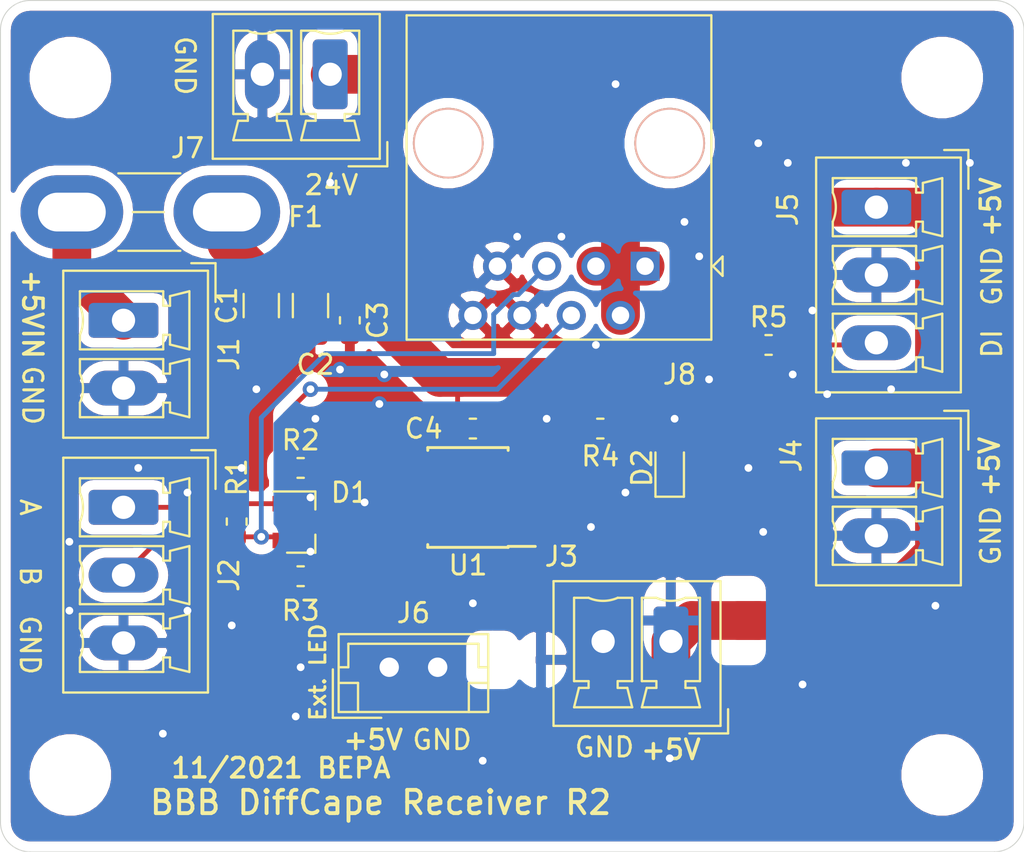
<source format=kicad_pcb>
(kicad_pcb (version 20171130) (host pcbnew "(5.1.7)-1")

  (general
    (thickness 1.6)
    (drawings 27)
    (tracks 136)
    (zones 0)
    (modules 28)
    (nets 12)
  )

  (page A4)
  (layers
    (0 F.Cu signal)
    (31 B.Cu signal hide)
    (32 B.Adhes user hide)
    (33 F.Adhes user hide)
    (34 B.Paste user hide)
    (35 F.Paste user hide)
    (36 B.SilkS user hide)
    (37 F.SilkS user)
    (38 B.Mask user)
    (39 F.Mask user hide)
    (40 Dwgs.User user hide)
    (41 Cmts.User user hide)
    (42 Eco1.User user hide)
    (43 Eco2.User user hide)
    (44 Edge.Cuts user)
    (45 Margin user hide)
    (46 B.CrtYd user hide)
    (47 F.CrtYd user)
    (48 B.Fab user hide)
    (49 F.Fab user hide)
  )

  (setup
    (last_trace_width 0.25)
    (user_trace_width 0.25)
    (user_trace_width 2)
    (trace_clearance 0.2)
    (zone_clearance 0.508)
    (zone_45_only no)
    (trace_min 0.2)
    (via_size 0.8)
    (via_drill 0.4)
    (via_min_size 0.4)
    (via_min_drill 0.3)
    (uvia_size 0.3)
    (uvia_drill 0.1)
    (uvias_allowed no)
    (uvia_min_size 0.2)
    (uvia_min_drill 0.1)
    (edge_width 0.05)
    (segment_width 0.2)
    (pcb_text_width 0.3)
    (pcb_text_size 1.5 1.5)
    (mod_edge_width 0.12)
    (mod_text_size 1 1)
    (mod_text_width 0.15)
    (pad_size 3.2 3.2)
    (pad_drill 3.2)
    (pad_to_mask_clearance 0)
    (aux_axis_origin 0 0)
    (visible_elements 7FFFFFFF)
    (pcbplotparams
      (layerselection 0x010fc_ffffffff)
      (usegerberextensions false)
      (usegerberattributes true)
      (usegerberadvancedattributes true)
      (creategerberjobfile true)
      (excludeedgelayer true)
      (linewidth 0.100000)
      (plotframeref false)
      (viasonmask false)
      (mode 1)
      (useauxorigin false)
      (hpglpennumber 1)
      (hpglpenspeed 20)
      (hpglpendiameter 15.000000)
      (psnegative false)
      (psa4output false)
      (plotreference true)
      (plotvalue false)
      (plotinvisibletext false)
      (padsonsilk false)
      (subtractmaskfromsilk false)
      (outputformat 1)
      (mirror false)
      (drillshape 0)
      (scaleselection 1)
      (outputdirectory "gerber/"))
  )

  (net 0 "")
  (net 1 GNDD)
  (net 2 +5V)
  (net 3 "Net-(D2-Pad2)")
  (net 4 "Net-(J5-Pad3)")
  (net 5 "Net-(R2-Pad2)")
  (net 6 "Net-(R3-Pad2)")
  (net 7 "Net-(R5-Pad1)")
  (net 8 /PW_In)
  (net 9 /RS422_B)
  (net 10 /RS422_A)
  (net 11 +24V)

  (net_class Default "This is the default net class."
    (clearance 0.2)
    (trace_width 0.25)
    (via_dia 0.8)
    (via_drill 0.4)
    (uvia_dia 0.3)
    (uvia_drill 0.1)
    (add_net +24V)
    (add_net /RS422_A)
    (add_net /RS422_B)
    (add_net GNDD)
    (add_net "Net-(D2-Pad2)")
    (add_net "Net-(J5-Pad3)")
    (add_net "Net-(R2-Pad2)")
    (add_net "Net-(R3-Pad2)")
    (add_net "Net-(R5-Pad1)")
  )

  (net_class PWR ""
    (clearance 0.2)
    (trace_width 1)
    (via_dia 0.8)
    (via_drill 0.4)
    (uvia_dia 0.3)
    (uvia_drill 0.1)
    (add_net +5V)
    (add_net /PW_In)
  )

  (module Connector_RJ:RJ45_OST_PJ012-8P8CX_Vertical (layer F.Cu) (tedit 5C214F77) (tstamp 6176E65A)
    (at 121.666 62.738 180)
    (descr "RJ45 vertical connector http://www.on-shore.com/wp-content/uploads/2015/09/PJ012-8P8CX.pdf")
    (tags "RJ45 PJ012")
    (path /6179C0E4)
    (fp_text reference J8 (at -1.778 -5.588) (layer F.SilkS)
      (effects (font (size 1 1) (thickness 0.15)))
    )
    (fp_text value RJ45 (at 4.59 2.54) (layer F.Fab)
      (effects (font (size 1 1) (thickness 0.15)))
    )
    (fp_line (start -3.305 -3.67) (end -3.305 12.83) (layer F.Fab) (width 0.1))
    (fp_line (start 12.195 12.83) (end -3.305 12.83) (layer F.Fab) (width 0.1))
    (fp_line (start 12.195 -3.67) (end 12.195 12.83) (layer F.Fab) (width 0.1))
    (fp_line (start 12.195 -3.67) (end -3.305 -3.67) (layer F.Fab) (width 0.1))
    (fp_line (start -3.8 13.33) (end 12.69 13.33) (layer F.CrtYd) (width 0.05))
    (fp_line (start 12.69 -4.17) (end 12.69 13.33) (layer F.CrtYd) (width 0.05))
    (fp_line (start 12.31 12.95) (end -3.42 12.95) (layer F.SilkS) (width 0.12))
    (fp_line (start 12.31 -3.79) (end 12.31 12.95) (layer F.SilkS) (width 0.12))
    (fp_line (start -3.8 -4.17) (end -3.8 13.33) (layer F.CrtYd) (width 0.05))
    (fp_line (start -3.8 -4.17) (end 12.69 -4.17) (layer F.CrtYd) (width 0.05))
    (fp_line (start -3.42 -3.79) (end -3.42 12.95) (layer F.SilkS) (width 0.12))
    (fp_line (start 12.3 -3.79) (end -3.42 -3.79) (layer F.SilkS) (width 0.12))
    (fp_line (start -3.5 0) (end -4 -0.5) (layer F.SilkS) (width 0.12))
    (fp_line (start -4 -0.5) (end -4 0.5) (layer F.SilkS) (width 0.12))
    (fp_line (start -4 0.5) (end -3.5 0) (layer F.SilkS) (width 0.12))
    (fp_line (start -3.5 0) (end -4 -0.5) (layer F.Fab) (width 0.12))
    (fp_line (start -4 -0.5) (end -4 0.5) (layer F.Fab) (width 0.12))
    (fp_line (start -4 0.5) (end -3.5 0) (layer F.Fab) (width 0.12))
    (fp_text user %R (at 4.7 6.35) (layer F.Fab)
      (effects (font (size 1 1) (thickness 0.15)))
    )
    (pad "" np_thru_hole circle (at 10.16 6.35 180) (size 3.65 3.65) (drill 3.45) (layers *.Cu *.SilkS *.Mask))
    (pad "" np_thru_hole circle (at -1.27 6.35 180) (size 3.65 3.65) (drill 3.45) (layers *.Cu *.SilkS *.Mask))
    (pad 1 thru_hole rect (at 0 0 180) (size 1.5 1.5) (drill 0.9) (layers *.Cu *.Mask)
      (net 11 +24V))
    (pad 2 thru_hole circle (at 1.27 -2.54 180) (size 1.5 1.5) (drill 0.9) (layers *.Cu *.Mask)
      (net 11 +24V))
    (pad 3 thru_hole circle (at 2.54 0 180) (size 1.5 1.5) (drill 0.9) (layers *.Cu *.Mask)
      (net 11 +24V))
    (pad 4 thru_hole circle (at 3.81 -2.54 180) (size 1.5 1.5) (drill 0.9) (layers *.Cu *.Mask)
      (net 10 /RS422_A))
    (pad 5 thru_hole circle (at 5.08 0 180) (size 1.5 1.5) (drill 0.9) (layers *.Cu *.Mask)
      (net 9 /RS422_B))
    (pad 6 thru_hole circle (at 6.35 -2.54 180) (size 1.5 1.5) (drill 0.9) (layers *.Cu *.Mask)
      (net 1 GNDD))
    (pad 7 thru_hole circle (at 7.62 0 180) (size 1.5 1.5) (drill 0.9) (layers *.Cu *.Mask)
      (net 1 GNDD))
    (pad 8 thru_hole circle (at 8.89 -2.54 180) (size 1.5 1.5) (drill 0.9) (layers *.Cu *.Mask)
      (net 1 GNDD))
    (model ${KISYS3DMOD}/Connector_RJ.3dshapes/RJ45_OST_PJ012-8P8CX_Vertical.wrl
      (at (xyz 0 0 0))
      (scale (xyz 1 1 1))
      (rotate (xyz 0 0 0))
    )
    (model E:/Electronics/BBB-DiffCape/bbb-diffcape-receiver/RJ45_8P8C_180G.step
      (offset (xyz 4.5 -4.5 0))
      (scale (xyz 1 1 1))
      (rotate (xyz 0 0 180))
    )
  )

  (module Connector_Phoenix_MC:PhoenixContact_MCV_1,5_2-G-3.5_1x02_P3.50mm_Vertical (layer F.Cu) (tedit 5B784ED0) (tstamp 6176C398)
    (at 105.41 52.832 180)
    (descr "Generic Phoenix Contact connector footprint for: MCV_1,5/2-G-3.5; number of pins: 02; pin pitch: 3.50mm; Vertical || order number: 1843606 8A 160V")
    (tags "phoenix_contact connector MCV_01x02_G_3.5mm")
    (path /617BEC39)
    (fp_text reference J7 (at 7.366 -3.81) (layer F.SilkS)
      (effects (font (size 1 1) (thickness 0.15)))
    )
    (fp_text value Screw_Terminal_01x02 (at 1.75 4.2) (layer F.Fab)
      (effects (font (size 1 1) (thickness 0.15)))
    )
    (fp_line (start -2.56 -4.36) (end -2.56 3.11) (layer F.SilkS) (width 0.12))
    (fp_line (start -2.56 3.11) (end 6.06 3.11) (layer F.SilkS) (width 0.12))
    (fp_line (start 6.06 3.11) (end 6.06 -4.36) (layer F.SilkS) (width 0.12))
    (fp_line (start 6.06 -4.36) (end -2.56 -4.36) (layer F.SilkS) (width 0.12))
    (fp_line (start -2.45 -4.25) (end -2.45 3) (layer F.Fab) (width 0.1))
    (fp_line (start -2.45 3) (end 5.95 3) (layer F.Fab) (width 0.1))
    (fp_line (start 5.95 3) (end 5.95 -4.25) (layer F.Fab) (width 0.1))
    (fp_line (start 5.95 -4.25) (end -2.45 -4.25) (layer F.Fab) (width 0.1))
    (fp_line (start -0.75 2.25) (end -1.5 2.25) (layer F.SilkS) (width 0.12))
    (fp_line (start -1.5 2.25) (end -1.5 -2.05) (layer F.SilkS) (width 0.12))
    (fp_line (start -1.5 -2.05) (end -0.75 -2.05) (layer F.SilkS) (width 0.12))
    (fp_line (start -0.75 -2.05) (end -0.75 -2.4) (layer F.SilkS) (width 0.12))
    (fp_line (start -0.75 -2.4) (end -1.25 -2.4) (layer F.SilkS) (width 0.12))
    (fp_line (start -1.25 -2.4) (end -1.5 -3.4) (layer F.SilkS) (width 0.12))
    (fp_line (start -1.5 -3.4) (end 1.5 -3.4) (layer F.SilkS) (width 0.12))
    (fp_line (start 1.5 -3.4) (end 1.25 -2.4) (layer F.SilkS) (width 0.12))
    (fp_line (start 1.25 -2.4) (end 0.75 -2.4) (layer F.SilkS) (width 0.12))
    (fp_line (start 0.75 -2.4) (end 0.75 -2.05) (layer F.SilkS) (width 0.12))
    (fp_line (start 0.75 -2.05) (end 1.5 -2.05) (layer F.SilkS) (width 0.12))
    (fp_line (start 1.5 -2.05) (end 1.5 2.25) (layer F.SilkS) (width 0.12))
    (fp_line (start 1.5 2.25) (end 0.75 2.25) (layer F.SilkS) (width 0.12))
    (fp_line (start 2.75 2.25) (end 2 2.25) (layer F.SilkS) (width 0.12))
    (fp_line (start 2 2.25) (end 2 -2.05) (layer F.SilkS) (width 0.12))
    (fp_line (start 2 -2.05) (end 2.75 -2.05) (layer F.SilkS) (width 0.12))
    (fp_line (start 2.75 -2.05) (end 2.75 -2.4) (layer F.SilkS) (width 0.12))
    (fp_line (start 2.75 -2.4) (end 2.25 -2.4) (layer F.SilkS) (width 0.12))
    (fp_line (start 2.25 -2.4) (end 2 -3.4) (layer F.SilkS) (width 0.12))
    (fp_line (start 2 -3.4) (end 5 -3.4) (layer F.SilkS) (width 0.12))
    (fp_line (start 5 -3.4) (end 4.75 -2.4) (layer F.SilkS) (width 0.12))
    (fp_line (start 4.75 -2.4) (end 4.25 -2.4) (layer F.SilkS) (width 0.12))
    (fp_line (start 4.25 -2.4) (end 4.25 -2.05) (layer F.SilkS) (width 0.12))
    (fp_line (start 4.25 -2.05) (end 5 -2.05) (layer F.SilkS) (width 0.12))
    (fp_line (start 5 -2.05) (end 5 2.25) (layer F.SilkS) (width 0.12))
    (fp_line (start 5 2.25) (end 4.25 2.25) (layer F.SilkS) (width 0.12))
    (fp_line (start -2.95 -4.75) (end -2.95 3.5) (layer F.CrtYd) (width 0.05))
    (fp_line (start -2.95 3.5) (end 6.45 3.5) (layer F.CrtYd) (width 0.05))
    (fp_line (start 6.45 3.5) (end 6.45 -4.75) (layer F.CrtYd) (width 0.05))
    (fp_line (start 6.45 -4.75) (end -2.95 -4.75) (layer F.CrtYd) (width 0.05))
    (fp_line (start -2.95 -3.5) (end -2.95 -4.75) (layer F.SilkS) (width 0.12))
    (fp_line (start -2.95 -4.75) (end -0.95 -4.75) (layer F.SilkS) (width 0.12))
    (fp_line (start -2.95 -3.5) (end -2.95 -4.75) (layer F.Fab) (width 0.1))
    (fp_line (start -2.95 -4.75) (end -0.95 -4.75) (layer F.Fab) (width 0.1))
    (fp_text user %R (at 1.75 -3.55) (layer F.Fab)
      (effects (font (size 1 1) (thickness 0.15)))
    )
    (fp_arc (start 3.5 3.95) (end 2.75 2.25) (angle 47.6) (layer F.SilkS) (width 0.12))
    (fp_arc (start 0 3.95) (end -0.75 2.25) (angle 47.6) (layer F.SilkS) (width 0.12))
    (pad 2 thru_hole oval (at 3.5 0 180) (size 1.8 3.6) (drill 1.2) (layers *.Cu *.Mask)
      (net 1 GNDD))
    (pad 1 thru_hole roundrect (at 0 0 180) (size 1.8 3.6) (drill 1.2) (layers *.Cu *.Mask) (roundrect_rratio 0.1388888888888889)
      (net 11 +24V))
    (model ${KISYS3DMOD}/Connector_Phoenix_MC.3dshapes/PhoenixContact_MCV_1,5_2-G-3.5_1x02_P3.50mm_Vertical.wrl
      (at (xyz 0 0 0))
      (scale (xyz 1 1 1))
      (rotate (xyz 0 0 0))
    )
  )

  (module Fiducial:Fiducial_0.75mm_Mask1.5mm (layer F.Cu) (tedit 5C18CB26) (tstamp 6176AE1B)
    (at 127.889 89.4715)
    (descr "Circular Fiducial, 0.75mm bare copper, 1.5mm soldermask opening (Level B)")
    (tags fiducial)
    (path /6178DFAE)
    (attr smd)
    (fp_text reference FID3 (at 0 -2) (layer F.SilkS) hide
      (effects (font (size 1 1) (thickness 0.15)))
    )
    (fp_text value Fiducial (at 0 2) (layer F.Fab)
      (effects (font (size 1 1) (thickness 0.15)))
    )
    (fp_circle (center 0 0) (end 0.75 0) (layer F.Fab) (width 0.1))
    (fp_circle (center 0 0) (end 1 0) (layer F.CrtYd) (width 0.05))
    (fp_text user %R (at 0 0) (layer F.Fab)
      (effects (font (size 0.3 0.3) (thickness 0.05)))
    )
    (pad "" smd circle (at 0 0) (size 0.75 0.75) (layers F.Cu F.Mask)
      (solder_mask_margin 0.375) (clearance 0.375))
  )

  (module Fiducial:Fiducial_0.75mm_Mask1.5mm (layer F.Cu) (tedit 5C18CB26) (tstamp 6176AA59)
    (at 127.889 53.0225)
    (descr "Circular Fiducial, 0.75mm bare copper, 1.5mm soldermask opening (Level B)")
    (tags fiducial)
    (path /6178DC46)
    (attr smd)
    (fp_text reference FID2 (at 0 -2) (layer F.SilkS) hide
      (effects (font (size 1 1) (thickness 0.15)))
    )
    (fp_text value Fiducial (at 0 2) (layer F.Fab)
      (effects (font (size 1 1) (thickness 0.15)))
    )
    (fp_circle (center 0 0) (end 0.75 0) (layer F.Fab) (width 0.1))
    (fp_circle (center 0 0) (end 1 0) (layer F.CrtYd) (width 0.05))
    (fp_text user %R (at 0 0) (layer F.Fab)
      (effects (font (size 0.3 0.3) (thickness 0.05)))
    )
    (pad "" smd circle (at 0 0) (size 0.75 0.75) (layers F.Cu F.Mask)
      (solder_mask_margin 0.375) (clearance 0.375))
  )

  (module Fiducial:Fiducial_0.75mm_Mask1.5mm (layer F.Cu) (tedit 5C18CB26) (tstamp 6176AA51)
    (at 95.504 56.642)
    (descr "Circular Fiducial, 0.75mm bare copper, 1.5mm soldermask opening (Level B)")
    (tags fiducial)
    (path /6178D02E)
    (attr smd)
    (fp_text reference FID1 (at 0 -2) (layer F.SilkS) hide
      (effects (font (size 1 1) (thickness 0.15)))
    )
    (fp_text value Fiducial (at 0 2) (layer F.Fab)
      (effects (font (size 1 1) (thickness 0.15)))
    )
    (fp_circle (center 0 0) (end 0.75 0) (layer F.Fab) (width 0.1))
    (fp_circle (center 0 0) (end 1 0) (layer F.CrtYd) (width 0.05))
    (fp_text user %R (at 0 0) (layer F.Fab)
      (effects (font (size 0.3 0.3) (thickness 0.05)))
    )
    (pad "" smd circle (at 0 0) (size 0.75 0.75) (layers F.Cu F.Mask)
      (solder_mask_margin 0.375) (clearance 0.375))
  )

  (module MountingHole:MountingHole_3.2mm_M3 (layer F.Cu) (tedit 56D1B4CB) (tstamp 61765B88)
    (at 137 89)
    (descr "Mounting Hole 3.2mm, no annular, M3")
    (tags "mounting hole 3.2mm no annular m3")
    (path /61D4DE02)
    (attr virtual)
    (fp_text reference H4 (at 0.127 -4.6355) (layer F.SilkS) hide
      (effects (font (size 1 1) (thickness 0.15)))
    )
    (fp_text value MountingHole (at 0 4.2) (layer F.Fab)
      (effects (font (size 1 1) (thickness 0.15)))
    )
    (fp_circle (center 0 0) (end 3.2 0) (layer Cmts.User) (width 0.15))
    (fp_circle (center 0 0) (end 3.45 0) (layer F.CrtYd) (width 0.05))
    (fp_text user %R (at 0.3 0) (layer F.Fab)
      (effects (font (size 1 1) (thickness 0.15)))
    )
    (pad 1 np_thru_hole circle (at 0 0) (size 3.2 3.2) (drill 3.2) (layers *.Cu *.Mask))
  )

  (module MountingHole:MountingHole_3.2mm_M3 (layer F.Cu) (tedit 56D1B4CB) (tstamp 617783A2)
    (at 92 53)
    (descr "Mounting Hole 3.2mm, no annular, M3")
    (tags "mounting hole 3.2mm no annular m3")
    (path /61D4DA33)
    (attr virtual)
    (fp_text reference H3 (at 0 -4.2) (layer F.SilkS) hide
      (effects (font (size 1 1) (thickness 0.15)))
    )
    (fp_text value MountingHole (at 0 4.2) (layer F.Fab)
      (effects (font (size 1 1) (thickness 0.15)))
    )
    (fp_circle (center 0 0) (end 3.2 0) (layer Cmts.User) (width 0.15))
    (fp_circle (center 0 0) (end 3.45 0) (layer F.CrtYd) (width 0.05))
    (fp_text user %R (at 0.3 0) (layer F.Fab)
      (effects (font (size 1 1) (thickness 0.15)))
    )
    (pad 1 np_thru_hole circle (at 0 0) (size 3.2 3.2) (drill 3.2) (layers *.Cu *.Mask))
  )

  (module MountingHole:MountingHole_3.2mm_M3 (layer F.Cu) (tedit 56D1B4CB) (tstamp 6177839A)
    (at 137 53)
    (descr "Mounting Hole 3.2mm, no annular, M3")
    (tags "mounting hole 3.2mm no annular m3")
    (path /61D4D64C)
    (attr virtual)
    (fp_text reference H2 (at 0 -4.2) (layer F.SilkS) hide
      (effects (font (size 1 1) (thickness 0.15)))
    )
    (fp_text value MountingHole (at 0 4.2) (layer F.Fab)
      (effects (font (size 1 1) (thickness 0.15)))
    )
    (fp_circle (center 0 0) (end 3.2 0) (layer Cmts.User) (width 0.15))
    (fp_circle (center 0 0) (end 3.45 0) (layer F.CrtYd) (width 0.05))
    (fp_text user %R (at 0.3 0) (layer F.Fab)
      (effects (font (size 1 1) (thickness 0.15)))
    )
    (pad 1 np_thru_hole circle (at 0 0) (size 3.2 3.2) (drill 3.2) (layers *.Cu *.Mask))
  )

  (module MountingHole:MountingHole_3.2mm_M3 (layer F.Cu) (tedit 56D1B4CB) (tstamp 61778784)
    (at 92 89)
    (descr "Mounting Hole 3.2mm, no annular, M3")
    (tags "mounting hole 3.2mm no annular m3")
    (path /61D4C7DB)
    (attr virtual)
    (fp_text reference H1 (at 0 -4.2) (layer F.SilkS) hide
      (effects (font (size 1 1) (thickness 0.15)))
    )
    (fp_text value MountingHole (at 0 4.2) (layer F.Fab)
      (effects (font (size 1 1) (thickness 0.15)))
    )
    (fp_circle (center 0 0) (end 3.2 0) (layer Cmts.User) (width 0.15))
    (fp_circle (center 0 0) (end 3.45 0) (layer F.CrtYd) (width 0.05))
    (fp_text user %R (at 0.3 0) (layer F.Fab)
      (effects (font (size 1 1) (thickness 0.15)))
    )
    (pad 1 np_thru_hole circle (at 0 0) (size 3.2 3.2) (drill 3.2) (layers *.Cu *.Mask))
  )

  (module Package_SO:SOIC-8_3.9x4.9mm_P1.27mm (layer F.Cu) (tedit 5A02F2D3) (tstamp 6177586E)
    (at 112.522 74.676 180)
    (descr "8-Lead Plastic Small Outline (SN) - Narrow, 3.90 mm Body [SOIC] (see Microchip Packaging Specification http://ww1.microchip.com/downloads/en/PackagingSpec/00000049BQ.pdf)")
    (tags "SOIC 1.27")
    (path /61CB81A1)
    (attr smd)
    (fp_text reference U1 (at 0 -3.5) (layer F.SilkS)
      (effects (font (size 1 1) (thickness 0.15)))
    )
    (fp_text value SP3485EN (at 0 3.5) (layer F.Fab)
      (effects (font (size 1 1) (thickness 0.15)))
    )
    (fp_line (start -0.95 -2.45) (end 1.95 -2.45) (layer F.Fab) (width 0.1))
    (fp_line (start 1.95 -2.45) (end 1.95 2.45) (layer F.Fab) (width 0.1))
    (fp_line (start 1.95 2.45) (end -1.95 2.45) (layer F.Fab) (width 0.1))
    (fp_line (start -1.95 2.45) (end -1.95 -1.45) (layer F.Fab) (width 0.1))
    (fp_line (start -1.95 -1.45) (end -0.95 -2.45) (layer F.Fab) (width 0.1))
    (fp_line (start -3.73 -2.7) (end -3.73 2.7) (layer F.CrtYd) (width 0.05))
    (fp_line (start 3.73 -2.7) (end 3.73 2.7) (layer F.CrtYd) (width 0.05))
    (fp_line (start -3.73 -2.7) (end 3.73 -2.7) (layer F.CrtYd) (width 0.05))
    (fp_line (start -3.73 2.7) (end 3.73 2.7) (layer F.CrtYd) (width 0.05))
    (fp_line (start -2.075 -2.575) (end -2.075 -2.525) (layer F.SilkS) (width 0.15))
    (fp_line (start 2.075 -2.575) (end 2.075 -2.43) (layer F.SilkS) (width 0.15))
    (fp_line (start 2.075 2.575) (end 2.075 2.43) (layer F.SilkS) (width 0.15))
    (fp_line (start -2.075 2.575) (end -2.075 2.43) (layer F.SilkS) (width 0.15))
    (fp_line (start -2.075 -2.575) (end 2.075 -2.575) (layer F.SilkS) (width 0.15))
    (fp_line (start -2.075 2.575) (end 2.075 2.575) (layer F.SilkS) (width 0.15))
    (fp_line (start -2.075 -2.525) (end -3.475 -2.525) (layer F.SilkS) (width 0.15))
    (fp_text user %R (at 0 -0.254) (layer F.Fab)
      (effects (font (size 1 1) (thickness 0.15)))
    )
    (pad 8 smd rect (at 2.7 -1.905 180) (size 1.55 0.6) (layers F.Cu F.Paste F.Mask)
      (net 2 +5V))
    (pad 7 smd rect (at 2.7 -0.635 180) (size 1.55 0.6) (layers F.Cu F.Paste F.Mask)
      (net 6 "Net-(R3-Pad2)"))
    (pad 6 smd rect (at 2.7 0.635 180) (size 1.55 0.6) (layers F.Cu F.Paste F.Mask)
      (net 5 "Net-(R2-Pad2)"))
    (pad 5 smd rect (at 2.7 1.905 180) (size 1.55 0.6) (layers F.Cu F.Paste F.Mask)
      (net 1 GNDD))
    (pad 4 smd rect (at -2.7 1.905 180) (size 1.55 0.6) (layers F.Cu F.Paste F.Mask))
    (pad 3 smd rect (at -2.7 0.635 180) (size 1.55 0.6) (layers F.Cu F.Paste F.Mask)
      (net 1 GNDD))
    (pad 2 smd rect (at -2.7 -0.635 180) (size 1.55 0.6) (layers F.Cu F.Paste F.Mask)
      (net 1 GNDD))
    (pad 1 smd rect (at -2.7 -1.905 180) (size 1.55 0.6) (layers F.Cu F.Paste F.Mask)
      (net 7 "Net-(R5-Pad1)"))
    (model ${KISYS3DMOD}/Package_SO.3dshapes/SOIC-8_3.9x4.9mm_P1.27mm.wrl
      (at (xyz 0 0 0))
      (scale (xyz 1 1 1))
      (rotate (xyz 0 0 0))
    )
  )

  (module Resistor_SMD:R_0603_1608Metric (layer F.Cu) (tedit 5B301BBD) (tstamp 61775851)
    (at 128.0415 66.802)
    (descr "Resistor SMD 0603 (1608 Metric), square (rectangular) end terminal, IPC_7351 nominal, (Body size source: http://www.tortai-tech.com/upload/download/2011102023233369053.pdf), generated with kicad-footprint-generator")
    (tags resistor)
    (path /61D0F09B)
    (attr smd)
    (fp_text reference R5 (at 0 -1.43) (layer F.SilkS)
      (effects (font (size 1 1) (thickness 0.15)))
    )
    (fp_text value 10 (at 0 1.43) (layer F.Fab)
      (effects (font (size 1 1) (thickness 0.15)))
    )
    (fp_line (start -0.8 0.4) (end -0.8 -0.4) (layer F.Fab) (width 0.1))
    (fp_line (start -0.8 -0.4) (end 0.8 -0.4) (layer F.Fab) (width 0.1))
    (fp_line (start 0.8 -0.4) (end 0.8 0.4) (layer F.Fab) (width 0.1))
    (fp_line (start 0.8 0.4) (end -0.8 0.4) (layer F.Fab) (width 0.1))
    (fp_line (start -0.162779 -0.51) (end 0.162779 -0.51) (layer F.SilkS) (width 0.12))
    (fp_line (start -0.162779 0.51) (end 0.162779 0.51) (layer F.SilkS) (width 0.12))
    (fp_line (start -1.48 0.73) (end -1.48 -0.73) (layer F.CrtYd) (width 0.05))
    (fp_line (start -1.48 -0.73) (end 1.48 -0.73) (layer F.CrtYd) (width 0.05))
    (fp_line (start 1.48 -0.73) (end 1.48 0.73) (layer F.CrtYd) (width 0.05))
    (fp_line (start 1.48 0.73) (end -1.48 0.73) (layer F.CrtYd) (width 0.05))
    (fp_text user %R (at 0 0) (layer F.Fab)
      (effects (font (size 0.4 0.4) (thickness 0.06)))
    )
    (pad 2 smd roundrect (at 0.7875 0) (size 0.875 0.95) (layers F.Cu F.Paste F.Mask) (roundrect_rratio 0.25)
      (net 4 "Net-(J5-Pad3)"))
    (pad 1 smd roundrect (at -0.7875 0) (size 0.875 0.95) (layers F.Cu F.Paste F.Mask) (roundrect_rratio 0.25)
      (net 7 "Net-(R5-Pad1)"))
    (model ${KISYS3DMOD}/Resistor_SMD.3dshapes/R_0603_1608Metric.wrl
      (at (xyz 0 0 0))
      (scale (xyz 1 1 1))
      (rotate (xyz 0 0 0))
    )
  )

  (module Resistor_SMD:R_0603_1608Metric (layer F.Cu) (tedit 5B301BBD) (tstamp 617775C8)
    (at 119.3545 71.12 180)
    (descr "Resistor SMD 0603 (1608 Metric), square (rectangular) end terminal, IPC_7351 nominal, (Body size source: http://www.tortai-tech.com/upload/download/2011102023233369053.pdf), generated with kicad-footprint-generator")
    (tags resistor)
    (path /61CF4839)
    (attr smd)
    (fp_text reference R4 (at 0 -1.43) (layer F.SilkS)
      (effects (font (size 1 1) (thickness 0.15)))
    )
    (fp_text value 470 (at 0 1.43) (layer F.Fab)
      (effects (font (size 1 1) (thickness 0.15)))
    )
    (fp_line (start -0.8 0.4) (end -0.8 -0.4) (layer F.Fab) (width 0.1))
    (fp_line (start -0.8 -0.4) (end 0.8 -0.4) (layer F.Fab) (width 0.1))
    (fp_line (start 0.8 -0.4) (end 0.8 0.4) (layer F.Fab) (width 0.1))
    (fp_line (start 0.8 0.4) (end -0.8 0.4) (layer F.Fab) (width 0.1))
    (fp_line (start -0.162779 -0.51) (end 0.162779 -0.51) (layer F.SilkS) (width 0.12))
    (fp_line (start -0.162779 0.51) (end 0.162779 0.51) (layer F.SilkS) (width 0.12))
    (fp_line (start -1.48 0.73) (end -1.48 -0.73) (layer F.CrtYd) (width 0.05))
    (fp_line (start -1.48 -0.73) (end 1.48 -0.73) (layer F.CrtYd) (width 0.05))
    (fp_line (start 1.48 -0.73) (end 1.48 0.73) (layer F.CrtYd) (width 0.05))
    (fp_line (start 1.48 0.73) (end -1.48 0.73) (layer F.CrtYd) (width 0.05))
    (fp_text user %R (at 0 0) (layer F.Fab)
      (effects (font (size 0.4 0.4) (thickness 0.06)))
    )
    (pad 2 smd roundrect (at 0.7875 0 180) (size 0.875 0.95) (layers F.Cu F.Paste F.Mask) (roundrect_rratio 0.25)
      (net 2 +5V))
    (pad 1 smd roundrect (at -0.7875 0 180) (size 0.875 0.95) (layers F.Cu F.Paste F.Mask) (roundrect_rratio 0.25)
      (net 3 "Net-(D2-Pad2)"))
    (model ${KISYS3DMOD}/Resistor_SMD.3dshapes/R_0603_1608Metric.wrl
      (at (xyz 0 0 0))
      (scale (xyz 1 1 1))
      (rotate (xyz 0 0 0))
    )
  )

  (module Resistor_SMD:R_0603_1608Metric (layer F.Cu) (tedit 5B301BBD) (tstamp 6177582F)
    (at 103.886 78.74)
    (descr "Resistor SMD 0603 (1608 Metric), square (rectangular) end terminal, IPC_7351 nominal, (Body size source: http://www.tortai-tech.com/upload/download/2011102023233369053.pdf), generated with kicad-footprint-generator")
    (tags resistor)
    (path /61CD84A9)
    (attr smd)
    (fp_text reference R3 (at 0 1.778) (layer F.SilkS)
      (effects (font (size 1 1) (thickness 0.15)))
    )
    (fp_text value 10 (at 0 1.43) (layer F.Fab)
      (effects (font (size 1 1) (thickness 0.15)))
    )
    (fp_line (start -0.8 0.4) (end -0.8 -0.4) (layer F.Fab) (width 0.1))
    (fp_line (start -0.8 -0.4) (end 0.8 -0.4) (layer F.Fab) (width 0.1))
    (fp_line (start 0.8 -0.4) (end 0.8 0.4) (layer F.Fab) (width 0.1))
    (fp_line (start 0.8 0.4) (end -0.8 0.4) (layer F.Fab) (width 0.1))
    (fp_line (start -0.162779 -0.51) (end 0.162779 -0.51) (layer F.SilkS) (width 0.12))
    (fp_line (start -0.162779 0.51) (end 0.162779 0.51) (layer F.SilkS) (width 0.12))
    (fp_line (start -1.48 0.73) (end -1.48 -0.73) (layer F.CrtYd) (width 0.05))
    (fp_line (start -1.48 -0.73) (end 1.48 -0.73) (layer F.CrtYd) (width 0.05))
    (fp_line (start 1.48 -0.73) (end 1.48 0.73) (layer F.CrtYd) (width 0.05))
    (fp_line (start 1.48 0.73) (end -1.48 0.73) (layer F.CrtYd) (width 0.05))
    (fp_text user %R (at 0 0) (layer F.Fab)
      (effects (font (size 0.4 0.4) (thickness 0.06)))
    )
    (pad 2 smd roundrect (at 0.7875 0) (size 0.875 0.95) (layers F.Cu F.Paste F.Mask) (roundrect_rratio 0.25)
      (net 6 "Net-(R3-Pad2)"))
    (pad 1 smd roundrect (at -0.7875 0) (size 0.875 0.95) (layers F.Cu F.Paste F.Mask) (roundrect_rratio 0.25)
      (net 9 /RS422_B))
    (model ${KISYS3DMOD}/Resistor_SMD.3dshapes/R_0603_1608Metric.wrl
      (at (xyz 0 0 0))
      (scale (xyz 1 1 1))
      (rotate (xyz 0 0 0))
    )
  )

  (module Resistor_SMD:R_0603_1608Metric (layer F.Cu) (tedit 5B301BBD) (tstamp 6177581E)
    (at 103.886 73.152)
    (descr "Resistor SMD 0603 (1608 Metric), square (rectangular) end terminal, IPC_7351 nominal, (Body size source: http://www.tortai-tech.com/upload/download/2011102023233369053.pdf), generated with kicad-footprint-generator")
    (tags resistor)
    (path /61CD3C4D)
    (attr smd)
    (fp_text reference R2 (at 0 -1.43) (layer F.SilkS)
      (effects (font (size 1 1) (thickness 0.15)))
    )
    (fp_text value 10 (at 0 0.1435) (layer F.Fab)
      (effects (font (size 1 1) (thickness 0.15)))
    )
    (fp_line (start -0.8 0.4) (end -0.8 -0.4) (layer F.Fab) (width 0.1))
    (fp_line (start -0.8 -0.4) (end 0.8 -0.4) (layer F.Fab) (width 0.1))
    (fp_line (start 0.8 -0.4) (end 0.8 0.4) (layer F.Fab) (width 0.1))
    (fp_line (start 0.8 0.4) (end -0.8 0.4) (layer F.Fab) (width 0.1))
    (fp_line (start -0.162779 -0.51) (end 0.162779 -0.51) (layer F.SilkS) (width 0.12))
    (fp_line (start -0.162779 0.51) (end 0.162779 0.51) (layer F.SilkS) (width 0.12))
    (fp_line (start -1.48 0.73) (end -1.48 -0.73) (layer F.CrtYd) (width 0.05))
    (fp_line (start -1.48 -0.73) (end 1.48 -0.73) (layer F.CrtYd) (width 0.05))
    (fp_line (start 1.48 -0.73) (end 1.48 0.73) (layer F.CrtYd) (width 0.05))
    (fp_line (start 1.48 0.73) (end -1.48 0.73) (layer F.CrtYd) (width 0.05))
    (fp_text user %R (at 0 0) (layer F.Fab)
      (effects (font (size 0.4 0.4) (thickness 0.06)))
    )
    (pad 2 smd roundrect (at 0.7875 0) (size 0.875 0.95) (layers F.Cu F.Paste F.Mask) (roundrect_rratio 0.25)
      (net 5 "Net-(R2-Pad2)"))
    (pad 1 smd roundrect (at -0.7875 0) (size 0.875 0.95) (layers F.Cu F.Paste F.Mask) (roundrect_rratio 0.25)
      (net 10 /RS422_A))
    (model ${KISYS3DMOD}/Resistor_SMD.3dshapes/R_0603_1608Metric.wrl
      (at (xyz 0 0 0))
      (scale (xyz 1 1 1))
      (rotate (xyz 0 0 0))
    )
  )

  (module Resistor_SMD:R_0603_1608Metric (layer F.Cu) (tedit 5B301BBD) (tstamp 6177580D)
    (at 100.584 75.9205 270)
    (descr "Resistor SMD 0603 (1608 Metric), square (rectangular) end terminal, IPC_7351 nominal, (Body size source: http://www.tortai-tech.com/upload/download/2011102023233369053.pdf), generated with kicad-footprint-generator")
    (tags resistor)
    (path /61CD4570)
    (attr smd)
    (fp_text reference R1 (at -2.286 0 90) (layer F.SilkS)
      (effects (font (size 1 1) (thickness 0.15)))
    )
    (fp_text value 120 (at 0 1.43 90) (layer F.Fab)
      (effects (font (size 1 1) (thickness 0.15)))
    )
    (fp_line (start -0.8 0.4) (end -0.8 -0.4) (layer F.Fab) (width 0.1))
    (fp_line (start -0.8 -0.4) (end 0.8 -0.4) (layer F.Fab) (width 0.1))
    (fp_line (start 0.8 -0.4) (end 0.8 0.4) (layer F.Fab) (width 0.1))
    (fp_line (start 0.8 0.4) (end -0.8 0.4) (layer F.Fab) (width 0.1))
    (fp_line (start -0.162779 -0.51) (end 0.162779 -0.51) (layer F.SilkS) (width 0.12))
    (fp_line (start -0.162779 0.51) (end 0.162779 0.51) (layer F.SilkS) (width 0.12))
    (fp_line (start -1.48 0.73) (end -1.48 -0.73) (layer F.CrtYd) (width 0.05))
    (fp_line (start -1.48 -0.73) (end 1.48 -0.73) (layer F.CrtYd) (width 0.05))
    (fp_line (start 1.48 -0.73) (end 1.48 0.73) (layer F.CrtYd) (width 0.05))
    (fp_line (start 1.48 0.73) (end -1.48 0.73) (layer F.CrtYd) (width 0.05))
    (fp_text user %R (at 0 0 90) (layer F.Fab)
      (effects (font (size 0.4 0.4) (thickness 0.06)))
    )
    (pad 2 smd roundrect (at 0.7875 0 270) (size 0.875 0.95) (layers F.Cu F.Paste F.Mask) (roundrect_rratio 0.25)
      (net 9 /RS422_B))
    (pad 1 smd roundrect (at -0.7875 0 270) (size 0.875 0.95) (layers F.Cu F.Paste F.Mask) (roundrect_rratio 0.25)
      (net 10 /RS422_A))
    (model ${KISYS3DMOD}/Resistor_SMD.3dshapes/R_0603_1608Metric.wrl
      (at (xyz 0 0 0))
      (scale (xyz 1 1 1))
      (rotate (xyz 0 0 0))
    )
  )

  (module Connector_JST:JST_EH_B2B-EH-A_1x02_P2.50mm_Vertical (layer F.Cu) (tedit 5C28142C) (tstamp 617757FC)
    (at 108.458 83.439)
    (descr "JST EH series connector, B2B-EH-A (http://www.jst-mfg.com/product/pdf/eng/eEH.pdf), generated with kicad-footprint-generator")
    (tags "connector JST EH vertical")
    (path /61D29411)
    (fp_text reference J6 (at 1.25 -2.8) (layer F.SilkS)
      (effects (font (size 1 1) (thickness 0.15)))
    )
    (fp_text value Conn_01x02_Male (at 1.25 3.4) (layer F.Fab)
      (effects (font (size 1 1) (thickness 0.15)))
    )
    (fp_line (start -2.5 -1.6) (end -2.5 2.2) (layer F.Fab) (width 0.1))
    (fp_line (start -2.5 2.2) (end 5 2.2) (layer F.Fab) (width 0.1))
    (fp_line (start 5 2.2) (end 5 -1.6) (layer F.Fab) (width 0.1))
    (fp_line (start 5 -1.6) (end -2.5 -1.6) (layer F.Fab) (width 0.1))
    (fp_line (start -3 -2.1) (end -3 2.7) (layer F.CrtYd) (width 0.05))
    (fp_line (start -3 2.7) (end 5.5 2.7) (layer F.CrtYd) (width 0.05))
    (fp_line (start 5.5 2.7) (end 5.5 -2.1) (layer F.CrtYd) (width 0.05))
    (fp_line (start 5.5 -2.1) (end -3 -2.1) (layer F.CrtYd) (width 0.05))
    (fp_line (start -2.61 -1.71) (end -2.61 2.31) (layer F.SilkS) (width 0.12))
    (fp_line (start -2.61 2.31) (end 5.11 2.31) (layer F.SilkS) (width 0.12))
    (fp_line (start 5.11 2.31) (end 5.11 -1.71) (layer F.SilkS) (width 0.12))
    (fp_line (start 5.11 -1.71) (end -2.61 -1.71) (layer F.SilkS) (width 0.12))
    (fp_line (start -2.61 0) (end -2.11 0) (layer F.SilkS) (width 0.12))
    (fp_line (start -2.11 0) (end -2.11 -1.21) (layer F.SilkS) (width 0.12))
    (fp_line (start -2.11 -1.21) (end 4.61 -1.21) (layer F.SilkS) (width 0.12))
    (fp_line (start 4.61 -1.21) (end 4.61 0) (layer F.SilkS) (width 0.12))
    (fp_line (start 4.61 0) (end 5.11 0) (layer F.SilkS) (width 0.12))
    (fp_line (start -2.61 0.81) (end -1.61 0.81) (layer F.SilkS) (width 0.12))
    (fp_line (start -1.61 0.81) (end -1.61 2.31) (layer F.SilkS) (width 0.12))
    (fp_line (start 5.11 0.81) (end 4.11 0.81) (layer F.SilkS) (width 0.12))
    (fp_line (start 4.11 0.81) (end 4.11 2.31) (layer F.SilkS) (width 0.12))
    (fp_line (start -2.91 0.11) (end -2.91 2.61) (layer F.SilkS) (width 0.12))
    (fp_line (start -2.91 2.61) (end -0.41 2.61) (layer F.SilkS) (width 0.12))
    (fp_line (start -2.91 0.11) (end -2.91 2.61) (layer F.Fab) (width 0.1))
    (fp_line (start -2.91 2.61) (end -0.41 2.61) (layer F.Fab) (width 0.1))
    (fp_text user %R (at 1.25 1.5) (layer F.Fab)
      (effects (font (size 1 1) (thickness 0.15)))
    )
    (pad 2 thru_hole oval (at 2.5 0) (size 1.7 2) (drill 1) (layers *.Cu *.Mask)
      (net 1 GNDD))
    (pad 1 thru_hole roundrect (at 0 0) (size 1.7 2) (drill 1) (layers *.Cu *.Mask) (roundrect_rratio 0.1470588235294118)
      (net 2 +5V))
    (model ${KISYS3DMOD}/Connector_JST.3dshapes/JST_EH_B2B-EH-A_1x02_P2.50mm_Vertical.wrl
      (at (xyz 0 0 0))
      (scale (xyz 1 1 1))
      (rotate (xyz 0 0 0))
    )
  )

  (module Connector_Phoenix_MC:PhoenixContact_MCV_1,5_3-G-3.5_1x03_P3.50mm_Vertical (layer F.Cu) (tedit 5B784ED0) (tstamp 617757DC)
    (at 133.604 59.69 270)
    (descr "Generic Phoenix Contact connector footprint for: MCV_1,5/3-G-3.5; number of pins: 03; pin pitch: 3.50mm; Vertical || order number: 1843619 8A 160V")
    (tags "phoenix_contact connector MCV_01x03_G_3.5mm")
    (path /61D0D179)
    (fp_text reference J5 (at 0.127 4.572 90) (layer F.SilkS)
      (effects (font (size 1 1) (thickness 0.15)))
    )
    (fp_text value Screw_Terminal_01x03 (at 3.5 4.2 90) (layer F.Fab)
      (effects (font (size 1 1) (thickness 0.15)))
    )
    (fp_line (start -2.56 -4.36) (end -2.56 3.11) (layer F.SilkS) (width 0.12))
    (fp_line (start -2.56 3.11) (end 9.56 3.11) (layer F.SilkS) (width 0.12))
    (fp_line (start 9.56 3.11) (end 9.56 -4.36) (layer F.SilkS) (width 0.12))
    (fp_line (start 9.56 -4.36) (end -2.56 -4.36) (layer F.SilkS) (width 0.12))
    (fp_line (start -2.45 -4.25) (end -2.45 3) (layer F.Fab) (width 0.1))
    (fp_line (start -2.45 3) (end 9.45 3) (layer F.Fab) (width 0.1))
    (fp_line (start 9.45 3) (end 9.45 -4.25) (layer F.Fab) (width 0.1))
    (fp_line (start 9.45 -4.25) (end -2.45 -4.25) (layer F.Fab) (width 0.1))
    (fp_line (start -0.75 2.25) (end -1.5 2.25) (layer F.SilkS) (width 0.12))
    (fp_line (start -1.5 2.25) (end -1.5 -2.05) (layer F.SilkS) (width 0.12))
    (fp_line (start -1.5 -2.05) (end -0.75 -2.05) (layer F.SilkS) (width 0.12))
    (fp_line (start -0.75 -2.05) (end -0.75 -2.4) (layer F.SilkS) (width 0.12))
    (fp_line (start -0.75 -2.4) (end -1.25 -2.4) (layer F.SilkS) (width 0.12))
    (fp_line (start -1.25 -2.4) (end -1.5 -3.4) (layer F.SilkS) (width 0.12))
    (fp_line (start -1.5 -3.4) (end 1.5 -3.4) (layer F.SilkS) (width 0.12))
    (fp_line (start 1.5 -3.4) (end 1.25 -2.4) (layer F.SilkS) (width 0.12))
    (fp_line (start 1.25 -2.4) (end 0.75 -2.4) (layer F.SilkS) (width 0.12))
    (fp_line (start 0.75 -2.4) (end 0.75 -2.05) (layer F.SilkS) (width 0.12))
    (fp_line (start 0.75 -2.05) (end 1.5 -2.05) (layer F.SilkS) (width 0.12))
    (fp_line (start 1.5 -2.05) (end 1.5 2.25) (layer F.SilkS) (width 0.12))
    (fp_line (start 1.5 2.25) (end 0.75 2.25) (layer F.SilkS) (width 0.12))
    (fp_line (start 2.75 2.25) (end 2 2.25) (layer F.SilkS) (width 0.12))
    (fp_line (start 2 2.25) (end 2 -2.05) (layer F.SilkS) (width 0.12))
    (fp_line (start 2 -2.05) (end 2.75 -2.05) (layer F.SilkS) (width 0.12))
    (fp_line (start 2.75 -2.05) (end 2.75 -2.4) (layer F.SilkS) (width 0.12))
    (fp_line (start 2.75 -2.4) (end 2.25 -2.4) (layer F.SilkS) (width 0.12))
    (fp_line (start 2.25 -2.4) (end 2 -3.4) (layer F.SilkS) (width 0.12))
    (fp_line (start 2 -3.4) (end 5 -3.4) (layer F.SilkS) (width 0.12))
    (fp_line (start 5 -3.4) (end 4.75 -2.4) (layer F.SilkS) (width 0.12))
    (fp_line (start 4.75 -2.4) (end 4.25 -2.4) (layer F.SilkS) (width 0.12))
    (fp_line (start 4.25 -2.4) (end 4.25 -2.05) (layer F.SilkS) (width 0.12))
    (fp_line (start 4.25 -2.05) (end 5 -2.05) (layer F.SilkS) (width 0.12))
    (fp_line (start 5 -2.05) (end 5 2.25) (layer F.SilkS) (width 0.12))
    (fp_line (start 5 2.25) (end 4.25 2.25) (layer F.SilkS) (width 0.12))
    (fp_line (start 6.25 2.25) (end 5.5 2.25) (layer F.SilkS) (width 0.12))
    (fp_line (start 5.5 2.25) (end 5.5 -2.05) (layer F.SilkS) (width 0.12))
    (fp_line (start 5.5 -2.05) (end 6.25 -2.05) (layer F.SilkS) (width 0.12))
    (fp_line (start 6.25 -2.05) (end 6.25 -2.4) (layer F.SilkS) (width 0.12))
    (fp_line (start 6.25 -2.4) (end 5.75 -2.4) (layer F.SilkS) (width 0.12))
    (fp_line (start 5.75 -2.4) (end 5.5 -3.4) (layer F.SilkS) (width 0.12))
    (fp_line (start 5.5 -3.4) (end 8.5 -3.4) (layer F.SilkS) (width 0.12))
    (fp_line (start 8.5 -3.4) (end 8.25 -2.4) (layer F.SilkS) (width 0.12))
    (fp_line (start 8.25 -2.4) (end 7.75 -2.4) (layer F.SilkS) (width 0.12))
    (fp_line (start 7.75 -2.4) (end 7.75 -2.05) (layer F.SilkS) (width 0.12))
    (fp_line (start 7.75 -2.05) (end 8.5 -2.05) (layer F.SilkS) (width 0.12))
    (fp_line (start 8.5 -2.05) (end 8.5 2.25) (layer F.SilkS) (width 0.12))
    (fp_line (start 8.5 2.25) (end 7.75 2.25) (layer F.SilkS) (width 0.12))
    (fp_line (start -2.95 -4.75) (end -2.95 3.5) (layer F.CrtYd) (width 0.05))
    (fp_line (start -2.95 3.5) (end 9.95 3.5) (layer F.CrtYd) (width 0.05))
    (fp_line (start 9.95 3.5) (end 9.95 -4.75) (layer F.CrtYd) (width 0.05))
    (fp_line (start 9.95 -4.75) (end -2.95 -4.75) (layer F.CrtYd) (width 0.05))
    (fp_line (start -2.95 -3.5) (end -2.95 -4.75) (layer F.SilkS) (width 0.12))
    (fp_line (start -2.95 -4.75) (end -0.95 -4.75) (layer F.SilkS) (width 0.12))
    (fp_line (start -2.95 -3.5) (end -2.95 -4.75) (layer F.Fab) (width 0.1))
    (fp_line (start -2.95 -4.75) (end -0.95 -4.75) (layer F.Fab) (width 0.1))
    (fp_text user %R (at 3.5 -3.55 90) (layer F.Fab)
      (effects (font (size 1 1) (thickness 0.15)))
    )
    (fp_arc (start 7 3.95) (end 6.25 2.25) (angle 47.6) (layer F.SilkS) (width 0.12))
    (fp_arc (start 3.5 3.95) (end 2.75 2.25) (angle 47.6) (layer F.SilkS) (width 0.12))
    (fp_arc (start 0 3.95) (end -0.75 2.25) (angle 47.6) (layer F.SilkS) (width 0.12))
    (pad 3 thru_hole oval (at 7 0 270) (size 1.8 3.6) (drill 1.2) (layers *.Cu *.Mask)
      (net 4 "Net-(J5-Pad3)"))
    (pad 2 thru_hole oval (at 3.5 0 270) (size 1.8 3.6) (drill 1.2) (layers *.Cu *.Mask)
      (net 1 GNDD))
    (pad 1 thru_hole roundrect (at 0 0 270) (size 1.8 3.6) (drill 1.2) (layers *.Cu *.Mask) (roundrect_rratio 0.1388888888888889)
      (net 2 +5V))
    (model ${KISYS3DMOD}/Connector_Phoenix_MC.3dshapes/PhoenixContact_MCV_1,5_3-G-3.5_1x03_P3.50mm_Vertical.wrl
      (at (xyz 0 0 0))
      (scale (xyz 1 1 1))
      (rotate (xyz 0 0 0))
    )
  )

  (module Connector_Phoenix_MC:PhoenixContact_MCV_1,5_2-G-3.5_1x02_P3.50mm_Vertical (layer F.Cu) (tedit 5B784ED0) (tstamp 6177579A)
    (at 133.604 73.152 270)
    (descr "Generic Phoenix Contact connector footprint for: MCV_1,5/2-G-3.5; number of pins: 02; pin pitch: 3.50mm; Vertical || order number: 1843606 8A 160V")
    (tags "phoenix_contact connector MCV_01x02_G_3.5mm")
    (path /61D14A9A)
    (fp_text reference J4 (at -0.635 4.3815 90) (layer F.SilkS)
      (effects (font (size 1 1) (thickness 0.15)))
    )
    (fp_text value Screw_Terminal_01x02 (at 1.75 4.2 90) (layer F.Fab)
      (effects (font (size 1 1) (thickness 0.15)))
    )
    (fp_line (start -2.56 -4.36) (end -2.56 3.11) (layer F.SilkS) (width 0.12))
    (fp_line (start -2.56 3.11) (end 6.06 3.11) (layer F.SilkS) (width 0.12))
    (fp_line (start 6.06 3.11) (end 6.06 -4.36) (layer F.SilkS) (width 0.12))
    (fp_line (start 6.06 -4.36) (end -2.56 -4.36) (layer F.SilkS) (width 0.12))
    (fp_line (start -2.45 -4.25) (end -2.45 3) (layer F.Fab) (width 0.1))
    (fp_line (start -2.45 3) (end 5.95 3) (layer F.Fab) (width 0.1))
    (fp_line (start 5.95 3) (end 5.95 -4.25) (layer F.Fab) (width 0.1))
    (fp_line (start 5.95 -4.25) (end -2.45 -4.25) (layer F.Fab) (width 0.1))
    (fp_line (start -0.75 2.25) (end -1.5 2.25) (layer F.SilkS) (width 0.12))
    (fp_line (start -1.5 2.25) (end -1.5 -2.05) (layer F.SilkS) (width 0.12))
    (fp_line (start -1.5 -2.05) (end -0.75 -2.05) (layer F.SilkS) (width 0.12))
    (fp_line (start -0.75 -2.05) (end -0.75 -2.4) (layer F.SilkS) (width 0.12))
    (fp_line (start -0.75 -2.4) (end -1.25 -2.4) (layer F.SilkS) (width 0.12))
    (fp_line (start -1.25 -2.4) (end -1.5 -3.4) (layer F.SilkS) (width 0.12))
    (fp_line (start -1.5 -3.4) (end 1.5 -3.4) (layer F.SilkS) (width 0.12))
    (fp_line (start 1.5 -3.4) (end 1.25 -2.4) (layer F.SilkS) (width 0.12))
    (fp_line (start 1.25 -2.4) (end 0.75 -2.4) (layer F.SilkS) (width 0.12))
    (fp_line (start 0.75 -2.4) (end 0.75 -2.05) (layer F.SilkS) (width 0.12))
    (fp_line (start 0.75 -2.05) (end 1.5 -2.05) (layer F.SilkS) (width 0.12))
    (fp_line (start 1.5 -2.05) (end 1.5 2.25) (layer F.SilkS) (width 0.12))
    (fp_line (start 1.5 2.25) (end 0.75 2.25) (layer F.SilkS) (width 0.12))
    (fp_line (start 2.75 2.25) (end 2 2.25) (layer F.SilkS) (width 0.12))
    (fp_line (start 2 2.25) (end 2 -2.05) (layer F.SilkS) (width 0.12))
    (fp_line (start 2 -2.05) (end 2.75 -2.05) (layer F.SilkS) (width 0.12))
    (fp_line (start 2.75 -2.05) (end 2.75 -2.4) (layer F.SilkS) (width 0.12))
    (fp_line (start 2.75 -2.4) (end 2.25 -2.4) (layer F.SilkS) (width 0.12))
    (fp_line (start 2.25 -2.4) (end 2 -3.4) (layer F.SilkS) (width 0.12))
    (fp_line (start 2 -3.4) (end 5 -3.4) (layer F.SilkS) (width 0.12))
    (fp_line (start 5 -3.4) (end 4.75 -2.4) (layer F.SilkS) (width 0.12))
    (fp_line (start 4.75 -2.4) (end 4.25 -2.4) (layer F.SilkS) (width 0.12))
    (fp_line (start 4.25 -2.4) (end 4.25 -2.05) (layer F.SilkS) (width 0.12))
    (fp_line (start 4.25 -2.05) (end 5 -2.05) (layer F.SilkS) (width 0.12))
    (fp_line (start 5 -2.05) (end 5 2.25) (layer F.SilkS) (width 0.12))
    (fp_line (start 5 2.25) (end 4.25 2.25) (layer F.SilkS) (width 0.12))
    (fp_line (start -2.95 -4.75) (end -2.95 3.5) (layer F.CrtYd) (width 0.05))
    (fp_line (start -2.95 3.5) (end 6.45 3.5) (layer F.CrtYd) (width 0.05))
    (fp_line (start 6.45 3.5) (end 6.45 -4.75) (layer F.CrtYd) (width 0.05))
    (fp_line (start 6.45 -4.75) (end -2.95 -4.75) (layer F.CrtYd) (width 0.05))
    (fp_line (start -2.95 -3.5) (end -2.95 -4.75) (layer F.SilkS) (width 0.12))
    (fp_line (start -2.95 -4.75) (end -0.95 -4.75) (layer F.SilkS) (width 0.12))
    (fp_line (start -2.95 -3.5) (end -2.95 -4.75) (layer F.Fab) (width 0.1))
    (fp_line (start -2.95 -4.75) (end -0.95 -4.75) (layer F.Fab) (width 0.1))
    (fp_text user %R (at 1.75 -3.55 90) (layer F.Fab)
      (effects (font (size 1 1) (thickness 0.15)))
    )
    (fp_arc (start 3.5 3.95) (end 2.75 2.25) (angle 47.6) (layer F.SilkS) (width 0.12))
    (fp_arc (start 0 3.95) (end -0.75 2.25) (angle 47.6) (layer F.SilkS) (width 0.12))
    (pad 2 thru_hole oval (at 3.5 0 270) (size 1.8 3.6) (drill 1.2) (layers *.Cu *.Mask)
      (net 1 GNDD))
    (pad 1 thru_hole roundrect (at 0 0 270) (size 1.8 3.6) (drill 1.2) (layers *.Cu *.Mask) (roundrect_rratio 0.1388888888888889)
      (net 2 +5V))
    (model ${KISYS3DMOD}/Connector_Phoenix_MC.3dshapes/PhoenixContact_MCV_1,5_2-G-3.5_1x02_P3.50mm_Vertical.wrl
      (at (xyz 0 0 0))
      (scale (xyz 1 1 1))
      (rotate (xyz 0 0 0))
    )
  )

  (module Connector_Phoenix_MC:PhoenixContact_MCV_1,5_2-G-3.5_1x02_P3.50mm_Vertical (layer F.Cu) (tedit 5B784ED0) (tstamp 61775767)
    (at 122.9995 82.1055 180)
    (descr "Generic Phoenix Contact connector footprint for: MCV_1,5/2-G-3.5; number of pins: 02; pin pitch: 3.50mm; Vertical || order number: 1843606 8A 160V")
    (tags "phoenix_contact connector MCV_01x02_G_3.5mm")
    (path /61D225F9)
    (fp_text reference J3 (at 5.6515 4.3815) (layer F.SilkS)
      (effects (font (size 1 1) (thickness 0.15)))
    )
    (fp_text value Screw_Terminal_01x02 (at 1.75 4.2) (layer F.Fab)
      (effects (font (size 1 1) (thickness 0.15)))
    )
    (fp_line (start -2.56 -4.36) (end -2.56 3.11) (layer F.SilkS) (width 0.12))
    (fp_line (start -2.56 3.11) (end 6.06 3.11) (layer F.SilkS) (width 0.12))
    (fp_line (start 6.06 3.11) (end 6.06 -4.36) (layer F.SilkS) (width 0.12))
    (fp_line (start 6.06 -4.36) (end -2.56 -4.36) (layer F.SilkS) (width 0.12))
    (fp_line (start -2.45 -4.25) (end -2.45 3) (layer F.Fab) (width 0.1))
    (fp_line (start -2.45 3) (end 5.95 3) (layer F.Fab) (width 0.1))
    (fp_line (start 5.95 3) (end 5.95 -4.25) (layer F.Fab) (width 0.1))
    (fp_line (start 5.95 -4.25) (end -2.45 -4.25) (layer F.Fab) (width 0.1))
    (fp_line (start -0.75 2.25) (end -1.5 2.25) (layer F.SilkS) (width 0.12))
    (fp_line (start -1.5 2.25) (end -1.5 -2.05) (layer F.SilkS) (width 0.12))
    (fp_line (start -1.5 -2.05) (end -0.75 -2.05) (layer F.SilkS) (width 0.12))
    (fp_line (start -0.75 -2.05) (end -0.75 -2.4) (layer F.SilkS) (width 0.12))
    (fp_line (start -0.75 -2.4) (end -1.25 -2.4) (layer F.SilkS) (width 0.12))
    (fp_line (start -1.25 -2.4) (end -1.5 -3.4) (layer F.SilkS) (width 0.12))
    (fp_line (start -1.5 -3.4) (end 1.5 -3.4) (layer F.SilkS) (width 0.12))
    (fp_line (start 1.5 -3.4) (end 1.25 -2.4) (layer F.SilkS) (width 0.12))
    (fp_line (start 1.25 -2.4) (end 0.75 -2.4) (layer F.SilkS) (width 0.12))
    (fp_line (start 0.75 -2.4) (end 0.75 -2.05) (layer F.SilkS) (width 0.12))
    (fp_line (start 0.75 -2.05) (end 1.5 -2.05) (layer F.SilkS) (width 0.12))
    (fp_line (start 1.5 -2.05) (end 1.5 2.25) (layer F.SilkS) (width 0.12))
    (fp_line (start 1.5 2.25) (end 0.75 2.25) (layer F.SilkS) (width 0.12))
    (fp_line (start 2.75 2.25) (end 2 2.25) (layer F.SilkS) (width 0.12))
    (fp_line (start 2 2.25) (end 2 -2.05) (layer F.SilkS) (width 0.12))
    (fp_line (start 2 -2.05) (end 2.75 -2.05) (layer F.SilkS) (width 0.12))
    (fp_line (start 2.75 -2.05) (end 2.75 -2.4) (layer F.SilkS) (width 0.12))
    (fp_line (start 2.75 -2.4) (end 2.25 -2.4) (layer F.SilkS) (width 0.12))
    (fp_line (start 2.25 -2.4) (end 2 -3.4) (layer F.SilkS) (width 0.12))
    (fp_line (start 2 -3.4) (end 5 -3.4) (layer F.SilkS) (width 0.12))
    (fp_line (start 5 -3.4) (end 4.75 -2.4) (layer F.SilkS) (width 0.12))
    (fp_line (start 4.75 -2.4) (end 4.25 -2.4) (layer F.SilkS) (width 0.12))
    (fp_line (start 4.25 -2.4) (end 4.25 -2.05) (layer F.SilkS) (width 0.12))
    (fp_line (start 4.25 -2.05) (end 5 -2.05) (layer F.SilkS) (width 0.12))
    (fp_line (start 5 -2.05) (end 5 2.25) (layer F.SilkS) (width 0.12))
    (fp_line (start 5 2.25) (end 4.25 2.25) (layer F.SilkS) (width 0.12))
    (fp_line (start -2.95 -4.75) (end -2.95 3.5) (layer F.CrtYd) (width 0.05))
    (fp_line (start -2.95 3.5) (end 6.45 3.5) (layer F.CrtYd) (width 0.05))
    (fp_line (start 6.45 3.5) (end 6.45 -4.75) (layer F.CrtYd) (width 0.05))
    (fp_line (start 6.45 -4.75) (end -2.95 -4.75) (layer F.CrtYd) (width 0.05))
    (fp_line (start -2.95 -3.5) (end -2.95 -4.75) (layer F.SilkS) (width 0.12))
    (fp_line (start -2.95 -4.75) (end -0.95 -4.75) (layer F.SilkS) (width 0.12))
    (fp_line (start -2.95 -3.5) (end -2.95 -4.75) (layer F.Fab) (width 0.1))
    (fp_line (start -2.95 -4.75) (end -0.95 -4.75) (layer F.Fab) (width 0.1))
    (fp_text user %R (at 1.75 -3.55) (layer F.Fab)
      (effects (font (size 1 1) (thickness 0.15)))
    )
    (fp_arc (start 3.5 3.95) (end 2.75 2.25) (angle 47.6) (layer F.SilkS) (width 0.12))
    (fp_arc (start 0 3.95) (end -0.75 2.25) (angle 47.6) (layer F.SilkS) (width 0.12))
    (pad 2 thru_hole oval (at 3.5 0 180) (size 1.8 3.6) (drill 1.2) (layers *.Cu *.Mask)
      (net 1 GNDD))
    (pad 1 thru_hole roundrect (at 0 0 180) (size 1.8 3.6) (drill 1.2) (layers *.Cu *.Mask) (roundrect_rratio 0.1388888888888889)
      (net 2 +5V))
    (model ${KISYS3DMOD}/Connector_Phoenix_MC.3dshapes/PhoenixContact_MCV_1,5_2-G-3.5_1x02_P3.50mm_Vertical.wrl
      (at (xyz 0 0 0))
      (scale (xyz 1 1 1))
      (rotate (xyz 0 0 0))
    )
  )

  (module Connector_Phoenix_MC:PhoenixContact_MCV_1,5_3-G-3.5_1x03_P3.50mm_Vertical (layer F.Cu) (tedit 5B784ED0) (tstamp 61775734)
    (at 94.742 75.184 270)
    (descr "Generic Phoenix Contact connector footprint for: MCV_1,5/3-G-3.5; number of pins: 03; pin pitch: 3.50mm; Vertical || order number: 1843619 8A 160V")
    (tags "phoenix_contact connector MCV_01x03_G_3.5mm")
    (path /61CD134B)
    (fp_text reference J2 (at 3.5 -5.45 90) (layer F.SilkS)
      (effects (font (size 1 1) (thickness 0.15)))
    )
    (fp_text value Screw_Terminal_01x03 (at 3.5 4.2 90) (layer F.Fab)
      (effects (font (size 1 1) (thickness 0.15)))
    )
    (fp_line (start -2.56 -4.36) (end -2.56 3.11) (layer F.SilkS) (width 0.12))
    (fp_line (start -2.56 3.11) (end 9.56 3.11) (layer F.SilkS) (width 0.12))
    (fp_line (start 9.56 3.11) (end 9.56 -4.36) (layer F.SilkS) (width 0.12))
    (fp_line (start 9.56 -4.36) (end -2.56 -4.36) (layer F.SilkS) (width 0.12))
    (fp_line (start -2.45 -4.25) (end -2.45 3) (layer F.Fab) (width 0.1))
    (fp_line (start -2.45 3) (end 9.45 3) (layer F.Fab) (width 0.1))
    (fp_line (start 9.45 3) (end 9.45 -4.25) (layer F.Fab) (width 0.1))
    (fp_line (start 9.45 -4.25) (end -2.45 -4.25) (layer F.Fab) (width 0.1))
    (fp_line (start -0.75 2.25) (end -1.5 2.25) (layer F.SilkS) (width 0.12))
    (fp_line (start -1.5 2.25) (end -1.5 -2.05) (layer F.SilkS) (width 0.12))
    (fp_line (start -1.5 -2.05) (end -0.75 -2.05) (layer F.SilkS) (width 0.12))
    (fp_line (start -0.75 -2.05) (end -0.75 -2.4) (layer F.SilkS) (width 0.12))
    (fp_line (start -0.75 -2.4) (end -1.25 -2.4) (layer F.SilkS) (width 0.12))
    (fp_line (start -1.25 -2.4) (end -1.5 -3.4) (layer F.SilkS) (width 0.12))
    (fp_line (start -1.5 -3.4) (end 1.5 -3.4) (layer F.SilkS) (width 0.12))
    (fp_line (start 1.5 -3.4) (end 1.25 -2.4) (layer F.SilkS) (width 0.12))
    (fp_line (start 1.25 -2.4) (end 0.75 -2.4) (layer F.SilkS) (width 0.12))
    (fp_line (start 0.75 -2.4) (end 0.75 -2.05) (layer F.SilkS) (width 0.12))
    (fp_line (start 0.75 -2.05) (end 1.5 -2.05) (layer F.SilkS) (width 0.12))
    (fp_line (start 1.5 -2.05) (end 1.5 2.25) (layer F.SilkS) (width 0.12))
    (fp_line (start 1.5 2.25) (end 0.75 2.25) (layer F.SilkS) (width 0.12))
    (fp_line (start 2.75 2.25) (end 2 2.25) (layer F.SilkS) (width 0.12))
    (fp_line (start 2 2.25) (end 2 -2.05) (layer F.SilkS) (width 0.12))
    (fp_line (start 2 -2.05) (end 2.75 -2.05) (layer F.SilkS) (width 0.12))
    (fp_line (start 2.75 -2.05) (end 2.75 -2.4) (layer F.SilkS) (width 0.12))
    (fp_line (start 2.75 -2.4) (end 2.25 -2.4) (layer F.SilkS) (width 0.12))
    (fp_line (start 2.25 -2.4) (end 2 -3.4) (layer F.SilkS) (width 0.12))
    (fp_line (start 2 -3.4) (end 5 -3.4) (layer F.SilkS) (width 0.12))
    (fp_line (start 5 -3.4) (end 4.75 -2.4) (layer F.SilkS) (width 0.12))
    (fp_line (start 4.75 -2.4) (end 4.25 -2.4) (layer F.SilkS) (width 0.12))
    (fp_line (start 4.25 -2.4) (end 4.25 -2.05) (layer F.SilkS) (width 0.12))
    (fp_line (start 4.25 -2.05) (end 5 -2.05) (layer F.SilkS) (width 0.12))
    (fp_line (start 5 -2.05) (end 5 2.25) (layer F.SilkS) (width 0.12))
    (fp_line (start 5 2.25) (end 4.25 2.25) (layer F.SilkS) (width 0.12))
    (fp_line (start 6.25 2.25) (end 5.5 2.25) (layer F.SilkS) (width 0.12))
    (fp_line (start 5.5 2.25) (end 5.5 -2.05) (layer F.SilkS) (width 0.12))
    (fp_line (start 5.5 -2.05) (end 6.25 -2.05) (layer F.SilkS) (width 0.12))
    (fp_line (start 6.25 -2.05) (end 6.25 -2.4) (layer F.SilkS) (width 0.12))
    (fp_line (start 6.25 -2.4) (end 5.75 -2.4) (layer F.SilkS) (width 0.12))
    (fp_line (start 5.75 -2.4) (end 5.5 -3.4) (layer F.SilkS) (width 0.12))
    (fp_line (start 5.5 -3.4) (end 8.5 -3.4) (layer F.SilkS) (width 0.12))
    (fp_line (start 8.5 -3.4) (end 8.25 -2.4) (layer F.SilkS) (width 0.12))
    (fp_line (start 8.25 -2.4) (end 7.75 -2.4) (layer F.SilkS) (width 0.12))
    (fp_line (start 7.75 -2.4) (end 7.75 -2.05) (layer F.SilkS) (width 0.12))
    (fp_line (start 7.75 -2.05) (end 8.5 -2.05) (layer F.SilkS) (width 0.12))
    (fp_line (start 8.5 -2.05) (end 8.5 2.25) (layer F.SilkS) (width 0.12))
    (fp_line (start 8.5 2.25) (end 7.75 2.25) (layer F.SilkS) (width 0.12))
    (fp_line (start -2.95 -4.75) (end -2.95 3.5) (layer F.CrtYd) (width 0.05))
    (fp_line (start -2.95 3.5) (end 9.95 3.5) (layer F.CrtYd) (width 0.05))
    (fp_line (start 9.95 3.5) (end 9.95 -4.75) (layer F.CrtYd) (width 0.05))
    (fp_line (start 9.95 -4.75) (end -2.95 -4.75) (layer F.CrtYd) (width 0.05))
    (fp_line (start -2.95 -3.5) (end -2.95 -4.75) (layer F.SilkS) (width 0.12))
    (fp_line (start -2.95 -4.75) (end -0.95 -4.75) (layer F.SilkS) (width 0.12))
    (fp_line (start -2.95 -3.5) (end -2.95 -4.75) (layer F.Fab) (width 0.1))
    (fp_line (start -2.95 -4.75) (end -0.95 -4.75) (layer F.Fab) (width 0.1))
    (fp_text user %R (at 3.5 -3.55 90) (layer F.Fab)
      (effects (font (size 1 1) (thickness 0.15)))
    )
    (fp_arc (start 7 3.95) (end 6.25 2.25) (angle 47.6) (layer F.SilkS) (width 0.12))
    (fp_arc (start 3.5 3.95) (end 2.75 2.25) (angle 47.6) (layer F.SilkS) (width 0.12))
    (fp_arc (start 0 3.95) (end -0.75 2.25) (angle 47.6) (layer F.SilkS) (width 0.12))
    (pad 3 thru_hole oval (at 7 0 270) (size 1.8 3.6) (drill 1.2) (layers *.Cu *.Mask)
      (net 1 GNDD))
    (pad 2 thru_hole oval (at 3.5 0 270) (size 1.8 3.6) (drill 1.2) (layers *.Cu *.Mask)
      (net 9 /RS422_B))
    (pad 1 thru_hole roundrect (at 0 0 270) (size 1.8 3.6) (drill 1.2) (layers *.Cu *.Mask) (roundrect_rratio 0.1388888888888889)
      (net 10 /RS422_A))
    (model ${KISYS3DMOD}/Connector_Phoenix_MC.3dshapes/PhoenixContact_MCV_1,5_3-G-3.5_1x03_P3.50mm_Vertical.wrl
      (at (xyz 0 0 0))
      (scale (xyz 1 1 1))
      (rotate (xyz 0 0 0))
    )
  )

  (module Connector_Phoenix_MC:PhoenixContact_MCV_1,5_2-G-3.5_1x02_P3.50mm_Vertical (layer F.Cu) (tedit 5B784ED0) (tstamp 6176E920)
    (at 94.742 65.532 270)
    (descr "Generic Phoenix Contact connector footprint for: MCV_1,5/2-G-3.5; number of pins: 02; pin pitch: 3.50mm; Vertical || order number: 1843606 8A 160V")
    (tags "phoenix_contact connector MCV_01x02_G_3.5mm")
    (path /61CD2DF0)
    (fp_text reference J1 (at 1.75 -5.45 90) (layer F.SilkS)
      (effects (font (size 1 1) (thickness 0.15)))
    )
    (fp_text value Screw_Terminal_01x02 (at 1.75 4.2 90) (layer F.Fab)
      (effects (font (size 1 1) (thickness 0.15)))
    )
    (fp_line (start -2.56 -4.36) (end -2.56 3.11) (layer F.SilkS) (width 0.12))
    (fp_line (start -2.56 3.11) (end 6.06 3.11) (layer F.SilkS) (width 0.12))
    (fp_line (start 6.06 3.11) (end 6.06 -4.36) (layer F.SilkS) (width 0.12))
    (fp_line (start 6.06 -4.36) (end -2.56 -4.36) (layer F.SilkS) (width 0.12))
    (fp_line (start -2.45 -4.25) (end -2.45 3) (layer F.Fab) (width 0.1))
    (fp_line (start -2.45 3) (end 5.95 3) (layer F.Fab) (width 0.1))
    (fp_line (start 5.95 3) (end 5.95 -4.25) (layer F.Fab) (width 0.1))
    (fp_line (start 5.95 -4.25) (end -2.45 -4.25) (layer F.Fab) (width 0.1))
    (fp_line (start -0.75 2.25) (end -1.5 2.25) (layer F.SilkS) (width 0.12))
    (fp_line (start -1.5 2.25) (end -1.5 -2.05) (layer F.SilkS) (width 0.12))
    (fp_line (start -1.5 -2.05) (end -0.75 -2.05) (layer F.SilkS) (width 0.12))
    (fp_line (start -0.75 -2.05) (end -0.75 -2.4) (layer F.SilkS) (width 0.12))
    (fp_line (start -0.75 -2.4) (end -1.25 -2.4) (layer F.SilkS) (width 0.12))
    (fp_line (start -1.25 -2.4) (end -1.5 -3.4) (layer F.SilkS) (width 0.12))
    (fp_line (start -1.5 -3.4) (end 1.5 -3.4) (layer F.SilkS) (width 0.12))
    (fp_line (start 1.5 -3.4) (end 1.25 -2.4) (layer F.SilkS) (width 0.12))
    (fp_line (start 1.25 -2.4) (end 0.75 -2.4) (layer F.SilkS) (width 0.12))
    (fp_line (start 0.75 -2.4) (end 0.75 -2.05) (layer F.SilkS) (width 0.12))
    (fp_line (start 0.75 -2.05) (end 1.5 -2.05) (layer F.SilkS) (width 0.12))
    (fp_line (start 1.5 -2.05) (end 1.5 2.25) (layer F.SilkS) (width 0.12))
    (fp_line (start 1.5 2.25) (end 0.75 2.25) (layer F.SilkS) (width 0.12))
    (fp_line (start 2.75 2.25) (end 2 2.25) (layer F.SilkS) (width 0.12))
    (fp_line (start 2 2.25) (end 2 -2.05) (layer F.SilkS) (width 0.12))
    (fp_line (start 2 -2.05) (end 2.75 -2.05) (layer F.SilkS) (width 0.12))
    (fp_line (start 2.75 -2.05) (end 2.75 -2.4) (layer F.SilkS) (width 0.12))
    (fp_line (start 2.75 -2.4) (end 2.25 -2.4) (layer F.SilkS) (width 0.12))
    (fp_line (start 2.25 -2.4) (end 2 -3.4) (layer F.SilkS) (width 0.12))
    (fp_line (start 2 -3.4) (end 5 -3.4) (layer F.SilkS) (width 0.12))
    (fp_line (start 5 -3.4) (end 4.75 -2.4) (layer F.SilkS) (width 0.12))
    (fp_line (start 4.75 -2.4) (end 4.25 -2.4) (layer F.SilkS) (width 0.12))
    (fp_line (start 4.25 -2.4) (end 4.25 -2.05) (layer F.SilkS) (width 0.12))
    (fp_line (start 4.25 -2.05) (end 5 -2.05) (layer F.SilkS) (width 0.12))
    (fp_line (start 5 -2.05) (end 5 2.25) (layer F.SilkS) (width 0.12))
    (fp_line (start 5 2.25) (end 4.25 2.25) (layer F.SilkS) (width 0.12))
    (fp_line (start -2.95 -4.75) (end -2.95 3.5) (layer F.CrtYd) (width 0.05))
    (fp_line (start -2.95 3.5) (end 6.45 3.5) (layer F.CrtYd) (width 0.05))
    (fp_line (start 6.45 3.5) (end 6.45 -4.75) (layer F.CrtYd) (width 0.05))
    (fp_line (start 6.45 -4.75) (end -2.95 -4.75) (layer F.CrtYd) (width 0.05))
    (fp_line (start -2.95 -3.5) (end -2.95 -4.75) (layer F.SilkS) (width 0.12))
    (fp_line (start -2.95 -4.75) (end -0.95 -4.75) (layer F.SilkS) (width 0.12))
    (fp_line (start -2.95 -3.5) (end -2.95 -4.75) (layer F.Fab) (width 0.1))
    (fp_line (start -2.95 -4.75) (end -0.95 -4.75) (layer F.Fab) (width 0.1))
    (fp_text user %R (at 1.75 -3.55 90) (layer F.Fab)
      (effects (font (size 1 1) (thickness 0.15)))
    )
    (fp_arc (start 3.5 3.95) (end 2.75 2.25) (angle 47.6) (layer F.SilkS) (width 0.12))
    (fp_arc (start 0 3.95) (end -0.75 2.25) (angle 47.6) (layer F.SilkS) (width 0.12))
    (pad 2 thru_hole oval (at 3.5 0 270) (size 1.8 3.6) (drill 1.2) (layers *.Cu *.Mask)
      (net 1 GNDD))
    (pad 1 thru_hole roundrect (at 0 0 270) (size 1.8 3.6) (drill 1.2) (layers *.Cu *.Mask) (roundrect_rratio 0.1388888888888889)
      (net 8 /PW_In))
    (model ${KISYS3DMOD}/Connector_Phoenix_MC.3dshapes/PhoenixContact_MCV_1,5_2-G-3.5_1x02_P3.50mm_Vertical.wrl
      (at (xyz 0 0 0))
      (scale (xyz 1 1 1))
      (rotate (xyz 0 0 0))
    )
  )

  (module Fuse:Fuse_Blade_Mini_directSolder (layer F.Cu) (tedit 5A1C8B1E) (tstamp 617756BF)
    (at 100.076 59.944 180)
    (descr "car blade fuse mini, direct solder")
    (tags "car blade fuse mini")
    (path /61CD100D)
    (fp_text reference F1 (at -4.064 -0.254) (layer F.SilkS)
      (effects (font (size 1 1) (thickness 0.15)))
    )
    (fp_text value 5A (at 4 3.05) (layer F.Fab)
      (effects (font (size 1 1) (thickness 0.15)))
    )
    (fp_line (start -1.55 -1.95) (end 9.55 -1.95) (layer F.Fab) (width 0.1))
    (fp_line (start 9.55 -1.95) (end 9.55 1.95) (layer F.Fab) (width 0.1))
    (fp_line (start 9.55 1.95) (end -1.55 1.95) (layer F.Fab) (width 0.1))
    (fp_line (start -1.55 1.95) (end -1.55 -1.95) (layer F.Fab) (width 0.1))
    (fp_line (start 3.25 0) (end 4.85 0) (layer F.SilkS) (width 0.12))
    (fp_line (start 5.6 2) (end 2.4 2) (layer F.SilkS) (width 0.12))
    (fp_line (start 2.4 -2) (end 5.6 -2) (layer F.SilkS) (width 0.12))
    (fp_line (start -3 -2.2) (end 10.9 -2.2) (layer F.CrtYd) (width 0.05))
    (fp_line (start -3 -2.2) (end -3 2.2) (layer F.CrtYd) (width 0.05))
    (fp_line (start 10.9 2.2) (end 10.9 -2.2) (layer F.CrtYd) (width 0.05))
    (fp_line (start 10.9 2.2) (end -3 2.2) (layer F.CrtYd) (width 0.05))
    (fp_text user %R (at 4.25 -1) (layer F.Fab)
      (effects (font (size 1 1) (thickness 0.15)))
    )
    (pad 2 thru_hole oval (at 8 0 180) (size 5.3 3.8) (drill oval 3.5 2) (layers *.Cu *.Mask)
      (net 8 /PW_In))
    (pad 1 thru_hole oval (at 0 0 180) (size 5.5 3.8) (drill oval 3.5 2) (layers *.Cu *.Mask)
      (net 2 +5V))
    (model ${KISYS3DMOD}/Fuse.3dshapes/Fuse_Blade_Mini_directSolder.wrl
      (offset (xyz 4.063999938964844 0 0))
      (scale (xyz 0.39 0.39 0.39))
      (rotate (xyz 0 0 0))
    )
  )

  (module LED_SMD:LED_0603_1608Metric (layer F.Cu) (tedit 5B301BBE) (tstamp 617756AD)
    (at 122.936 73.152 90)
    (descr "LED SMD 0603 (1608 Metric), square (rectangular) end terminal, IPC_7351 nominal, (Body size source: http://www.tortai-tech.com/upload/download/2011102023233369053.pdf), generated with kicad-footprint-generator")
    (tags diode)
    (path /61CF6F86)
    (attr smd)
    (fp_text reference D2 (at 0 -1.43 90) (layer F.SilkS)
      (effects (font (size 1 1) (thickness 0.15)))
    )
    (fp_text value LED (at 0 1.43 90) (layer F.Fab)
      (effects (font (size 1 1) (thickness 0.15)))
    )
    (fp_line (start 0.8 -0.4) (end -0.5 -0.4) (layer F.Fab) (width 0.1))
    (fp_line (start -0.5 -0.4) (end -0.8 -0.1) (layer F.Fab) (width 0.1))
    (fp_line (start -0.8 -0.1) (end -0.8 0.4) (layer F.Fab) (width 0.1))
    (fp_line (start -0.8 0.4) (end 0.8 0.4) (layer F.Fab) (width 0.1))
    (fp_line (start 0.8 0.4) (end 0.8 -0.4) (layer F.Fab) (width 0.1))
    (fp_line (start 0.8 -0.735) (end -1.485 -0.735) (layer F.SilkS) (width 0.12))
    (fp_line (start -1.485 -0.735) (end -1.485 0.735) (layer F.SilkS) (width 0.12))
    (fp_line (start -1.485 0.735) (end 0.8 0.735) (layer F.SilkS) (width 0.12))
    (fp_line (start -1.48 0.73) (end -1.48 -0.73) (layer F.CrtYd) (width 0.05))
    (fp_line (start -1.48 -0.73) (end 1.48 -0.73) (layer F.CrtYd) (width 0.05))
    (fp_line (start 1.48 -0.73) (end 1.48 0.73) (layer F.CrtYd) (width 0.05))
    (fp_line (start 1.48 0.73) (end -1.48 0.73) (layer F.CrtYd) (width 0.05))
    (fp_text user %R (at 0 0 90) (layer F.Fab)
      (effects (font (size 0.4 0.4) (thickness 0.06)))
    )
    (pad 2 smd roundrect (at 0.7875 0 90) (size 0.875 0.95) (layers F.Cu F.Paste F.Mask) (roundrect_rratio 0.25)
      (net 3 "Net-(D2-Pad2)"))
    (pad 1 smd roundrect (at -0.7875 0 90) (size 0.875 0.95) (layers F.Cu F.Paste F.Mask) (roundrect_rratio 0.25)
      (net 1 GNDD))
    (model ${KISYS3DMOD}/LED_SMD.3dshapes/LED_0603_1608Metric.wrl
      (at (xyz 0 0 0))
      (scale (xyz 1 1 1))
      (rotate (xyz 0 0 0))
    )
  )

  (module Package_TO_SOT_SMD:SOT-23 (layer F.Cu) (tedit 5A02FF57) (tstamp 6177569A)
    (at 103.886 75.946)
    (descr "SOT-23, Standard")
    (tags SOT-23)
    (path /61CD8B92)
    (attr smd)
    (fp_text reference D1 (at 2.54 -1.524) (layer F.SilkS)
      (effects (font (size 1 1) (thickness 0.15)))
    )
    (fp_text value PSM712 (at 0 2.5) (layer F.Fab)
      (effects (font (size 1 1) (thickness 0.15)))
    )
    (fp_line (start -0.7 -0.95) (end -0.7 1.5) (layer F.Fab) (width 0.1))
    (fp_line (start -0.15 -1.52) (end 0.7 -1.52) (layer F.Fab) (width 0.1))
    (fp_line (start -0.7 -0.95) (end -0.15 -1.52) (layer F.Fab) (width 0.1))
    (fp_line (start 0.7 -1.52) (end 0.7 1.52) (layer F.Fab) (width 0.1))
    (fp_line (start -0.7 1.52) (end 0.7 1.52) (layer F.Fab) (width 0.1))
    (fp_line (start 0.76 1.58) (end 0.76 0.65) (layer F.SilkS) (width 0.12))
    (fp_line (start 0.76 -1.58) (end 0.76 -0.65) (layer F.SilkS) (width 0.12))
    (fp_line (start -1.7 -1.75) (end 1.7 -1.75) (layer F.CrtYd) (width 0.05))
    (fp_line (start 1.7 -1.75) (end 1.7 1.75) (layer F.CrtYd) (width 0.05))
    (fp_line (start 1.7 1.75) (end -1.7 1.75) (layer F.CrtYd) (width 0.05))
    (fp_line (start -1.7 1.75) (end -1.7 -1.75) (layer F.CrtYd) (width 0.05))
    (fp_line (start 0.76 -1.58) (end -1.4 -1.58) (layer F.SilkS) (width 0.12))
    (fp_line (start 0.76 1.58) (end -0.7 1.58) (layer F.SilkS) (width 0.12))
    (fp_text user %R (at 0 0 90) (layer F.Fab)
      (effects (font (size 0.5 0.5) (thickness 0.075)))
    )
    (pad 3 smd rect (at 1 0) (size 0.9 0.8) (layers F.Cu F.Paste F.Mask)
      (net 1 GNDD))
    (pad 2 smd rect (at -1 0.95) (size 0.9 0.8) (layers F.Cu F.Paste F.Mask)
      (net 9 /RS422_B))
    (pad 1 smd rect (at -1 -0.95) (size 0.9 0.8) (layers F.Cu F.Paste F.Mask)
      (net 10 /RS422_A))
    (model ${KISYS3DMOD}/Package_TO_SOT_SMD.3dshapes/SOT-23.wrl
      (at (xyz 0 0 0))
      (scale (xyz 1 1 1))
      (rotate (xyz 0 0 0))
    )
  )

  (module Capacitor_SMD:C_0603_1608Metric (layer F.Cu) (tedit 5B301BBE) (tstamp 61775685)
    (at 112.776 71.12)
    (descr "Capacitor SMD 0603 (1608 Metric), square (rectangular) end terminal, IPC_7351 nominal, (Body size source: http://www.tortai-tech.com/upload/download/2011102023233369053.pdf), generated with kicad-footprint-generator")
    (tags capacitor)
    (path /61CE4471)
    (attr smd)
    (fp_text reference C4 (at -2.54 0) (layer F.SilkS)
      (effects (font (size 1 1) (thickness 0.15)))
    )
    (fp_text value 100n (at 0 1.43) (layer F.Fab)
      (effects (font (size 1 1) (thickness 0.15)))
    )
    (fp_line (start -0.8 0.4) (end -0.8 -0.4) (layer F.Fab) (width 0.1))
    (fp_line (start -0.8 -0.4) (end 0.8 -0.4) (layer F.Fab) (width 0.1))
    (fp_line (start 0.8 -0.4) (end 0.8 0.4) (layer F.Fab) (width 0.1))
    (fp_line (start 0.8 0.4) (end -0.8 0.4) (layer F.Fab) (width 0.1))
    (fp_line (start -0.162779 -0.51) (end 0.162779 -0.51) (layer F.SilkS) (width 0.12))
    (fp_line (start -0.162779 0.51) (end 0.162779 0.51) (layer F.SilkS) (width 0.12))
    (fp_line (start -1.48 0.73) (end -1.48 -0.73) (layer F.CrtYd) (width 0.05))
    (fp_line (start -1.48 -0.73) (end 1.48 -0.73) (layer F.CrtYd) (width 0.05))
    (fp_line (start 1.48 -0.73) (end 1.48 0.73) (layer F.CrtYd) (width 0.05))
    (fp_line (start 1.48 0.73) (end -1.48 0.73) (layer F.CrtYd) (width 0.05))
    (fp_text user %R (at 0 0) (layer F.Fab)
      (effects (font (size 0.4 0.4) (thickness 0.06)))
    )
    (pad 2 smd roundrect (at 0.7875 0) (size 0.875 0.95) (layers F.Cu F.Paste F.Mask) (roundrect_rratio 0.25)
      (net 1 GNDD))
    (pad 1 smd roundrect (at -0.7875 0) (size 0.875 0.95) (layers F.Cu F.Paste F.Mask) (roundrect_rratio 0.25)
      (net 2 +5V))
    (model ${KISYS3DMOD}/Capacitor_SMD.3dshapes/C_0603_1608Metric.wrl
      (at (xyz 0 0 0))
      (scale (xyz 1 1 1))
      (rotate (xyz 0 0 0))
    )
  )

  (module Capacitor_SMD:C_0603_1608Metric (layer F.Cu) (tedit 5B301BBE) (tstamp 61775674)
    (at 106.426 65.532 270)
    (descr "Capacitor SMD 0603 (1608 Metric), square (rectangular) end terminal, IPC_7351 nominal, (Body size source: http://www.tortai-tech.com/upload/download/2011102023233369053.pdf), generated with kicad-footprint-generator")
    (tags capacitor)
    (path /61CCFFEA)
    (attr smd)
    (fp_text reference C3 (at 0 -1.43 90) (layer F.SilkS)
      (effects (font (size 1 1) (thickness 0.15)))
    )
    (fp_text value 100n (at 0 1.43 90) (layer F.Fab)
      (effects (font (size 1 1) (thickness 0.15)))
    )
    (fp_line (start -0.8 0.4) (end -0.8 -0.4) (layer F.Fab) (width 0.1))
    (fp_line (start -0.8 -0.4) (end 0.8 -0.4) (layer F.Fab) (width 0.1))
    (fp_line (start 0.8 -0.4) (end 0.8 0.4) (layer F.Fab) (width 0.1))
    (fp_line (start 0.8 0.4) (end -0.8 0.4) (layer F.Fab) (width 0.1))
    (fp_line (start -0.162779 -0.51) (end 0.162779 -0.51) (layer F.SilkS) (width 0.12))
    (fp_line (start -0.162779 0.51) (end 0.162779 0.51) (layer F.SilkS) (width 0.12))
    (fp_line (start -1.48 0.73) (end -1.48 -0.73) (layer F.CrtYd) (width 0.05))
    (fp_line (start -1.48 -0.73) (end 1.48 -0.73) (layer F.CrtYd) (width 0.05))
    (fp_line (start 1.48 -0.73) (end 1.48 0.73) (layer F.CrtYd) (width 0.05))
    (fp_line (start 1.48 0.73) (end -1.48 0.73) (layer F.CrtYd) (width 0.05))
    (fp_text user %R (at 0 0 90) (layer F.Fab)
      (effects (font (size 0.4 0.4) (thickness 0.06)))
    )
    (pad 2 smd roundrect (at 0.7875 0 270) (size 0.875 0.95) (layers F.Cu F.Paste F.Mask) (roundrect_rratio 0.25)
      (net 1 GNDD))
    (pad 1 smd roundrect (at -0.7875 0 270) (size 0.875 0.95) (layers F.Cu F.Paste F.Mask) (roundrect_rratio 0.25)
      (net 2 +5V))
    (model ${KISYS3DMOD}/Capacitor_SMD.3dshapes/C_0603_1608Metric.wrl
      (at (xyz 0 0 0))
      (scale (xyz 1 1 1))
      (rotate (xyz 0 0 0))
    )
  )

  (module Capacitor_SMD:C_1206_3216Metric (layer F.Cu) (tedit 5B301BBE) (tstamp 61775663)
    (at 104.394 64.77 270)
    (descr "Capacitor SMD 1206 (3216 Metric), square (rectangular) end terminal, IPC_7351 nominal, (Body size source: http://www.tortai-tech.com/upload/download/2011102023233369053.pdf), generated with kicad-footprint-generator")
    (tags capacitor)
    (path /61CEAD1A)
    (attr smd)
    (fp_text reference C2 (at 3.048 -0.254 180) (layer F.SilkS)
      (effects (font (size 1 1) (thickness 0.15)))
    )
    (fp_text value 100u (at 0 1.82 90) (layer F.Fab)
      (effects (font (size 1 1) (thickness 0.15)))
    )
    (fp_line (start -1.6 0.8) (end -1.6 -0.8) (layer F.Fab) (width 0.1))
    (fp_line (start -1.6 -0.8) (end 1.6 -0.8) (layer F.Fab) (width 0.1))
    (fp_line (start 1.6 -0.8) (end 1.6 0.8) (layer F.Fab) (width 0.1))
    (fp_line (start 1.6 0.8) (end -1.6 0.8) (layer F.Fab) (width 0.1))
    (fp_line (start -0.602064 -0.91) (end 0.602064 -0.91) (layer F.SilkS) (width 0.12))
    (fp_line (start -0.602064 0.91) (end 0.602064 0.91) (layer F.SilkS) (width 0.12))
    (fp_line (start -2.28 1.12) (end -2.28 -1.12) (layer F.CrtYd) (width 0.05))
    (fp_line (start -2.28 -1.12) (end 2.28 -1.12) (layer F.CrtYd) (width 0.05))
    (fp_line (start 2.28 -1.12) (end 2.28 1.12) (layer F.CrtYd) (width 0.05))
    (fp_line (start 2.28 1.12) (end -2.28 1.12) (layer F.CrtYd) (width 0.05))
    (fp_text user %R (at 0 0 90) (layer F.Fab)
      (effects (font (size 0.8 0.8) (thickness 0.12)))
    )
    (pad 2 smd roundrect (at 1.4 0 270) (size 1.25 1.75) (layers F.Cu F.Paste F.Mask) (roundrect_rratio 0.2)
      (net 1 GNDD))
    (pad 1 smd roundrect (at -1.4 0 270) (size 1.25 1.75) (layers F.Cu F.Paste F.Mask) (roundrect_rratio 0.2)
      (net 2 +5V))
    (model ${KISYS3DMOD}/Capacitor_SMD.3dshapes/C_1206_3216Metric.wrl
      (at (xyz 0 0 0))
      (scale (xyz 1 1 1))
      (rotate (xyz 0 0 0))
    )
  )

  (module Capacitor_SMD:C_1206_3216Metric (layer F.Cu) (tedit 5B301BBE) (tstamp 61775652)
    (at 101.854 64.77 270)
    (descr "Capacitor SMD 1206 (3216 Metric), square (rectangular) end terminal, IPC_7351 nominal, (Body size source: http://www.tortai-tech.com/upload/download/2011102023233369053.pdf), generated with kicad-footprint-generator")
    (tags capacitor)
    (path /61CCF1A5)
    (attr smd)
    (fp_text reference C1 (at 0 1.778 90) (layer F.SilkS)
      (effects (font (size 1 1) (thickness 0.15)))
    )
    (fp_text value 100u (at 0 1.82 90) (layer F.Fab)
      (effects (font (size 1 1) (thickness 0.15)))
    )
    (fp_line (start -1.6 0.8) (end -1.6 -0.8) (layer F.Fab) (width 0.1))
    (fp_line (start -1.6 -0.8) (end 1.6 -0.8) (layer F.Fab) (width 0.1))
    (fp_line (start 1.6 -0.8) (end 1.6 0.8) (layer F.Fab) (width 0.1))
    (fp_line (start 1.6 0.8) (end -1.6 0.8) (layer F.Fab) (width 0.1))
    (fp_line (start -0.602064 -0.91) (end 0.602064 -0.91) (layer F.SilkS) (width 0.12))
    (fp_line (start -0.602064 0.91) (end 0.602064 0.91) (layer F.SilkS) (width 0.12))
    (fp_line (start -2.28 1.12) (end -2.28 -1.12) (layer F.CrtYd) (width 0.05))
    (fp_line (start -2.28 -1.12) (end 2.28 -1.12) (layer F.CrtYd) (width 0.05))
    (fp_line (start 2.28 -1.12) (end 2.28 1.12) (layer F.CrtYd) (width 0.05))
    (fp_line (start 2.28 1.12) (end -2.28 1.12) (layer F.CrtYd) (width 0.05))
    (fp_text user %R (at 0 0 90) (layer F.Fab)
      (effects (font (size 0.8 0.8) (thickness 0.12)))
    )
    (pad 2 smd roundrect (at 1.4 0 270) (size 1.25 1.75) (layers F.Cu F.Paste F.Mask) (roundrect_rratio 0.2)
      (net 1 GNDD))
    (pad 1 smd roundrect (at -1.4 0 270) (size 1.25 1.75) (layers F.Cu F.Paste F.Mask) (roundrect_rratio 0.2)
      (net 2 +5V))
    (model ${KISYS3DMOD}/Capacitor_SMD.3dshapes/C_1206_3216Metric.wrl
      (at (xyz 0 0 0))
      (scale (xyz 1 1 1))
      (rotate (xyz 0 0 0))
    )
  )

  (gr_arc (start 89.916 91.44) (end 88.392 91.44) (angle -90) (layer Edge.Cuts) (width 0.05) (tstamp 617662D3))
  (gr_arc (start 89.916 50.546) (end 89.916 49.022) (angle -90) (layer Edge.Cuts) (width 0.05) (tstamp 617662D3))
  (gr_arc (start 139.7 50.546) (end 141.224 50.546) (angle -90) (layer Edge.Cuts) (width 0.05) (tstamp 617662D3))
  (gr_arc (start 139.7 91.44) (end 139.7 92.964) (angle -90) (layer Edge.Cuts) (width 0.05))
  (gr_text B (at 89.916 78.74 270) (layer F.SilkS) (tstamp 61765C65)
    (effects (font (size 1 1) (thickness 0.15)))
  )
  (gr_text A (at 89.916 75.184 270) (layer F.SilkS) (tstamp 61765C65)
    (effects (font (size 1 1) (thickness 0.15)))
  )
  (gr_text GND (at 89.916 82.296 270) (layer F.SilkS) (tstamp 61765C65)
    (effects (font (size 1 1) (thickness 0.15)))
  )
  (gr_text 24V (at 105.4735 58.547) (layer F.SilkS) (tstamp 61765C65)
    (effects (font (size 1 1) (thickness 0.15)))
  )
  (gr_text GND (at 97.917 52.3875 270) (layer F.SilkS) (tstamp 61765C65)
    (effects (font (size 1 1) (thickness 0.15)))
  )
  (gr_text +5VIN (at 90.043 65.2145 270) (layer F.SilkS) (tstamp 6176E8EC)
    (effects (font (size 1 1) (thickness 0.18)))
  )
  (gr_text GND (at 90.043 69.4055 270) (layer F.SilkS) (tstamp 6176E8E9)
    (effects (font (size 1 1) (thickness 0.15)))
  )
  (gr_text "Ext. LED" (at 104.775 83.693 90) (layer F.SilkS)
    (effects (font (size 0.8 0.8) (thickness 0.15)))
  )
  (gr_text +5V (at 107.6325 87.1855) (layer F.SilkS) (tstamp 6176B040)
    (effects (font (size 1 1) (thickness 0.18)))
  )
  (gr_text GND (at 111.1885 87.1855) (layer F.SilkS) (tstamp 6176B03F)
    (effects (font (size 1 1) (thickness 0.15)))
  )
  (gr_text +5V (at 122.9995 87.6935) (layer F.SilkS) (tstamp 6176B040)
    (effects (font (size 1 1) (thickness 0.18)))
  )
  (gr_text GND (at 119.5705 87.5665) (layer F.SilkS) (tstamp 6176B03F)
    (effects (font (size 1 1) (thickness 0.15)))
  )
  (gr_text +5V (at 139.446 73.0885 90) (layer F.SilkS) (tstamp 6176B040)
    (effects (font (size 1 1) (thickness 0.18)))
  )
  (gr_text GND (at 139.5095 76.6445 90) (layer F.SilkS) (tstamp 6176B03F)
    (effects (font (size 1 1) (thickness 0.15)))
  )
  (gr_text DI (at 139.573 66.7385 90) (layer F.SilkS)
    (effects (font (size 1 1) (thickness 0.15)))
  )
  (gr_text GND (at 139.573 63.246 90) (layer F.SilkS)
    (effects (font (size 1 1) (thickness 0.15)))
  )
  (gr_text +5V (at 139.5095 59.69 90) (layer F.SilkS)
    (effects (font (size 1 1) (thickness 0.18)))
  )
  (gr_text "11/2021 BEPA" (at 102.87 88.646) (layer F.SilkS)
    (effects (font (size 1 1) (thickness 0.18)))
  )
  (gr_line (start 88.392 91.44) (end 88.392 50.546) (layer Edge.Cuts) (width 0.05))
  (gr_line (start 139.7 92.964) (end 89.916 92.964) (layer Edge.Cuts) (width 0.05) (tstamp 61778929))
  (gr_line (start 141.224 50.546) (end 141.224 91.44) (layer Edge.Cuts) (width 0.05))
  (gr_line (start 89.916 49.022) (end 139.7 49.022) (layer Edge.Cuts) (width 0.05) (tstamp 6177883C))
  (gr_text "BBB DiffCape Receiver R2" (at 108.0135 90.424) (layer F.SilkS)
    (effects (font (size 1.2 1.2) (thickness 0.2)))
  )

  (segment (start 113.5635 71.695) (end 113.5635 71.12) (width 0.25) (layer F.Cu) (net 1))
  (segment (start 114.197 75.311) (end 113.5635 74.6775) (width 0.25) (layer F.Cu) (net 1))
  (segment (start 115.222 75.311) (end 114.197 75.311) (width 0.25) (layer F.Cu) (net 1))
  (segment (start 113.665 74.041) (end 113.5635 74.1425) (width 0.25) (layer F.Cu) (net 1))
  (segment (start 115.222 74.041) (end 113.665 74.041) (width 0.25) (layer F.Cu) (net 1))
  (segment (start 113.5635 74.6775) (end 113.5635 74.1425) (width 0.25) (layer F.Cu) (net 1))
  (segment (start 113.5635 74.1425) (end 113.5635 71.695) (width 0.25) (layer F.Cu) (net 1))
  (via (at 107.188 74.93) (size 0.8) (drill 0.4) (layers F.Cu B.Cu) (net 1))
  (via (at 104.394 74.676) (size 0.8) (drill 0.4) (layers F.Cu B.Cu) (net 1))
  (via (at 104.394 77.47) (size 0.8) (drill 0.4) (layers F.Cu B.Cu) (net 1))
  (via (at 100.838 73.152) (size 0.8) (drill 0.4) (layers F.Cu B.Cu) (net 1))
  (via (at 98.044 74.422) (size 0.8) (drill 0.4) (layers F.Cu B.Cu) (net 1))
  (via (at 101.6 69.088) (size 0.8) (drill 0.4) (layers F.Cu B.Cu) (net 1))
  (via (at 105.918 68.072) (size 0.8) (drill 0.4) (layers F.Cu B.Cu) (net 1))
  (via (at 108.204 68.326) (size 0.8) (drill 0.4) (layers F.Cu B.Cu) (net 1))
  (via (at 104.648 70.612) (size 0.8) (drill 0.4) (layers F.Cu B.Cu) (net 1))
  (via (at 107.95 69.85) (size 0.8) (drill 0.4) (layers F.Cu B.Cu) (net 1))
  (via (at 119.126 66.802) (size 0.8) (drill 0.4) (layers F.Cu B.Cu) (net 1))
  (via (at 117.348 61.214) (size 0.8) (drill 0.4) (layers F.Cu B.Cu) (net 1))
  (via (at 115.062 61.214) (size 0.8) (drill 0.4) (layers F.Cu B.Cu) (net 1))
  (via (at 116.586 70.612) (size 0.8) (drill 0.4) (layers F.Cu B.Cu) (net 1))
  (via (at 124.968 68.58) (size 0.8) (drill 0.4) (layers F.Cu B.Cu) (net 1))
  (via (at 123.19 70.612) (size 0.8) (drill 0.4) (layers F.Cu B.Cu) (net 1))
  (via (at 124.46 62.23) (size 0.8) (drill 0.4) (layers F.Cu B.Cu) (net 1))
  (via (at 129.032 57.404) (size 0.8) (drill 0.4) (layers F.Cu B.Cu) (net 1))
  (via (at 135.128 57.404) (size 0.8) (drill 0.4) (layers F.Cu B.Cu) (net 1))
  (via (at 138.43 57.404) (size 0.8) (drill 0.4) (layers F.Cu B.Cu) (net 1))
  (via (at 130.302 65.024) (size 0.8) (drill 0.4) (layers F.Cu B.Cu) (net 1))
  (via (at 129.286 68.326) (size 0.8) (drill 0.4) (layers F.Cu B.Cu) (net 1))
  (via (at 127 73.152) (size 0.8) (drill 0.4) (layers F.Cu B.Cu) (net 1))
  (via (at 120.65 74.422) (size 0.8) (drill 0.4) (layers F.Cu B.Cu) (net 1))
  (via (at 112.776 80.137) (size 0.8) (drill 0.4) (layers F.Cu B.Cu) (net 1))
  (via (at 127.762 76.454) (size 0.8) (drill 0.4) (layers F.Cu B.Cu) (net 1))
  (via (at 136.652 80.264) (size 0.8) (drill 0.4) (layers F.Cu B.Cu) (net 1))
  (via (at 129.794 84.328) (size 0.8) (drill 0.4) (layers F.Cu B.Cu) (net 1))
  (via (at 122.936 88.138) (size 0.8) (drill 0.4) (layers F.Cu B.Cu) (net 1))
  (via (at 113.284 88.265) (size 0.8) (drill 0.4) (layers F.Cu B.Cu) (net 1))
  (via (at 103.632 85.979) (size 0.8) (drill 0.4) (layers F.Cu B.Cu) (net 1))
  (via (at 100.33 81.28) (size 0.8) (drill 0.4) (layers F.Cu B.Cu) (net 1))
  (via (at 96.774 86.868) (size 0.8) (drill 0.4) (layers F.Cu B.Cu) (net 1))
  (via (at 103.886 83.439) (size 0.8) (drill 0.4) (layers F.Cu B.Cu) (net 1))
  (via (at 95.504 73.152) (size 0.8) (drill 0.4) (layers F.Cu B.Cu) (net 1))
  (via (at 91.948 76.962) (size 0.8) (drill 0.4) (layers F.Cu B.Cu) (net 1))
  (via (at 91.948 80.518) (size 0.8) (drill 0.4) (layers F.Cu B.Cu) (net 1))
  (via (at 98.044 80.518) (size 0.8) (drill 0.4) (layers F.Cu B.Cu) (net 1))
  (via (at 131.064 69.342) (size 0.8) (drill 0.4) (layers F.Cu B.Cu) (net 1))
  (via (at 134.366 69.088) (size 0.8) (drill 0.4) (layers F.Cu B.Cu) (net 1))
  (via (at 118.872 76.2) (size 0.8) (drill 0.4) (layers F.Cu B.Cu) (net 1))
  (via (at 120.142 53.34) (size 0.8) (drill 0.4) (layers F.Cu B.Cu) (net 1))
  (via (at 127.508 56.388) (size 0.8) (drill 0.4) (layers F.Cu B.Cu) (net 1))
  (via (at 123.698 60.452) (size 0.8) (drill 0.4) (layers F.Cu B.Cu) (net 1))
  (via (at 105.41 58.42) (size 0.8) (drill 0.4) (layers F.Cu B.Cu) (net 1))
  (segment (start 100.076 61.592) (end 101.854 63.37) (width 2) (layer F.Cu) (net 2))
  (segment (start 100.076 59.944) (end 100.076 61.592) (width 2) (layer F.Cu) (net 2))
  (segment (start 104.394 63.37) (end 101.854 63.37) (width 2) (layer F.Cu) (net 2))
  (segment (start 104.394 63.37) (end 105.957932 63.37) (width 2) (layer F.Cu) (net 2))
  (segment (start 105.957932 63.37) (end 111.064942 68.47701) (width 2) (layer F.Cu) (net 2))
  (segment (start 130.81 59.69) (end 133.604 59.69) (width 2) (layer F.Cu) (net 2))
  (segment (start 122.02299 68.47701) (end 130.81 59.69) (width 2) (layer F.Cu) (net 2))
  (segment (start 127.492 81.026) (end 126.492 81.026) (width 2) (layer F.Cu) (net 2))
  (segment (start 133.099862 81.026) (end 127.492 81.026) (width 2) (layer F.Cu) (net 2))
  (segment (start 136.60401 77.521852) (end 133.099862 81.026) (width 2) (layer F.Cu) (net 2))
  (segment (start 135.89 59.69) (end 136.60401 60.40401) (width 2) (layer F.Cu) (net 2))
  (segment (start 133.604 59.69) (end 135.89 59.69) (width 2) (layer F.Cu) (net 2))
  (segment (start 136.30202 73.152) (end 136.60401 73.45399) (width 2) (layer F.Cu) (net 2))
  (segment (start 133.604 73.152) (end 136.30202 73.152) (width 2) (layer F.Cu) (net 2))
  (segment (start 136.60401 60.40401) (end 136.60401 73.45399) (width 2) (layer F.Cu) (net 2))
  (segment (start 136.60401 73.45399) (end 136.60401 77.521852) (width 2) (layer F.Cu) (net 2))
  (segment (start 108.458 83.439) (end 108.458 84.539) (width 2) (layer F.Cu) (net 2))
  (segment (start 111.9885 68.65352) (end 112.16501 68.47701) (width 0.25) (layer F.Cu) (net 2))
  (segment (start 111.9885 71.12) (end 111.9885 68.65352) (width 0.25) (layer F.Cu) (net 2))
  (segment (start 111.064942 68.47701) (end 112.16501 68.47701) (width 2) (layer F.Cu) (net 2))
  (segment (start 111.9885 71.695) (end 111.9885 71.12) (width 0.25) (layer F.Cu) (net 2))
  (segment (start 111.9885 74.8895) (end 111.9885 71.695) (width 0.25) (layer F.Cu) (net 2))
  (segment (start 110.297 76.581) (end 111.9885 74.8895) (width 0.25) (layer F.Cu) (net 2))
  (segment (start 109.822 76.581) (end 110.297 76.581) (width 0.25) (layer F.Cu) (net 2))
  (segment (start 118.46699 70.44499) (end 118.46699 68.47701) (width 0.25) (layer F.Cu) (net 2))
  (segment (start 118.567 70.545) (end 118.46699 70.44499) (width 0.25) (layer F.Cu) (net 2))
  (segment (start 118.567 71.12) (end 118.567 70.545) (width 0.25) (layer F.Cu) (net 2))
  (segment (start 112.16501 68.47701) (end 118.46699 68.47701) (width 2) (layer F.Cu) (net 2))
  (segment (start 118.46699 68.47701) (end 122.02299 68.47701) (width 2) (layer F.Cu) (net 2))
  (segment (start 122.9995 83.9055) (end 122.9995 82.1055) (width 2) (layer F.Cu) (net 2))
  (segment (start 121.26599 85.63901) (end 122.9995 83.9055) (width 2) (layer F.Cu) (net 2))
  (segment (start 109.55801 85.63901) (end 121.26599 85.63901) (width 2) (layer F.Cu) (net 2))
  (segment (start 108.458 84.539) (end 109.55801 85.63901) (width 2) (layer F.Cu) (net 2))
  (segment (start 124.079 81.026) (end 122.9995 82.1055) (width 2) (layer F.Cu) (net 2))
  (segment (start 127.492 81.026) (end 124.079 81.026) (width 2) (layer F.Cu) (net 2))
  (segment (start 121.6915 71.12) (end 122.682 72.1105) (width 0.2) (layer F.Cu) (net 3) (status 20))
  (segment (start 120.142 71.12) (end 121.6915 71.12) (width 0.2) (layer F.Cu) (net 3) (status 10))
  (segment (start 133.492 66.802) (end 133.604 66.69) (width 0.25) (layer F.Cu) (net 4) (status 30))
  (segment (start 128.829 66.802) (end 133.492 66.802) (width 0.25) (layer F.Cu) (net 4) (status 30))
  (segment (start 105.5625 74.041) (end 109.822 74.041) (width 0.25) (layer F.Cu) (net 5))
  (segment (start 104.6735 73.152) (end 105.5625 74.041) (width 0.25) (layer F.Cu) (net 5))
  (segment (start 108.1025 75.311) (end 109.822 75.311) (width 0.25) (layer F.Cu) (net 6))
  (segment (start 104.6735 78.74) (end 108.1025 75.311) (width 0.25) (layer F.Cu) (net 6))
  (segment (start 119.70099 73.12701) (end 124.23099 73.12701) (width 0.25) (layer F.Cu) (net 7))
  (segment (start 115.222 76.581) (end 116.247 76.581) (width 0.25) (layer F.Cu) (net 7))
  (segment (start 116.247 76.581) (end 119.70099 73.12701) (width 0.25) (layer F.Cu) (net 7))
  (segment (start 124.23099 73.12701) (end 127.254 70.104) (width 0.25) (layer F.Cu) (net 7))
  (segment (start 127.254 70.104) (end 127.254 66.802) (width 0.25) (layer F.Cu) (net 7))
  (segment (start 92.076 62.866) (end 94.742 65.532) (width 2) (layer F.Cu) (net 8))
  (segment (start 92.076 59.944) (end 92.076 62.866) (width 2) (layer F.Cu) (net 8))
  (segment (start 96.718 76.708) (end 94.742 78.684) (width 0.25) (layer F.Cu) (net 9) (status 20))
  (segment (start 100.584 76.708) (end 96.718 76.708) (width 0.25) (layer F.Cu) (net 9) (status 10))
  (segment (start 102.698 76.708) (end 102.886 76.896) (width 0.25) (layer F.Cu) (net 9) (status 30))
  (segment (start 102.886 76.896) (end 102.886 79.01) (width 0.25) (layer F.Cu) (net 9) (status 30))
  (segment (start 103.0985 78.7975) (end 103.0985 78.74) (width 0.25) (layer F.Cu) (net 9) (status 30))
  (segment (start 102.886 79.01) (end 103.0985 78.7975) (width 0.25) (layer F.Cu) (net 9) (status 30))
  (segment (start 113.851001 65.218999) (end 113.851001 67.250999) (width 0.25) (layer B.Cu) (net 9))
  (segment (start 114.867001 64.202999) (end 113.851001 65.218999) (width 0.25) (layer B.Cu) (net 9))
  (segment (start 116.586 62.738) (end 115.121001 64.202999) (width 0.25) (layer B.Cu) (net 9))
  (segment (start 115.121001 64.202999) (end 114.867001 64.202999) (width 0.25) (layer B.Cu) (net 9))
  (via (at 101.854 76.708) (size 0.8) (drill 0.4) (layers F.Cu B.Cu) (net 9))
  (segment (start 101.854 70.554998) (end 101.854 76.708) (width 0.25) (layer B.Cu) (net 9))
  (segment (start 105.157999 67.250999) (end 101.854 70.554998) (width 0.25) (layer B.Cu) (net 9))
  (segment (start 113.851001 67.250999) (end 105.157999 67.250999) (width 0.25) (layer B.Cu) (net 9))
  (segment (start 100.584 76.708) (end 101.854 76.708) (width 0.25) (layer F.Cu) (net 9))
  (segment (start 101.854 76.708) (end 102.698 76.708) (width 0.25) (layer F.Cu) (net 9))
  (segment (start 100.533 75.184) (end 100.584 75.133) (width 0.25) (layer F.Cu) (net 10) (status 30))
  (segment (start 94.742 75.184) (end 100.533 75.184) (width 0.25) (layer F.Cu) (net 10) (status 30))
  (segment (start 100.721 74.996) (end 100.584 75.133) (width 0.25) (layer F.Cu) (net 10) (status 30))
  (segment (start 102.886 74.996) (end 100.721 74.996) (width 0.25) (layer F.Cu) (net 10) (status 30))
  (segment (start 102.886 73.3645) (end 103.0985 73.152) (width 0.25) (layer F.Cu) (net 10) (status 30))
  (segment (start 102.886 74.996) (end 102.886 73.3645) (width 0.25) (layer F.Cu) (net 10) (status 30))
  (via (at 104.394 69.088) (size 0.8) (drill 0.4) (layers F.Cu B.Cu) (net 10))
  (segment (start 117.856 65.278) (end 114.046 69.088) (width 0.25) (layer B.Cu) (net 10))
  (segment (start 114.046 69.088) (end 104.394 69.088) (width 0.25) (layer B.Cu) (net 10))
  (segment (start 103.0985 70.3835) (end 104.394 69.088) (width 0.25) (layer F.Cu) (net 10))
  (segment (start 103.0985 73.152) (end 103.0985 70.3835) (width 0.25) (layer F.Cu) (net 10))
  (segment (start 120.396 64.21734) (end 120.396 65.278) (width 2) (layer F.Cu) (net 11))
  (segment (start 120.396 58.718) (end 120.396 64.21734) (width 2) (layer F.Cu) (net 11))
  (segment (start 114.51 52.832) (end 120.396 58.718) (width 2) (layer F.Cu) (net 11))
  (segment (start 105.41 52.832) (end 114.51 52.832) (width 2) (layer F.Cu) (net 11))
  (segment (start 119.126 62.738) (end 121.666 62.738) (width 2) (layer F.Cu) (net 11))
  (segment (start 120.396 64.008) (end 120.396 64.21734) (width 0.25) (layer F.Cu) (net 11))
  (segment (start 119.126 62.738) (end 120.396 64.008) (width 0.25) (layer F.Cu) (net 11))

  (zone (net 1) (net_name GNDD) (layer F.Cu) (tstamp 0) (hatch edge 0.508)
    (connect_pads (clearance 0.508))
    (min_thickness 0.254)
    (fill yes (arc_segments 32) (thermal_gap 0.508) (thermal_bridge_width 0.508))
    (polygon
      (pts
        (xy 88.392 49.022) (xy 141.224 49.022) (xy 141.224 92.964) (xy 88.392 92.964)
      )
    )
    (filled_polygon
      (pts
        (xy 139.8672 49.701559) (xy 140.028041 49.75012) (xy 140.176378 49.828992) (xy 140.306574 49.935176) (xy 140.413664 50.064626)
        (xy 140.493572 50.212414) (xy 140.543252 50.372902) (xy 140.564 50.570306) (xy 140.564001 91.407713) (xy 140.544441 91.607204)
        (xy 140.495881 91.76804) (xy 140.417008 91.916378) (xy 140.310822 92.046575) (xy 140.181372 92.153665) (xy 140.033586 92.233572)
        (xy 139.873094 92.283253) (xy 139.675695 92.304) (xy 89.948277 92.304) (xy 89.748796 92.284441) (xy 89.58796 92.235881)
        (xy 89.439622 92.157008) (xy 89.309425 92.050822) (xy 89.202335 91.921372) (xy 89.122428 91.773586) (xy 89.072747 91.613094)
        (xy 89.052 91.415695) (xy 89.052 88.779872) (xy 89.765 88.779872) (xy 89.765 89.220128) (xy 89.85089 89.651925)
        (xy 90.019369 90.058669) (xy 90.263962 90.424729) (xy 90.575271 90.736038) (xy 90.941331 90.980631) (xy 91.348075 91.14911)
        (xy 91.779872 91.235) (xy 92.220128 91.235) (xy 92.651925 91.14911) (xy 93.058669 90.980631) (xy 93.424729 90.736038)
        (xy 93.736038 90.424729) (xy 93.980631 90.058669) (xy 94.14911 89.651925) (xy 94.204785 89.372024) (xy 126.879 89.372024)
        (xy 126.879 89.570976) (xy 126.917814 89.766106) (xy 126.99395 89.949914) (xy 127.104482 90.115337) (xy 127.245163 90.256018)
        (xy 127.410586 90.36655) (xy 127.594394 90.442686) (xy 127.789524 90.4815) (xy 127.988476 90.4815) (xy 128.183606 90.442686)
        (xy 128.367414 90.36655) (xy 128.532837 90.256018) (xy 128.673518 90.115337) (xy 128.78405 89.949914) (xy 128.860186 89.766106)
        (xy 128.899 89.570976) (xy 128.899 89.372024) (xy 128.860186 89.176894) (xy 128.78405 88.993086) (xy 128.673518 88.827663)
        (xy 128.625727 88.779872) (xy 134.765 88.779872) (xy 134.765 89.220128) (xy 134.85089 89.651925) (xy 135.019369 90.058669)
        (xy 135.263962 90.424729) (xy 135.575271 90.736038) (xy 135.941331 90.980631) (xy 136.348075 91.14911) (xy 136.779872 91.235)
        (xy 137.220128 91.235) (xy 137.651925 91.14911) (xy 138.058669 90.980631) (xy 138.424729 90.736038) (xy 138.736038 90.424729)
        (xy 138.980631 90.058669) (xy 139.14911 89.651925) (xy 139.235 89.220128) (xy 139.235 88.779872) (xy 139.14911 88.348075)
        (xy 138.980631 87.941331) (xy 138.736038 87.575271) (xy 138.424729 87.263962) (xy 138.058669 87.019369) (xy 137.651925 86.85089)
        (xy 137.220128 86.765) (xy 136.779872 86.765) (xy 136.348075 86.85089) (xy 135.941331 87.019369) (xy 135.575271 87.263962)
        (xy 135.263962 87.575271) (xy 135.019369 87.941331) (xy 134.85089 88.348075) (xy 134.765 88.779872) (xy 128.625727 88.779872)
        (xy 128.532837 88.686982) (xy 128.367414 88.57645) (xy 128.183606 88.500314) (xy 127.988476 88.4615) (xy 127.789524 88.4615)
        (xy 127.594394 88.500314) (xy 127.410586 88.57645) (xy 127.245163 88.686982) (xy 127.104482 88.827663) (xy 126.99395 88.993086)
        (xy 126.917814 89.176894) (xy 126.879 89.372024) (xy 94.204785 89.372024) (xy 94.235 89.220128) (xy 94.235 88.779872)
        (xy 94.14911 88.348075) (xy 93.980631 87.941331) (xy 93.736038 87.575271) (xy 93.424729 87.263962) (xy 93.058669 87.019369)
        (xy 92.651925 86.85089) (xy 92.220128 86.765) (xy 91.779872 86.765) (xy 91.348075 86.85089) (xy 90.941331 87.019369)
        (xy 90.575271 87.263962) (xy 90.263962 87.575271) (xy 90.019369 87.941331) (xy 89.85089 88.348075) (xy 89.765 88.779872)
        (xy 89.052 88.779872) (xy 89.052 82.54874) (xy 92.350964 82.54874) (xy 92.375245 82.654087) (xy 92.495138 82.931204)
        (xy 92.66679 83.179606) (xy 92.883604 83.389748) (xy 93.137249 83.553554) (xy 93.417977 83.664729) (xy 93.715 83.719)
        (xy 94.615 83.719) (xy 94.615 82.311) (xy 94.869 82.311) (xy 94.869 83.719) (xy 95.769 83.719)
        (xy 96.066023 83.664729) (xy 96.346751 83.553554) (xy 96.600396 83.389748) (xy 96.81721 83.179606) (xy 96.988862 82.931204)
        (xy 97.108755 82.654087) (xy 97.133036 82.54874) (xy 97.012378 82.311) (xy 94.869 82.311) (xy 94.615 82.311)
        (xy 92.471622 82.311) (xy 92.350964 82.54874) (xy 89.052 82.54874) (xy 89.052 81.81926) (xy 92.350964 81.81926)
        (xy 92.471622 82.057) (xy 94.615 82.057) (xy 94.615 80.649) (xy 94.869 80.649) (xy 94.869 82.057)
        (xy 97.012378 82.057) (xy 97.133036 81.81926) (xy 97.108755 81.713913) (xy 96.988862 81.436796) (xy 96.81721 81.188394)
        (xy 96.780693 81.153) (xy 121.457 81.153) (xy 121.457 82.053) (xy 121.511271 82.350023) (xy 121.622446 82.630751)
        (xy 121.786252 82.884396) (xy 121.996394 83.10121) (xy 122.244796 83.272862) (xy 122.521913 83.392755) (xy 122.62726 83.417036)
        (xy 122.865 83.296378) (xy 122.865 81.153) (xy 123.119 81.153) (xy 123.119 83.296378) (xy 123.35674 83.417036)
        (xy 123.462087 83.392755) (xy 123.739204 83.272862) (xy 123.987606 83.10121) (xy 124.197748 82.884396) (xy 124.361554 82.630751)
        (xy 124.472729 82.350023) (xy 124.527 82.053) (xy 124.527 81.153) (xy 123.119 81.153) (xy 122.865 81.153)
        (xy 121.457 81.153) (xy 96.780693 81.153) (xy 96.600396 80.978252) (xy 96.346751 80.814446) (xy 96.066023 80.703271)
        (xy 95.769 80.649) (xy 94.869 80.649) (xy 94.615 80.649) (xy 93.715 80.649) (xy 93.417977 80.703271)
        (xy 93.137249 80.814446) (xy 92.883604 80.978252) (xy 92.66679 81.188394) (xy 92.495138 81.436796) (xy 92.375245 81.713913)
        (xy 92.350964 81.81926) (xy 89.052 81.81926) (xy 89.052 78.684) (xy 92.299573 78.684) (xy 92.32921 78.984913)
        (xy 92.416983 79.274261) (xy 92.559519 79.540927) (xy 92.751339 79.774661) (xy 92.985073 79.966481) (xy 93.251739 80.109017)
        (xy 93.541087 80.19679) (xy 93.766592 80.219) (xy 95.717408 80.219) (xy 95.942913 80.19679) (xy 96.232261 80.109017)
        (xy 96.438088 79.999) (xy 121.457 79.999) (xy 121.457 80.899) (xy 122.865 80.899) (xy 122.865 78.755622)
        (xy 123.119 78.755622) (xy 123.119 80.899) (xy 124.527 80.899) (xy 124.527 79.999) (xy 124.472729 79.701977)
        (xy 124.361554 79.421249) (xy 124.197748 79.167604) (xy 123.987606 78.95079) (xy 123.739204 78.779138) (xy 123.462087 78.659245)
        (xy 123.35674 78.634964) (xy 123.119 78.755622) (xy 122.865 78.755622) (xy 122.62726 78.634964) (xy 122.521913 78.659245)
        (xy 122.244796 78.779138) (xy 121.996394 78.95079) (xy 121.786252 79.167604) (xy 121.622446 79.421249) (xy 121.511271 79.701977)
        (xy 121.457 79.999) (xy 96.438088 79.999) (xy 96.498927 79.966481) (xy 96.732661 79.774661) (xy 96.924481 79.540927)
        (xy 97.067017 79.274261) (xy 97.15479 78.984913) (xy 97.184427 78.684) (xy 97.15479 78.383087) (xy 97.067017 78.093739)
        (xy 96.924481 77.827073) (xy 96.811454 77.689348) (xy 97.032802 77.468) (xy 99.668857 77.468) (xy 99.721885 77.532615)
        (xy 99.851725 77.639171) (xy 99.999858 77.71835) (xy 100.160592 77.767108) (xy 100.32775 77.783572) (xy 100.84025 77.783572)
        (xy 101.007408 77.767108) (xy 101.168142 77.71835) (xy 101.316275 77.639171) (xy 101.346959 77.61399) (xy 101.363744 77.625205)
        (xy 101.552102 77.703226) (xy 101.752061 77.743) (xy 101.955939 77.743) (xy 101.97781 77.73865) (xy 101.984815 77.747185)
        (xy 102.081506 77.826537) (xy 102.126 77.85032) (xy 102.126001 78.085045) (xy 102.08815 78.155858) (xy 102.039392 78.316592)
        (xy 102.022928 78.48375) (xy 102.022928 78.99625) (xy 102.039392 79.163408) (xy 102.08815 79.324142) (xy 102.167329 79.472275)
        (xy 102.273885 79.602115) (xy 102.403725 79.708671) (xy 102.551858 79.78785) (xy 102.712592 79.836608) (xy 102.87975 79.853072)
        (xy 103.31725 79.853072) (xy 103.484408 79.836608) (xy 103.645142 79.78785) (xy 103.793275 79.708671) (xy 103.886 79.632574)
        (xy 103.978725 79.708671) (xy 104.126858 79.78785) (xy 104.287592 79.836608) (xy 104.45475 79.853072) (xy 104.89225 79.853072)
        (xy 105.059408 79.836608) (xy 105.220142 79.78785) (xy 105.368275 79.708671) (xy 105.498115 79.602115) (xy 105.604671 79.472275)
        (xy 105.68385 79.324142) (xy 105.732608 79.163408) (xy 105.749072 78.99625) (xy 105.749072 78.739229) (xy 108.417302 76.071)
        (xy 108.44713 76.071) (xy 108.421188 76.156518) (xy 108.408928 76.281) (xy 108.408928 76.881) (xy 108.421188 77.005482)
        (xy 108.457498 77.12518) (xy 108.516463 77.235494) (xy 108.595815 77.332185) (xy 108.692506 77.411537) (xy 108.80282 77.470502)
        (xy 108.922518 77.506812) (xy 109.047 77.519072) (xy 110.597 77.519072) (xy 110.721482 77.506812) (xy 110.84118 77.470502)
        (xy 110.951494 77.411537) (xy 111.048185 77.332185) (xy 111.127537 77.235494) (xy 111.186502 77.12518) (xy 111.222812 77.005482)
        (xy 111.235072 76.881) (xy 111.235072 76.717729) (xy 112.499504 75.453298) (xy 112.528501 75.429501) (xy 112.623474 75.313776)
        (xy 112.694046 75.181747) (xy 112.737503 75.038486) (xy 112.7485 74.926833) (xy 112.7485 74.926824) (xy 112.752176 74.889501)
        (xy 112.7485 74.852178) (xy 112.7485 74.341) (xy 113.808928 74.341) (xy 113.821188 74.465482) (xy 113.857498 74.58518)
        (xy 113.906043 74.676) (xy 113.857498 74.76682) (xy 113.821188 74.886518) (xy 113.808928 75.011) (xy 113.812 75.02525)
        (xy 113.97075 75.184) (xy 115.095 75.184) (xy 115.095 74.168) (xy 113.97075 74.168) (xy 113.812 74.32675)
        (xy 113.808928 74.341) (xy 112.7485 74.341) (xy 112.7485 72.106657) (xy 112.771506 72.125537) (xy 112.88182 72.184502)
        (xy 113.001518 72.220812) (xy 113.126 72.233072) (xy 113.27775 72.23) (xy 113.4365 72.07125) (xy 113.4365 71.247)
        (xy 113.6905 71.247) (xy 113.6905 72.07125) (xy 113.84925 72.23) (xy 113.856489 72.230147) (xy 113.821188 72.346518)
        (xy 113.808928 72.471) (xy 113.808928 73.071) (xy 113.821188 73.195482) (xy 113.857498 73.31518) (xy 113.906043 73.406)
        (xy 113.857498 73.49682) (xy 113.821188 73.616518) (xy 113.808928 73.741) (xy 113.812 73.75525) (xy 113.97075 73.914)
        (xy 115.095 73.914) (xy 115.095 73.894) (xy 115.349 73.894) (xy 115.349 73.914) (xy 116.47325 73.914)
        (xy 116.632 73.75525) (xy 116.635072 73.741) (xy 116.622812 73.616518) (xy 116.586502 73.49682) (xy 116.537957 73.406)
        (xy 116.586502 73.31518) (xy 116.622812 73.195482) (xy 116.635072 73.071) (xy 116.635072 72.471) (xy 116.622812 72.346518)
        (xy 116.586502 72.22682) (xy 116.527537 72.116506) (xy 116.448185 72.019815) (xy 116.351494 71.940463) (xy 116.24118 71.881498)
        (xy 116.121482 71.845188) (xy 115.997 71.832928) (xy 114.592399 71.832928) (xy 114.626812 71.719482) (xy 114.639072 71.595)
        (xy 114.636 71.40575) (xy 114.47725 71.247) (xy 113.6905 71.247) (xy 113.4365 71.247) (xy 113.4165 71.247)
        (xy 113.4165 70.993) (xy 113.4365 70.993) (xy 113.4365 70.973) (xy 113.6905 70.973) (xy 113.6905 70.993)
        (xy 114.47725 70.993) (xy 114.636 70.83425) (xy 114.639072 70.645) (xy 114.626812 70.520518) (xy 114.590502 70.40082)
        (xy 114.531537 70.290506) (xy 114.452185 70.193815) (xy 114.355494 70.114463) (xy 114.350905 70.11201) (xy 117.70699 70.11201)
        (xy 117.70699 70.301014) (xy 117.635829 70.387725) (xy 117.55665 70.535858) (xy 117.507892 70.696592) (xy 117.491428 70.86375)
        (xy 117.491428 71.37625) (xy 117.507892 71.543408) (xy 117.55665 71.704142) (xy 117.635829 71.852275) (xy 117.742385 71.982115)
        (xy 117.872225 72.088671) (xy 118.020358 72.16785) (xy 118.181092 72.216608) (xy 118.34825 72.233072) (xy 118.78575 72.233072)
        (xy 118.952908 72.216608) (xy 119.113642 72.16785) (xy 119.261775 72.088671) (xy 119.3545 72.012574) (xy 119.447225 72.088671)
        (xy 119.595358 72.16785) (xy 119.756092 72.216608) (xy 119.92325 72.233072) (xy 120.36075 72.233072) (xy 120.527908 72.216608)
        (xy 120.688642 72.16785) (xy 120.836775 72.088671) (xy 120.966615 71.982115) (xy 121.070935 71.855) (xy 121.387054 71.855)
        (xy 121.822928 72.290875) (xy 121.822928 72.36701) (xy 119.738323 72.36701) (xy 119.70099 72.363333) (xy 119.663657 72.36701)
        (xy 119.552004 72.378007) (xy 119.408743 72.421464) (xy 119.276714 72.492036) (xy 119.160989 72.587009) (xy 119.137191 72.616007)
        (xy 116.569201 75.183998) (xy 116.473252 75.183998) (xy 116.632 75.02525) (xy 116.635072 75.011) (xy 116.622812 74.886518)
        (xy 116.586502 74.76682) (xy 116.537957 74.676) (xy 116.586502 74.58518) (xy 116.622812 74.465482) (xy 116.635072 74.341)
        (xy 116.632 74.32675) (xy 116.47325 74.168) (xy 115.349 74.168) (xy 115.349 75.184) (xy 115.369 75.184)
        (xy 115.369 75.438) (xy 115.349 75.438) (xy 115.349 75.458) (xy 115.095 75.458) (xy 115.095 75.438)
        (xy 113.97075 75.438) (xy 113.812 75.59675) (xy 113.808928 75.611) (xy 113.821188 75.735482) (xy 113.857498 75.85518)
        (xy 113.906043 75.946) (xy 113.857498 76.03682) (xy 113.821188 76.156518) (xy 113.808928 76.281) (xy 113.808928 76.881)
        (xy 113.821188 77.005482) (xy 113.857498 77.12518) (xy 113.916463 77.235494) (xy 113.995815 77.332185) (xy 114.092506 77.411537)
        (xy 114.20282 77.470502) (xy 114.322518 77.506812) (xy 114.447 77.519072) (xy 115.997 77.519072) (xy 116.121482 77.506812)
        (xy 116.24118 77.470502) (xy 116.351494 77.411537) (xy 116.448185 77.332185) (xy 116.467871 77.308197) (xy 116.539247 77.286546)
        (xy 116.671276 77.215974) (xy 116.787001 77.121001) (xy 116.810804 77.091997) (xy 116.886061 77.01674) (xy 131.212964 77.01674)
        (xy 131.237245 77.122087) (xy 131.357138 77.399204) (xy 131.52879 77.647606) (xy 131.745604 77.857748) (xy 131.999249 78.021554)
        (xy 132.279977 78.132729) (xy 132.577 78.187) (xy 133.477 78.187) (xy 133.477 76.779) (xy 131.333622 76.779)
        (xy 131.212964 77.01674) (xy 116.886061 77.01674) (xy 117.615541 76.28726) (xy 131.212964 76.28726) (xy 131.333622 76.525)
        (xy 133.477 76.525) (xy 133.477 75.117) (xy 132.577 75.117) (xy 132.279977 75.171271) (xy 131.999249 75.282446)
        (xy 131.745604 75.446252) (xy 131.52879 75.656394) (xy 131.357138 75.904796) (xy 131.237245 76.181913) (xy 131.212964 76.28726)
        (xy 117.615541 76.28726) (xy 119.525801 74.377) (xy 121.822928 74.377) (xy 121.835188 74.501482) (xy 121.871498 74.62118)
        (xy 121.930463 74.731494) (xy 122.009815 74.828185) (xy 122.106506 74.907537) (xy 122.21682 74.966502) (xy 122.336518 75.002812)
        (xy 122.461 75.015072) (xy 122.65025 75.012) (xy 122.809 74.85325) (xy 122.809 74.0665) (xy 123.063 74.0665)
        (xy 123.063 74.85325) (xy 123.22175 75.012) (xy 123.411 75.015072) (xy 123.535482 75.002812) (xy 123.65518 74.966502)
        (xy 123.765494 74.907537) (xy 123.862185 74.828185) (xy 123.941537 74.731494) (xy 124.000502 74.62118) (xy 124.036812 74.501482)
        (xy 124.049072 74.377) (xy 124.046 74.22525) (xy 123.88725 74.0665) (xy 123.063 74.0665) (xy 122.809 74.0665)
        (xy 121.98475 74.0665) (xy 121.826 74.22525) (xy 121.822928 74.377) (xy 119.525801 74.377) (xy 120.015792 73.88701)
        (xy 124.193668 73.88701) (xy 124.23099 73.890686) (xy 124.268312 73.88701) (xy 124.268323 73.88701) (xy 124.379976 73.876013)
        (xy 124.523237 73.832556) (xy 124.655266 73.761984) (xy 124.770991 73.667011) (xy 124.794794 73.638007) (xy 127.765004 70.667798)
        (xy 127.794001 70.644001) (xy 127.888974 70.528276) (xy 127.959546 70.396247) (xy 128.003003 70.252986) (xy 128.014 70.141333)
        (xy 128.014 70.141325) (xy 128.017676 70.104) (xy 128.014 70.066675) (xy 128.014 67.717143) (xy 128.0415 67.694574)
        (xy 128.134225 67.770671) (xy 128.282358 67.84985) (xy 128.443092 67.898608) (xy 128.61025 67.915072) (xy 129.04775 67.915072)
        (xy 129.214908 67.898608) (xy 129.375642 67.84985) (xy 129.523775 67.770671) (xy 129.653615 67.664115) (xy 129.737418 67.562)
        (xy 131.433889 67.562) (xy 131.613339 67.780661) (xy 131.847073 67.972481) (xy 132.113739 68.115017) (xy 132.403087 68.20279)
        (xy 132.628592 68.225) (xy 134.579408 68.225) (xy 134.804913 68.20279) (xy 134.969011 68.153011) (xy 134.969011 71.517)
        (xy 133.523678 71.517) (xy 133.283484 71.540657) (xy 133.041942 71.613928) (xy 132.054 71.613928) (xy 131.880746 71.630992)
        (xy 131.71415 71.681528) (xy 131.560614 71.763595) (xy 131.426038 71.874038) (xy 131.315595 72.008614) (xy 131.233528 72.16215)
        (xy 131.182992 72.328746) (xy 131.165928 72.502) (xy 131.165928 73.802) (xy 131.182992 73.975254) (xy 131.233528 74.14185)
        (xy 131.315595 74.295386) (xy 131.426038 74.429962) (xy 131.560614 74.540405) (xy 131.71415 74.622472) (xy 131.880746 74.673008)
        (xy 132.054 74.690072) (xy 133.041942 74.690072) (xy 133.283484 74.763343) (xy 133.523678 74.787) (xy 134.96901 74.787)
        (xy 134.96901 75.187503) (xy 134.928023 75.171271) (xy 134.631 75.117) (xy 133.731 75.117) (xy 133.731 76.525)
        (xy 133.751 76.525) (xy 133.751 76.779) (xy 133.731 76.779) (xy 133.731 78.082623) (xy 132.422624 79.391)
        (xy 128.0217 79.391) (xy 128.013008 79.302746) (xy 127.962472 79.13615) (xy 127.880405 78.982614) (xy 127.769962 78.848038)
        (xy 127.635386 78.737595) (xy 127.48185 78.655528) (xy 127.315254 78.604992) (xy 127.142 78.587928) (xy 125.842 78.587928)
        (xy 125.668746 78.604992) (xy 125.50215 78.655528) (xy 125.348614 78.737595) (xy 125.214038 78.848038) (xy 125.103595 78.982614)
        (xy 125.021528 79.13615) (xy 124.970992 79.302746) (xy 124.953928 79.476) (xy 124.953928 80.463942) (xy 124.880657 80.705484)
        (xy 124.849089 81.026) (xy 124.857001 81.106331) (xy 124.857 82.248761) (xy 123.482752 83.62301) (xy 117.713101 83.62301)
        (xy 117.763285 83.417742) (xy 117.619232 83.185) (xy 116.419 83.185) (xy 116.419 83.205) (xy 116.165 83.205)
        (xy 116.165 83.185) (xy 116.145 83.185) (xy 116.145 82.931) (xy 116.165 82.931) (xy 116.165 81.587845)
        (xy 116.419 81.587845) (xy 116.419 82.931) (xy 117.619232 82.931) (xy 117.763285 82.698258) (xy 117.694096 82.415255)
        (xy 117.571025 82.151188) (xy 117.398802 81.916205) (xy 117.184046 81.719336) (xy 116.935009 81.568146) (xy 116.661261 81.468446)
        (xy 116.64889 81.466524) (xy 116.419 81.587845) (xy 116.165 81.587845) (xy 115.93511 81.466524) (xy 115.922739 81.468446)
        (xy 115.648991 81.568146) (xy 115.399954 81.719336) (xy 115.185198 81.916205) (xy 115.184914 81.916593) (xy 115.130405 81.814614)
        (xy 115.019962 81.680038) (xy 114.885386 81.569595) (xy 114.73185 81.487528) (xy 114.565254 81.436992) (xy 114.392 81.419928)
        (xy 113.841131 81.419928) (xy 113.792 81.415089) (xy 113.742869 81.419928) (xy 113.192 81.419928) (xy 113.018746 81.436992)
        (xy 112.85215 81.487528) (xy 112.698614 81.569595) (xy 112.564038 81.680038) (xy 112.453595 81.814614) (xy 112.371528 81.96815)
        (xy 112.320992 82.134746) (xy 112.303928 82.308) (xy 112.303928 82.373572) (xy 112.274148 82.429286) (xy 112.180657 82.737485)
        (xy 112.157 82.977679) (xy 112.157 84.077681) (xy 112.149089 84.158) (xy 112.157 84.238319) (xy 112.157 84.238322)
        (xy 112.180657 84.478516) (xy 112.274148 84.786715) (xy 112.42597 85.070752) (xy 112.630287 85.319714) (xy 112.692682 85.37092)
        (xy 113.679089 86.357328) (xy 113.730296 86.419724) (xy 113.979258 86.624041) (xy 114.263295 86.775862) (xy 114.571494 86.869353)
        (xy 114.811688 86.89301) (xy 114.81169 86.89301) (xy 114.892009 86.900921) (xy 114.972329 86.89301) (xy 124.079671 86.89301)
        (xy 124.15999 86.900921) (xy 124.240309 86.89301) (xy 124.240312 86.89301) (xy 124.480506 86.869353) (xy 124.788705 86.775862)
        (xy 125.072742 86.624041) (xy 125.321704 86.419724) (xy 125.372915 86.357323) (xy 127.59132 84.138919) (xy 127.653714 84.087714)
        (xy 127.858031 83.838752) (xy 128.009852 83.554715) (xy 128.103343 83.246516) (xy 128.127 83.006322) (xy 128.127 83.00632)
        (xy 128.134911 82.926001) (xy 128.127 82.845681) (xy 128.127 82.661) (xy 133.019543 82.661) (xy 133.099862 82.668911)
        (xy 133.180181 82.661) (xy 133.180184 82.661) (xy 133.420378 82.637343) (xy 133.728577 82.543852) (xy 134.012614 82.392031)
        (xy 134.261576 82.187714) (xy 134.312787 82.125314) (xy 137.703334 78.734768) (xy 137.765724 78.683566) (xy 137.970041 78.434604)
        (xy 138.121862 78.150567) (xy 138.152824 78.048498) (xy 138.215353 77.842369) (xy 138.246921 77.521852) (xy 138.23901 77.44153)
        (xy 138.23901 73.534309) (xy 138.246921 73.453989) (xy 138.23901 73.373668) (xy 138.23901 60.484332) (xy 138.246921 60.40401)
        (xy 138.215353 60.083493) (xy 138.121862 59.775295) (xy 138.044602 59.630752) (xy 137.970041 59.491258) (xy 137.765724 59.242296)
        (xy 137.703329 59.19109) (xy 137.102924 58.590686) (xy 137.051714 58.528286) (xy 136.802752 58.323969) (xy 136.518715 58.172148)
        (xy 136.210516 58.078657) (xy 135.970322 58.055) (xy 135.970319 58.055) (xy 135.89 58.047089) (xy 135.809681 58.055)
        (xy 130.890322 58.055) (xy 130.81 58.047089) (xy 130.489483 58.078657) (xy 130.191689 58.168992) (xy 130.181285 58.172148)
        (xy 129.897248 58.323969) (xy 129.648286 58.528286) (xy 129.597084 58.590676) (xy 121.345752 66.84201) (xy 120.872552 66.84201)
        (xy 121.024715 66.795852) (xy 121.308752 66.644031) (xy 121.557714 66.439714) (xy 121.762031 66.190752) (xy 121.913852 65.906715)
        (xy 122.007343 65.598516) (xy 122.031 65.358322) (xy 122.031 64.335849) (xy 122.294715 64.255852) (xy 122.578752 64.104031)
        (xy 122.582286 64.101131) (xy 122.66018 64.077502) (xy 122.770494 64.018537) (xy 122.867185 63.939185) (xy 122.946537 63.842494)
        (xy 123.005502 63.73218) (xy 123.029131 63.654286) (xy 123.032031 63.650752) (xy 123.183852 63.366715) (xy 123.277343 63.058516)
        (xy 123.308911 62.738) (xy 123.277343 62.417484) (xy 123.183852 62.109285) (xy 123.032031 61.825248) (xy 123.029131 61.821714)
        (xy 123.005502 61.74382) (xy 122.946537 61.633506) (xy 122.867185 61.536815) (xy 122.770494 61.457463) (xy 122.66018 61.398498)
        (xy 122.582286 61.374869) (xy 122.578752 61.371969) (xy 122.294715 61.220148) (xy 122.031 61.140151) (xy 122.031 58.798319)
        (xy 122.038911 58.717999) (xy 122.034917 58.677444) (xy 122.218444 58.753464) (xy 122.693711 58.848) (xy 123.178289 58.848)
        (xy 123.653556 58.753464) (xy 124.101247 58.568024) (xy 124.504159 58.298807) (xy 124.846807 57.956159) (xy 125.116024 57.553247)
        (xy 125.301464 57.105556) (xy 125.396 56.630289) (xy 125.396 56.145711) (xy 125.301464 55.670444) (xy 125.116024 55.222753)
        (xy 124.846807 54.819841) (xy 124.504159 54.477193) (xy 124.101247 54.207976) (xy 123.653556 54.022536) (xy 123.178289 53.928)
        (xy 122.693711 53.928) (xy 122.218444 54.022536) (xy 121.770753 54.207976) (xy 121.367841 54.477193) (xy 121.025193 54.819841)
        (xy 120.755976 55.222753) (xy 120.570536 55.670444) (xy 120.476 56.145711) (xy 120.476 56.485761) (xy 116.913263 52.923024)
        (xy 126.879 52.923024) (xy 126.879 53.121976) (xy 126.917814 53.317106) (xy 126.99395 53.500914) (xy 127.104482 53.666337)
        (xy 127.245163 53.807018) (xy 127.410586 53.91755) (xy 127.594394 53.993686) (xy 127.789524 54.0325) (xy 127.988476 54.0325)
        (xy 128.183606 53.993686) (xy 128.367414 53.91755) (xy 128.532837 53.807018) (xy 128.673518 53.666337) (xy 128.78405 53.500914)
        (xy 128.860186 53.317106) (xy 128.899 53.121976) (xy 128.899 52.923024) (xy 128.870526 52.779872) (xy 134.765 52.779872)
        (xy 134.765 53.220128) (xy 134.85089 53.651925) (xy 135.019369 54.058669) (xy 135.263962 54.424729) (xy 135.575271 54.736038)
        (xy 135.941331 54.980631) (xy 136.348075 55.14911) (xy 136.779872 55.235) (xy 137.220128 55.235) (xy 137.651925 55.14911)
        (xy 138.058669 54.980631) (xy 138.424729 54.736038) (xy 138.736038 54.424729) (xy 138.980631 54.058669) (xy 139.14911 53.651925)
        (xy 139.235 53.220128) (xy 139.235 52.779872) (xy 139.14911 52.348075) (xy 138.980631 51.941331) (xy 138.736038 51.575271)
        (xy 138.424729 51.263962) (xy 138.058669 51.019369) (xy 137.651925 50.85089) (xy 137.220128 50.765) (xy 136.779872 50.765)
        (xy 136.348075 50.85089) (xy 135.941331 51.019369) (xy 135.575271 51.263962) (xy 135.263962 51.575271) (xy 135.019369 51.941331)
        (xy 134.85089 52.348075) (xy 134.765 52.779872) (xy 128.870526 52.779872) (xy 128.860186 52.727894) (xy 128.78405 52.544086)
        (xy 128.673518 52.378663) (xy 128.532837 52.237982) (xy 128.367414 52.12745) (xy 128.183606 52.051314) (xy 127.988476 52.0125)
        (xy 127.789524 52.0125) (xy 127.594394 52.051314) (xy 127.410586 52.12745) (xy 127.245163 52.237982) (xy 127.104482 52.378663)
        (xy 126.99395 52.544086) (xy 126.917814 52.727894) (xy 126.879 52.923024) (xy 116.913263 52.923024) (xy 115.722925 51.732687)
        (xy 115.671714 51.670286) (xy 115.422752 51.465969) (xy 115.138715 51.314148) (xy 114.830516 51.220657) (xy 114.590322 51.197)
        (xy 114.590319 51.197) (xy 114.51 51.189089) (xy 114.429681 51.197) (xy 106.9397 51.197) (xy 106.931008 51.108746)
        (xy 106.880472 50.94215) (xy 106.798405 50.788614) (xy 106.687962 50.654038) (xy 106.553386 50.543595) (xy 106.39985 50.461528)
        (xy 106.233254 50.410992) (xy 106.06 50.393928) (xy 104.76 50.393928) (xy 104.586746 50.410992) (xy 104.42015 50.461528)
        (xy 104.266614 50.543595) (xy 104.132038 50.654038) (xy 104.021595 50.788614) (xy 103.939528 50.94215) (xy 103.888992 51.108746)
        (xy 103.871928 51.282) (xy 103.871928 52.269942) (xy 103.798657 52.511484) (xy 103.767089 52.832) (xy 103.798657 53.152516)
        (xy 103.871928 53.394058) (xy 103.871928 54.382) (xy 103.888992 54.555254) (xy 103.939528 54.72185) (xy 104.021595 54.875386)
        (xy 104.132038 55.009962) (xy 104.266614 55.120405) (xy 104.42015 55.202472) (xy 104.586746 55.253008) (xy 104.76 55.270072)
        (xy 106.06 55.270072) (xy 106.233254 55.253008) (xy 106.39985 55.202472) (xy 106.553386 55.120405) (xy 106.687962 55.009962)
        (xy 106.798405 54.875386) (xy 106.880472 54.72185) (xy 106.931008 54.555254) (xy 106.9397 54.467) (xy 109.953096 54.467)
        (xy 109.937841 54.477193) (xy 109.595193 54.819841) (xy 109.325976 55.222753) (xy 109.140536 55.670444) (xy 109.046 56.145711)
        (xy 109.046 56.630289) (xy 109.140536 57.105556) (xy 109.325976 57.553247) (xy 109.595193 57.956159) (xy 109.937841 58.298807)
        (xy 110.340753 58.568024) (xy 110.788444 58.753464) (xy 111.263711 58.848) (xy 111.748289 58.848) (xy 112.223556 58.753464)
        (xy 112.671247 58.568024) (xy 113.074159 58.298807) (xy 113.416807 57.956159) (xy 113.686024 57.553247) (xy 113.871464 57.105556)
        (xy 113.966 56.630289) (xy 113.966 56.145711) (xy 113.871464 55.670444) (xy 113.686024 55.222753) (xy 113.416807 54.819841)
        (xy 113.074159 54.477193) (xy 113.058904 54.467) (xy 113.832762 54.467) (xy 118.761 59.395239) (xy 118.761 61.140151)
        (xy 118.497285 61.220148) (xy 118.213248 61.371969) (xy 117.964286 61.576286) (xy 117.759969 61.825248) (xy 117.70747 61.923466)
        (xy 117.661799 61.855114) (xy 117.468886 61.662201) (xy 117.242043 61.510629) (xy 116.989989 61.406225) (xy 116.722411 61.353)
        (xy 116.449589 61.353) (xy 116.182011 61.406225) (xy 115.929957 61.510629) (xy 115.703114 61.662201) (xy 115.510201 61.855114)
        (xy 115.358629 62.081957) (xy 115.317489 62.181279) (xy 115.302277 62.139168) (xy 115.24186 62.026137) (xy 115.002993 61.960612)
        (xy 114.225605 62.738) (xy 115.002993 63.515388) (xy 115.24186 63.449863) (xy 115.316164 63.291523) (xy 115.358629 63.394043)
        (xy 115.510201 63.620886) (xy 115.703114 63.813799) (xy 115.929957 63.965371) (xy 116.182011 64.069775) (xy 116.449589 64.123)
        (xy 116.722411 64.123) (xy 116.989989 64.069775) (xy 117.242043 63.965371) (xy 117.468886 63.813799) (xy 117.661799 63.620886)
        (xy 117.70747 63.552534) (xy 117.759969 63.650752) (xy 117.958776 63.893) (xy 117.719589 63.893) (xy 117.452011 63.946225)
        (xy 117.199957 64.050629) (xy 116.973114 64.202201) (xy 116.780201 64.395114) (xy 116.628629 64.621957) (xy 116.587489 64.721279)
        (xy 116.572277 64.679168) (xy 116.51186 64.566137) (xy 116.272993 64.500612) (xy 115.495605 65.278) (xy 116.272993 66.055388)
        (xy 116.51186 65.989863) (xy 116.586164 65.831523) (xy 116.628629 65.934043) (xy 116.780201 66.160886) (xy 116.973114 66.353799)
        (xy 117.199957 66.505371) (xy 117.452011 66.609775) (xy 117.719589 66.663) (xy 117.992411 66.663) (xy 118.259989 66.609775)
        (xy 118.512043 66.505371) (xy 118.738886 66.353799) (xy 118.931799 66.160886) (xy 118.977471 66.092534) (xy 119.02997 66.190752)
        (xy 119.234287 66.439714) (xy 119.483249 66.644031) (xy 119.767286 66.795852) (xy 119.919449 66.84201) (xy 111.742181 66.84201)
        (xy 111.135164 66.234993) (xy 111.998612 66.234993) (xy 112.064137 66.47386) (xy 112.311116 66.58976) (xy 112.57596 66.65525)
        (xy 112.848492 66.667812) (xy 113.118238 66.626965) (xy 113.374832 66.534277) (xy 113.487863 66.47386) (xy 113.553388 66.234993)
        (xy 114.538612 66.234993) (xy 114.604137 66.47386) (xy 114.851116 66.58976) (xy 115.11596 66.65525) (xy 115.388492 66.667812)
        (xy 115.658238 66.626965) (xy 115.914832 66.534277) (xy 116.027863 66.47386) (xy 116.093388 66.234993) (xy 115.316 65.457605)
        (xy 114.538612 66.234993) (xy 113.553388 66.234993) (xy 112.776 65.457605) (xy 111.998612 66.234993) (xy 111.135164 66.234993)
        (xy 110.250663 65.350492) (xy 111.386188 65.350492) (xy 111.427035 65.620238) (xy 111.519723 65.876832) (xy 111.58014 65.989863)
        (xy 111.819007 66.055388) (xy 112.596395 65.278) (xy 112.955605 65.278) (xy 113.732993 66.055388) (xy 113.97186 65.989863)
        (xy 114.044578 65.834904) (xy 114.059723 65.876832) (xy 114.12014 65.989863) (xy 114.359007 66.055388) (xy 115.136395 65.278)
        (xy 114.359007 64.500612) (xy 114.12014 64.566137) (xy 114.047422 64.721096) (xy 114.032277 64.679168) (xy 113.97186 64.566137)
        (xy 113.732993 64.500612) (xy 112.955605 65.278) (xy 112.596395 65.278) (xy 111.819007 64.500612) (xy 111.58014 64.566137)
        (xy 111.46424 64.813116) (xy 111.39875 65.07796) (xy 111.386188 65.350492) (xy 110.250663 65.350492) (xy 109.221178 64.321007)
        (xy 111.998612 64.321007) (xy 112.776 65.098395) (xy 113.553388 64.321007) (xy 114.538612 64.321007) (xy 115.316 65.098395)
        (xy 116.093388 64.321007) (xy 116.027863 64.08214) (xy 115.780884 63.96624) (xy 115.51604 63.90075) (xy 115.243508 63.888188)
        (xy 114.973762 63.929035) (xy 114.717168 64.021723) (xy 114.604137 64.08214) (xy 114.538612 64.321007) (xy 113.553388 64.321007)
        (xy 113.487863 64.08214) (xy 113.240884 63.96624) (xy 112.97604 63.90075) (xy 112.703508 63.888188) (xy 112.433762 63.929035)
        (xy 112.177168 64.021723) (xy 112.064137 64.08214) (xy 111.998612 64.321007) (xy 109.221178 64.321007) (xy 108.595164 63.694993)
        (xy 113.268612 63.694993) (xy 113.334137 63.93386) (xy 113.581116 64.04976) (xy 113.84596 64.11525) (xy 114.118492 64.127812)
        (xy 114.388238 64.086965) (xy 114.644832 63.994277) (xy 114.757863 63.93386) (xy 114.823388 63.694993) (xy 114.046 62.917605)
        (xy 113.268612 63.694993) (xy 108.595164 63.694993) (xy 107.710663 62.810492) (xy 112.656188 62.810492) (xy 112.697035 63.080238)
        (xy 112.789723 63.336832) (xy 112.85014 63.449863) (xy 113.089007 63.515388) (xy 113.866395 62.738) (xy 113.089007 61.960612)
        (xy 112.85014 62.026137) (xy 112.73424 62.273116) (xy 112.66875 62.53796) (xy 112.656188 62.810492) (xy 107.710663 62.810492)
        (xy 107.170857 62.270687) (xy 107.119646 62.208286) (xy 106.870684 62.003969) (xy 106.586647 61.852148) (xy 106.352127 61.781007)
        (xy 113.268612 61.781007) (xy 114.046 62.558395) (xy 114.823388 61.781007) (xy 114.757863 61.54214) (xy 114.510884 61.42624)
        (xy 114.24604 61.36075) (xy 113.973508 61.348188) (xy 113.703762 61.389035) (xy 113.447168 61.481723) (xy 113.334137 61.54214)
        (xy 113.268612 61.781007) (xy 106.352127 61.781007) (xy 106.278448 61.758657) (xy 106.038254 61.735) (xy 106.038251 61.735)
        (xy 105.957932 61.727089) (xy 105.877613 61.735) (xy 102.735549 61.735) (xy 103.043973 61.359185) (xy 103.279366 60.918796)
        (xy 103.42432 60.440947) (xy 103.473265 59.944) (xy 103.42432 59.447053) (xy 103.279366 58.969204) (xy 103.043973 58.528815)
        (xy 102.727188 58.142812) (xy 102.341185 57.826027) (xy 101.900796 57.590634) (xy 101.422947 57.44568) (xy 101.050529 57.409)
        (xy 99.101471 57.409) (xy 98.729053 57.44568) (xy 98.251204 57.590634) (xy 97.810815 57.826027) (xy 97.424812 58.142812)
        (xy 97.108027 58.528815) (xy 96.872634 58.969204) (xy 96.72768 59.447053) (xy 96.678735 59.944) (xy 96.72768 60.440947)
        (xy 96.872634 60.918796) (xy 97.108027 61.359185) (xy 97.424812 61.745188) (xy 97.810815 62.061973) (xy 98.251204 62.297366)
        (xy 98.666448 62.423329) (xy 98.696205 62.479) (xy 98.70997 62.504752) (xy 98.914287 62.753714) (xy 98.976682 62.80492)
        (xy 100.641083 64.469323) (xy 100.692286 64.531714) (xy 100.941248 64.736031) (xy 101.158798 64.852314) (xy 101.225285 64.887852)
        (xy 101.293576 64.908568) (xy 100.979 64.906928) (xy 100.854518 64.919188) (xy 100.73482 64.955498) (xy 100.624506 65.014463)
        (xy 100.527815 65.093815) (xy 100.448463 65.190506) (xy 100.389498 65.30082) (xy 100.353188 65.420518) (xy 100.340928 65.545)
        (xy 100.344 65.88425) (xy 100.50275 66.043) (xy 101.727 66.043) (xy 101.727 66.023) (xy 101.981 66.023)
        (xy 101.981 66.043) (xy 104.267 66.043) (xy 104.267 66.023) (xy 104.521 66.023) (xy 104.521 66.043)
        (xy 104.541 66.043) (xy 104.541 66.297) (xy 104.521 66.297) (xy 104.521 67.27125) (xy 104.67975 67.43)
        (xy 105.269 67.433072) (xy 105.393482 67.420812) (xy 105.51318 67.384502) (xy 105.623494 67.325537) (xy 105.64089 67.311261)
        (xy 105.70682 67.346502) (xy 105.826518 67.382812) (xy 105.951 67.395072) (xy 106.14025 67.392) (xy 106.299 67.23325)
        (xy 106.299 66.4465) (xy 106.279 66.4465) (xy 106.279 66.1925) (xy 106.299 66.1925) (xy 106.299 66.1725)
        (xy 106.448194 66.1725) (xy 106.573 66.297306) (xy 106.573 66.4465) (xy 106.553 66.4465) (xy 106.553 67.23325)
        (xy 106.71175 67.392) (xy 106.901 67.395072) (xy 107.025482 67.382812) (xy 107.14518 67.346502) (xy 107.255494 67.287537)
        (xy 107.352185 67.208185) (xy 107.411546 67.135853) (xy 109.852022 69.576329) (xy 109.903228 69.638724) (xy 110.15219 69.843041)
        (xy 110.361677 69.955014) (xy 110.436227 69.994862) (xy 110.744425 70.088353) (xy 111.064942 70.119921) (xy 111.145264 70.11201)
        (xy 111.2285 70.11201) (xy 111.2285 70.204857) (xy 111.163885 70.257885) (xy 111.057329 70.387725) (xy 110.97815 70.535858)
        (xy 110.929392 70.696592) (xy 110.912928 70.86375) (xy 110.912928 71.37625) (xy 110.929392 71.543408) (xy 110.97815 71.704142)
        (xy 111.057329 71.852275) (xy 111.163885 71.982115) (xy 111.228501 72.035143) (xy 111.228501 72.404279) (xy 111.222812 72.346518)
        (xy 111.186502 72.22682) (xy 111.127537 72.116506) (xy 111.048185 72.019815) (xy 110.951494 71.940463) (xy 110.84118 71.881498)
        (xy 110.721482 71.845188) (xy 110.597 71.832928) (xy 110.10775 71.836) (xy 109.949 71.99475) (xy 109.949 72.644)
        (xy 109.969 72.644) (xy 109.969 72.898) (xy 109.949 72.898) (xy 109.949 72.918) (xy 109.695 72.918)
        (xy 109.695 72.898) (xy 108.57075 72.898) (xy 108.412 73.05675) (xy 108.408928 73.071) (xy 108.421188 73.195482)
        (xy 108.44713 73.281) (xy 105.877302 73.281) (xy 105.749072 73.15277) (xy 105.749072 72.89575) (xy 105.732608 72.728592)
        (xy 105.68385 72.567858) (xy 105.632079 72.471) (xy 108.408928 72.471) (xy 108.412 72.48525) (xy 108.57075 72.644)
        (xy 109.695 72.644) (xy 109.695 71.99475) (xy 109.53625 71.836) (xy 109.047 71.832928) (xy 108.922518 71.845188)
        (xy 108.80282 71.881498) (xy 108.692506 71.940463) (xy 108.595815 72.019815) (xy 108.516463 72.116506) (xy 108.457498 72.22682)
        (xy 108.421188 72.346518) (xy 108.408928 72.471) (xy 105.632079 72.471) (xy 105.604671 72.419725) (xy 105.498115 72.289885)
        (xy 105.368275 72.183329) (xy 105.220142 72.10415) (xy 105.059408 72.055392) (xy 104.89225 72.038928) (xy 104.45475 72.038928)
        (xy 104.287592 72.055392) (xy 104.126858 72.10415) (xy 103.978725 72.183329) (xy 103.886 72.259426) (xy 103.8585 72.236857)
        (xy 103.8585 70.698301) (xy 104.433802 70.123) (xy 104.495939 70.123) (xy 104.695898 70.083226) (xy 104.884256 70.005205)
        (xy 105.053774 69.891937) (xy 105.197937 69.747774) (xy 105.311205 69.578256) (xy 105.389226 69.389898) (xy 105.429 69.189939)
        (xy 105.429 68.986061) (xy 105.389226 68.786102) (xy 105.311205 68.597744) (xy 105.197937 68.428226) (xy 105.053774 68.284063)
        (xy 104.884256 68.170795) (xy 104.695898 68.092774) (xy 104.495939 68.053) (xy 104.292061 68.053) (xy 104.092102 68.092774)
        (xy 103.903744 68.170795) (xy 103.734226 68.284063) (xy 103.590063 68.428226) (xy 103.476795 68.597744) (xy 103.398774 68.786102)
        (xy 103.359 68.986061) (xy 103.359 69.048198) (xy 102.587498 69.819701) (xy 102.5585 69.843499) (xy 102.534702 69.872497)
        (xy 102.534701 69.872498) (xy 102.463526 69.959224) (xy 102.392954 70.091254) (xy 102.374731 70.151329) (xy 102.349498 70.234514)
        (xy 102.347679 70.252985) (xy 102.334824 70.3835) (xy 102.338501 70.420832) (xy 102.3385 72.236857) (xy 102.273885 72.289885)
        (xy 102.167329 72.419725) (xy 102.08815 72.567858) (xy 102.039392 72.728592) (xy 102.022928 72.89575) (xy 102.022928 73.40825)
        (xy 102.039392 73.575408) (xy 102.08815 73.736142) (xy 102.126001 73.806955) (xy 102.126001 74.04168) (xy 102.081506 74.065463)
        (xy 101.984815 74.144815) (xy 101.909982 74.236) (xy 101.357913 74.236) (xy 101.316275 74.201829) (xy 101.168142 74.12265)
        (xy 101.007408 74.073892) (xy 100.84025 74.057428) (xy 100.32775 74.057428) (xy 100.160592 74.073892) (xy 99.999858 74.12265)
        (xy 99.851725 74.201829) (xy 99.721885 74.308385) (xy 99.627003 74.424) (xy 97.169238 74.424) (xy 97.163008 74.360746)
        (xy 97.112472 74.19415) (xy 97.030405 74.040614) (xy 96.919962 73.906038) (xy 96.785386 73.795595) (xy 96.63185 73.713528)
        (xy 96.465254 73.662992) (xy 96.292 73.645928) (xy 93.192 73.645928) (xy 93.018746 73.662992) (xy 92.85215 73.713528)
        (xy 92.698614 73.795595) (xy 92.564038 73.906038) (xy 92.453595 74.040614) (xy 92.371528 74.19415) (xy 92.320992 74.360746)
        (xy 92.303928 74.534) (xy 92.303928 75.834) (xy 92.320992 76.007254) (xy 92.371528 76.17385) (xy 92.453595 76.327386)
        (xy 92.564038 76.461962) (xy 92.698614 76.572405) (xy 92.85215 76.654472) (xy 93.018746 76.705008) (xy 93.192 76.722072)
        (xy 95.629126 76.722072) (xy 95.202198 77.149) (xy 93.766592 77.149) (xy 93.541087 77.17121) (xy 93.251739 77.258983)
        (xy 92.985073 77.401519) (xy 92.751339 77.593339) (xy 92.559519 77.827073) (xy 92.416983 78.093739) (xy 92.32921 78.383087)
        (xy 92.299573 78.684) (xy 89.052 78.684) (xy 89.052 69.39674) (xy 92.350964 69.39674) (xy 92.375245 69.502087)
        (xy 92.495138 69.779204) (xy 92.66679 70.027606) (xy 92.883604 70.237748) (xy 93.137249 70.401554) (xy 93.417977 70.512729)
        (xy 93.715 70.567) (xy 94.615 70.567) (xy 94.615 69.159) (xy 94.869 69.159) (xy 94.869 70.567)
        (xy 95.769 70.567) (xy 96.066023 70.512729) (xy 96.346751 70.401554) (xy 96.600396 70.237748) (xy 96.81721 70.027606)
        (xy 96.988862 69.779204) (xy 97.108755 69.502087) (xy 97.133036 69.39674) (xy 97.012378 69.159) (xy 94.869 69.159)
        (xy 94.615 69.159) (xy 92.471622 69.159) (xy 92.350964 69.39674) (xy 89.052 69.39674) (xy 89.052 68.66726)
        (xy 92.350964 68.66726) (xy 92.471622 68.905) (xy 94.615 68.905) (xy 94.615 67.497) (xy 94.869 67.497)
        (xy 94.869 68.905) (xy 97.012378 68.905) (xy 97.133036 68.66726) (xy 97.108755 68.561913) (xy 96.988862 68.284796)
        (xy 96.81721 68.036394) (xy 96.600396 67.826252) (xy 96.346751 67.662446) (xy 96.066023 67.551271) (xy 95.769 67.497)
        (xy 94.869 67.497) (xy 94.615 67.497) (xy 93.715 67.497) (xy 93.417977 67.551271) (xy 93.137249 67.662446)
        (xy 92.883604 67.826252) (xy 92.66679 68.036394) (xy 92.495138 68.284796) (xy 92.375245 68.561913) (xy 92.350964 68.66726)
        (xy 89.052 68.66726) (xy 89.052 61.067279) (xy 89.208027 61.359185) (xy 89.524812 61.745188) (xy 89.910815 62.061973)
        (xy 90.351204 62.297366) (xy 90.441001 62.324606) (xy 90.441001 62.785671) (xy 90.433089 62.866) (xy 90.464658 63.186516)
        (xy 90.558148 63.494714) (xy 90.646542 63.660087) (xy 90.70997 63.778752) (xy 90.914287 64.027714) (xy 90.976682 64.07892)
        (xy 92.303928 65.406167) (xy 92.303928 66.182) (xy 92.320992 66.355254) (xy 92.371528 66.52185) (xy 92.453595 66.675386)
        (xy 92.564038 66.809962) (xy 92.698614 66.920405) (xy 92.85215 67.002472) (xy 93.018746 67.053008) (xy 93.192 67.070072)
        (xy 94.179944 67.070072) (xy 94.421483 67.143342) (xy 94.741999 67.174911) (xy 95.062516 67.143342) (xy 95.304054 67.070072)
        (xy 96.292 67.070072) (xy 96.465254 67.053008) (xy 96.63185 67.002472) (xy 96.785386 66.920405) (xy 96.919962 66.809962)
        (xy 96.93224 66.795) (xy 100.340928 66.795) (xy 100.353188 66.919482) (xy 100.389498 67.03918) (xy 100.448463 67.149494)
        (xy 100.527815 67.246185) (xy 100.624506 67.325537) (xy 100.73482 67.384502) (xy 100.854518 67.420812) (xy 100.979 67.433072)
        (xy 101.56825 67.43) (xy 101.727 67.27125) (xy 101.727 66.297) (xy 101.981 66.297) (xy 101.981 67.27125)
        (xy 102.13975 67.43) (xy 102.729 67.433072) (xy 102.853482 67.420812) (xy 102.97318 67.384502) (xy 103.083494 67.325537)
        (xy 103.124 67.292295) (xy 103.164506 67.325537) (xy 103.27482 67.384502) (xy 103.394518 67.420812) (xy 103.519 67.433072)
        (xy 104.10825 67.43) (xy 104.267 67.27125) (xy 104.267 66.297) (xy 101.981 66.297) (xy 101.727 66.297)
        (xy 100.50275 66.297) (xy 100.344 66.45575) (xy 100.340928 66.795) (xy 96.93224 66.795) (xy 97.030405 66.675386)
        (xy 97.112472 66.52185) (xy 97.163008 66.355254) (xy 97.180072 66.182) (xy 97.180072 64.882) (xy 97.163008 64.708746)
        (xy 97.112472 64.54215) (xy 97.030405 64.388614) (xy 96.919962 64.254038) (xy 96.785386 64.143595) (xy 96.63185 64.061528)
        (xy 96.465254 64.010992) (xy 96.292 63.993928) (xy 95.516167 63.993928) (xy 93.813053 62.290815) (xy 94.241185 62.061973)
        (xy 94.627188 61.745188) (xy 94.943973 61.359185) (xy 95.179366 60.918796) (xy 95.32432 60.440947) (xy 95.373265 59.944)
        (xy 95.32432 59.447053) (xy 95.179366 58.969204) (xy 94.943973 58.528815) (xy 94.627188 58.142812) (xy 94.241185 57.826027)
        (xy 93.800796 57.590634) (xy 93.322947 57.44568) (xy 92.950529 57.409) (xy 91.201471 57.409) (xy 90.829053 57.44568)
        (xy 90.351204 57.590634) (xy 89.910815 57.826027) (xy 89.524812 58.142812) (xy 89.208027 58.528815) (xy 89.052 58.820721)
        (xy 89.052 56.542524) (xy 94.494 56.542524) (xy 94.494 56.741476) (xy 94.532814 56.936606) (xy 94.60895 57.120414)
        (xy 94.719482 57.285837) (xy 94.860163 57.426518) (xy 95.025586 57.53705) (xy 95.209394 57.613186) (xy 95.404524 57.652)
        (xy 95.603476 57.652) (xy 95.798606 57.613186) (xy 95.982414 57.53705) (xy 96.147837 57.426518) (xy 96.288518 57.285837)
        (xy 96.39905 57.120414) (xy 96.475186 56.936606) (xy 96.514 56.741476) (xy 96.514 56.542524) (xy 96.475186 56.347394)
        (xy 96.39905 56.163586) (xy 96.288518 55.998163) (xy 96.147837 55.857482) (xy 95.982414 55.74695) (xy 95.798606 55.670814)
        (xy 95.603476 55.632) (xy 95.404524 55.632) (xy 95.209394 55.670814) (xy 95.025586 55.74695) (xy 94.860163 55.857482)
        (xy 94.719482 55.998163) (xy 94.60895 56.163586) (xy 94.532814 56.347394) (xy 94.494 56.542524) (xy 89.052 56.542524)
        (xy 89.052 52.779872) (xy 89.765 52.779872) (xy 89.765 53.220128) (xy 89.85089 53.651925) (xy 90.019369 54.058669)
        (xy 90.263962 54.424729) (xy 90.575271 54.736038) (xy 90.941331 54.980631) (xy 91.348075 55.14911) (xy 91.779872 55.235)
        (xy 92.220128 55.235) (xy 92.651925 55.14911) (xy 93.058669 54.980631) (xy 93.424729 54.736038) (xy 93.736038 54.424729)
        (xy 93.980631 54.058669) (xy 94.14911 53.651925) (xy 94.235 53.220128) (xy 94.235 52.959) (xy 100.375 52.959)
        (xy 100.375 53.859) (xy 100.429271 54.156023) (xy 100.540446 54.436751) (xy 100.704252 54.690396) (xy 100.914394 54.90721)
        (xy 101.162796 55.078862) (xy 101.439913 55.198755) (xy 101.54526 55.223036) (xy 101.783 55.102378) (xy 101.783 52.959)
        (xy 102.037 52.959) (xy 102.037 55.102378) (xy 102.27474 55.223036) (xy 102.380087 55.198755) (xy 102.657204 55.078862)
        (xy 102.905606 54.90721) (xy 103.115748 54.690396) (xy 103.279554 54.436751) (xy 103.390729 54.156023) (xy 103.445 53.859)
        (xy 103.445 52.959) (xy 102.037 52.959) (xy 101.783 52.959) (xy 100.375 52.959) (xy 94.235 52.959)
        (xy 94.235 52.779872) (xy 94.14911 52.348075) (xy 93.980631 51.941331) (xy 93.889538 51.805) (xy 100.375 51.805)
        (xy 100.375 52.705) (xy 101.783 52.705) (xy 101.783 50.561622) (xy 102.037 50.561622) (xy 102.037 52.705)
        (xy 103.445 52.705) (xy 103.445 51.805) (xy 103.390729 51.507977) (xy 103.279554 51.227249) (xy 103.115748 50.973604)
        (xy 102.905606 50.75679) (xy 102.657204 50.585138) (xy 102.380087 50.465245) (xy 102.27474 50.440964) (xy 102.037 50.561622)
        (xy 101.783 50.561622) (xy 101.54526 50.440964) (xy 101.439913 50.465245) (xy 101.162796 50.585138) (xy 100.914394 50.75679)
        (xy 100.704252 50.973604) (xy 100.540446 51.227249) (xy 100.429271 51.507977) (xy 100.375 51.805) (xy 93.889538 51.805)
        (xy 93.736038 51.575271) (xy 93.424729 51.263962) (xy 93.058669 51.019369) (xy 92.651925 50.85089) (xy 92.220128 50.765)
        (xy 91.779872 50.765) (xy 91.348075 50.85089) (xy 90.941331 51.019369) (xy 90.575271 51.263962) (xy 90.263962 51.575271)
        (xy 90.019369 51.941331) (xy 89.85089 52.348075) (xy 89.765 52.779872) (xy 89.052 52.779872) (xy 89.052 50.578277)
        (xy 89.071559 50.3788) (xy 89.12012 50.217959) (xy 89.198992 50.069622) (xy 89.305176 49.939426) (xy 89.434626 49.832336)
        (xy 89.582414 49.752428) (xy 89.742902 49.702748) (xy 89.940306 49.682) (xy 139.667723 49.682)
      )
    )
    (filled_polygon
      (pts
        (xy 103.978725 74.120671) (xy 104.126858 74.19985) (xy 104.287592 74.248608) (xy 104.45475 74.265072) (xy 104.71177 74.265072)
        (xy 104.998701 74.552003) (xy 105.022499 74.581001) (xy 105.138224 74.675974) (xy 105.270253 74.746546) (xy 105.413514 74.790003)
        (xy 105.525167 74.801) (xy 105.525177 74.801) (xy 105.5625 74.804676) (xy 105.599823 74.801) (xy 107.537698 74.801)
        (xy 105.972037 76.366661) (xy 105.974072 76.346) (xy 105.971 76.23175) (xy 105.81225 76.073) (xy 105.013 76.073)
        (xy 105.013 76.82225) (xy 105.17175 76.981) (xy 105.336 76.984072) (xy 105.356662 76.982037) (xy 104.711771 77.626928)
        (xy 104.45475 77.626928) (xy 104.287592 77.643392) (xy 104.126858 77.69215) (xy 103.978725 77.771329) (xy 103.886 77.847426)
        (xy 103.793275 77.771329) (xy 103.771771 77.759835) (xy 103.787185 77.747185) (xy 103.866537 77.650494) (xy 103.925502 77.54018)
        (xy 103.961812 77.420482) (xy 103.974072 77.296) (xy 103.974072 76.784095) (xy 103.984815 76.797185) (xy 104.081506 76.876537)
        (xy 104.19182 76.935502) (xy 104.311518 76.971812) (xy 104.436 76.984072) (xy 104.60025 76.981) (xy 104.759 76.82225)
        (xy 104.759 76.073) (xy 103.95975 76.073) (xy 103.875143 76.157607) (xy 103.866537 76.141506) (xy 103.787185 76.044815)
        (xy 103.690494 75.965463) (xy 103.654082 75.946) (xy 103.690494 75.926537) (xy 103.787185 75.847185) (xy 103.866537 75.750494)
        (xy 103.875143 75.734393) (xy 103.95975 75.819) (xy 104.759 75.819) (xy 104.759 75.06975) (xy 105.013 75.06975)
        (xy 105.013 75.819) (xy 105.81225 75.819) (xy 105.971 75.66025) (xy 105.974072 75.546) (xy 105.961812 75.421518)
        (xy 105.925502 75.30182) (xy 105.866537 75.191506) (xy 105.787185 75.094815) (xy 105.690494 75.015463) (xy 105.58018 74.956498)
        (xy 105.460482 74.920188) (xy 105.336 74.907928) (xy 105.17175 74.911) (xy 105.013 75.06975) (xy 104.759 75.06975)
        (xy 104.60025 74.911) (xy 104.436 74.907928) (xy 104.311518 74.920188) (xy 104.19182 74.956498) (xy 104.081506 75.015463)
        (xy 103.984815 75.094815) (xy 103.974072 75.107905) (xy 103.974072 74.596) (xy 103.961812 74.471518) (xy 103.925502 74.35182)
        (xy 103.866537 74.241506) (xy 103.787185 74.144815) (xy 103.771771 74.132165) (xy 103.793275 74.120671) (xy 103.886 74.044574)
      )
    )
    (filled_polygon
      (pts
        (xy 126.178428 67.05825) (xy 126.194892 67.225408) (xy 126.24365 67.386142) (xy 126.322829 67.534275) (xy 126.429385 67.664115)
        (xy 126.494001 67.717143) (xy 126.494 69.789198) (xy 124.049072 72.234127) (xy 124.049072 72.14575) (xy 124.032608 71.978592)
        (xy 123.98385 71.817858) (xy 123.904671 71.669725) (xy 123.798115 71.539885) (xy 123.668275 71.433329) (xy 123.520142 71.35415)
        (xy 123.359408 71.305392) (xy 123.19225 71.288928) (xy 122.899875 71.288928) (xy 122.236758 70.625812) (xy 122.213738 70.597762)
        (xy 122.10182 70.505913) (xy 121.974133 70.437663) (xy 121.835585 70.395635) (xy 121.727605 70.385) (xy 121.6915 70.381444)
        (xy 121.655395 70.385) (xy 121.070935 70.385) (xy 120.966615 70.257885) (xy 120.836775 70.151329) (xy 120.763215 70.11201)
        (xy 121.942671 70.11201) (xy 122.02299 70.119921) (xy 122.103309 70.11201) (xy 122.103312 70.11201) (xy 122.343506 70.088353)
        (xy 122.651705 69.994862) (xy 122.935742 69.843041) (xy 123.184704 69.638724) (xy 123.235915 69.576323) (xy 126.178428 66.633811)
      )
    )
    (filled_polygon
      (pts
        (xy 134.96901 61.725503) (xy 134.928023 61.709271) (xy 134.631 61.655) (xy 133.731 61.655) (xy 133.731 63.063)
        (xy 133.751 63.063) (xy 133.751 63.317) (xy 133.731 63.317) (xy 133.731 64.725) (xy 134.631 64.725)
        (xy 134.928023 64.670729) (xy 134.96901 64.654497) (xy 134.96901 65.226989) (xy 134.804913 65.17721) (xy 134.579408 65.155)
        (xy 132.628592 65.155) (xy 132.403087 65.17721) (xy 132.113739 65.264983) (xy 131.847073 65.407519) (xy 131.613339 65.599339)
        (xy 131.421519 65.833073) (xy 131.309845 66.042) (xy 129.737418 66.042) (xy 129.653615 65.939885) (xy 129.523775 65.833329)
        (xy 129.375642 65.75415) (xy 129.214908 65.705392) (xy 129.04775 65.688928) (xy 128.61025 65.688928) (xy 128.443092 65.705392)
        (xy 128.282358 65.75415) (xy 128.134225 65.833329) (xy 128.0415 65.909426) (xy 127.948775 65.833329) (xy 127.800642 65.75415)
        (xy 127.639908 65.705392) (xy 127.47275 65.688928) (xy 127.123311 65.688928) (xy 129.257499 63.55474) (xy 131.212964 63.55474)
        (xy 131.237245 63.660087) (xy 131.357138 63.937204) (xy 131.52879 64.185606) (xy 131.745604 64.395748) (xy 131.999249 64.559554)
        (xy 132.279977 64.670729) (xy 132.577 64.725) (xy 133.477 64.725) (xy 133.477 63.317) (xy 131.333622 63.317)
        (xy 131.212964 63.55474) (xy 129.257499 63.55474) (xy 129.986979 62.82526) (xy 131.212964 62.82526) (xy 131.333622 63.063)
        (xy 133.477 63.063) (xy 133.477 61.655) (xy 132.577 61.655) (xy 132.279977 61.709271) (xy 131.999249 61.820446)
        (xy 131.745604 61.984252) (xy 131.52879 62.194394) (xy 131.357138 62.442796) (xy 131.237245 62.719913) (xy 131.212964 62.82526)
        (xy 129.986979 62.82526) (xy 131.48724 61.325) (xy 134.96901 61.325)
      )
    )
  )
  (zone (net 1) (net_name GNDD) (layer B.Cu) (tstamp 0) (hatch edge 0.508)
    (connect_pads (clearance 0.508))
    (min_thickness 0.254)
    (fill yes (arc_segments 32) (thermal_gap 0.508) (thermal_bridge_width 0.508))
    (polygon
      (pts
        (xy 88.392 49.022) (xy 141.224 48.768) (xy 141.224 92.964) (xy 88.138 92.964)
      )
    )
    (filled_polygon
      (pts
        (xy 139.8672 49.701559) (xy 140.028041 49.75012) (xy 140.176378 49.828992) (xy 140.306574 49.935176) (xy 140.413664 50.064626)
        (xy 140.493572 50.212414) (xy 140.543252 50.372902) (xy 140.564 50.570306) (xy 140.564001 91.407713) (xy 140.544441 91.607204)
        (xy 140.495881 91.76804) (xy 140.417008 91.916378) (xy 140.310822 92.046575) (xy 140.181372 92.153665) (xy 140.033586 92.233572)
        (xy 139.873094 92.283253) (xy 139.675695 92.304) (xy 89.948277 92.304) (xy 89.748796 92.284441) (xy 89.58796 92.235881)
        (xy 89.439622 92.157008) (xy 89.309425 92.050822) (xy 89.202335 91.921372) (xy 89.122428 91.773586) (xy 89.072747 91.613094)
        (xy 89.052 91.415695) (xy 89.052 88.779872) (xy 89.765 88.779872) (xy 89.765 89.220128) (xy 89.85089 89.651925)
        (xy 90.019369 90.058669) (xy 90.263962 90.424729) (xy 90.575271 90.736038) (xy 90.941331 90.980631) (xy 91.348075 91.14911)
        (xy 91.779872 91.235) (xy 92.220128 91.235) (xy 92.651925 91.14911) (xy 93.058669 90.980631) (xy 93.424729 90.736038)
        (xy 93.736038 90.424729) (xy 93.980631 90.058669) (xy 94.14911 89.651925) (xy 94.235 89.220128) (xy 94.235 88.779872)
        (xy 134.765 88.779872) (xy 134.765 89.220128) (xy 134.85089 89.651925) (xy 135.019369 90.058669) (xy 135.263962 90.424729)
        (xy 135.575271 90.736038) (xy 135.941331 90.980631) (xy 136.348075 91.14911) (xy 136.779872 91.235) (xy 137.220128 91.235)
        (xy 137.651925 91.14911) (xy 138.058669 90.980631) (xy 138.424729 90.736038) (xy 138.736038 90.424729) (xy 138.980631 90.058669)
        (xy 139.14911 89.651925) (xy 139.235 89.220128) (xy 139.235 88.779872) (xy 139.14911 88.348075) (xy 138.980631 87.941331)
        (xy 138.736038 87.575271) (xy 138.424729 87.263962) (xy 138.058669 87.019369) (xy 137.651925 86.85089) (xy 137.220128 86.765)
        (xy 136.779872 86.765) (xy 136.348075 86.85089) (xy 135.941331 87.019369) (xy 135.575271 87.263962) (xy 135.263962 87.575271)
        (xy 135.019369 87.941331) (xy 134.85089 88.348075) (xy 134.765 88.779872) (xy 94.235 88.779872) (xy 94.14911 88.348075)
        (xy 93.980631 87.941331) (xy 93.736038 87.575271) (xy 93.424729 87.263962) (xy 93.058669 87.019369) (xy 92.651925 86.85089)
        (xy 92.220128 86.765) (xy 91.779872 86.765) (xy 91.348075 86.85089) (xy 90.941331 87.019369) (xy 90.575271 87.263962)
        (xy 90.263962 87.575271) (xy 90.019369 87.941331) (xy 89.85089 88.348075) (xy 89.765 88.779872) (xy 89.052 88.779872)
        (xy 89.052 82.54874) (xy 92.350964 82.54874) (xy 92.375245 82.654087) (xy 92.495138 82.931204) (xy 92.66679 83.179606)
        (xy 92.883604 83.389748) (xy 93.137249 83.553554) (xy 93.417977 83.664729) (xy 93.715 83.719) (xy 94.615 83.719)
        (xy 94.615 82.311) (xy 94.869 82.311) (xy 94.869 83.719) (xy 95.769 83.719) (xy 96.066023 83.664729)
        (xy 96.346751 83.553554) (xy 96.600396 83.389748) (xy 96.81721 83.179606) (xy 96.988862 82.931204) (xy 97.108755 82.654087)
        (xy 97.133036 82.54874) (xy 97.012378 82.311) (xy 94.869 82.311) (xy 94.615 82.311) (xy 92.471622 82.311)
        (xy 92.350964 82.54874) (xy 89.052 82.54874) (xy 89.052 82.308) (xy 112.303928 82.308) (xy 112.303928 83.808)
        (xy 112.320992 83.981254) (xy 112.371528 84.14785) (xy 112.453595 84.301386) (xy 112.564038 84.435962) (xy 112.698614 84.546405)
        (xy 112.85215 84.628472) (xy 113.018746 84.679008) (xy 113.192 84.696072) (xy 114.392 84.696072) (xy 114.565254 84.679008)
        (xy 114.73185 84.628472) (xy 114.885386 84.546405) (xy 115.019962 84.435962) (xy 115.130405 84.301386) (xy 115.184914 84.199407)
        (xy 115.185198 84.199795) (xy 115.399954 84.396664) (xy 115.648991 84.547854) (xy 115.922739 84.647554) (xy 115.93511 84.649476)
        (xy 116.165 84.528155) (xy 116.165 83.185) (xy 116.419 83.185) (xy 116.419 84.528155) (xy 116.64889 84.649476)
        (xy 116.661261 84.647554) (xy 116.935009 84.547854) (xy 117.184046 84.396664) (xy 117.398802 84.199795) (xy 117.571025 83.964812)
        (xy 117.694096 83.700745) (xy 117.763285 83.417742) (xy 117.619232 83.185) (xy 116.419 83.185) (xy 116.165 83.185)
        (xy 116.145 83.185) (xy 116.145 82.931) (xy 116.165 82.931) (xy 116.165 81.587845) (xy 116.419 81.587845)
        (xy 116.419 82.931) (xy 117.619232 82.931) (xy 117.763285 82.698258) (xy 117.694096 82.415255) (xy 117.571025 82.151188)
        (xy 117.398802 81.916205) (xy 117.184046 81.719336) (xy 116.935009 81.568146) (xy 116.661261 81.468446) (xy 116.64889 81.466524)
        (xy 116.419 81.587845) (xy 116.165 81.587845) (xy 115.93511 81.466524) (xy 115.922739 81.468446) (xy 115.648991 81.568146)
        (xy 115.399954 81.719336) (xy 115.185198 81.916205) (xy 115.184914 81.916593) (xy 115.130405 81.814614) (xy 115.019962 81.680038)
        (xy 114.885386 81.569595) (xy 114.73185 81.487528) (xy 114.565254 81.436992) (xy 114.392 81.419928) (xy 113.192 81.419928)
        (xy 113.018746 81.436992) (xy 112.85215 81.487528) (xy 112.698614 81.569595) (xy 112.564038 81.680038) (xy 112.453595 81.814614)
        (xy 112.371528 81.96815) (xy 112.320992 82.134746) (xy 112.303928 82.308) (xy 89.052 82.308) (xy 89.052 81.81926)
        (xy 92.350964 81.81926) (xy 92.471622 82.057) (xy 94.615 82.057) (xy 94.615 80.649) (xy 94.869 80.649)
        (xy 94.869 82.057) (xy 97.012378 82.057) (xy 97.133036 81.81926) (xy 97.108755 81.713913) (xy 96.988862 81.436796)
        (xy 96.81721 81.188394) (xy 96.780693 81.153) (xy 121.457 81.153) (xy 121.457 82.053) (xy 121.511271 82.350023)
        (xy 121.622446 82.630751) (xy 121.786252 82.884396) (xy 121.996394 83.10121) (xy 122.244796 83.272862) (xy 122.521913 83.392755)
        (xy 122.62726 83.417036) (xy 122.865 83.296378) (xy 122.865 81.153) (xy 123.119 81.153) (xy 123.119 83.296378)
        (xy 123.35674 83.417036) (xy 123.462087 83.392755) (xy 123.739204 83.272862) (xy 123.987606 83.10121) (xy 124.197748 82.884396)
        (xy 124.361554 82.630751) (xy 124.472729 82.350023) (xy 124.527 82.053) (xy 124.527 81.153) (xy 123.119 81.153)
        (xy 122.865 81.153) (xy 121.457 81.153) (xy 96.780693 81.153) (xy 96.600396 80.978252) (xy 96.346751 80.814446)
        (xy 96.066023 80.703271) (xy 95.769 80.649) (xy 94.869 80.649) (xy 94.615 80.649) (xy 93.715 80.649)
        (xy 93.417977 80.703271) (xy 93.137249 80.814446) (xy 92.883604 80.978252) (xy 92.66679 81.188394) (xy 92.495138 81.436796)
        (xy 92.375245 81.713913) (xy 92.350964 81.81926) (xy 89.052 81.81926) (xy 89.052 78.684) (xy 92.299573 78.684)
        (xy 92.32921 78.984913) (xy 92.416983 79.274261) (xy 92.559519 79.540927) (xy 92.751339 79.774661) (xy 92.985073 79.966481)
        (xy 93.251739 80.109017) (xy 93.541087 80.19679) (xy 93.766592 80.219) (xy 95.717408 80.219) (xy 95.942913 80.19679)
        (xy 96.232261 80.109017) (xy 96.438088 79.999) (xy 121.457 79.999) (xy 121.457 80.899) (xy 122.865 80.899)
        (xy 122.865 78.755622) (xy 123.119 78.755622) (xy 123.119 80.899) (xy 124.527 80.899) (xy 124.527 79.999)
        (xy 124.472729 79.701977) (xy 124.383237 79.476) (xy 124.953928 79.476) (xy 124.953928 82.576) (xy 124.970992 82.749254)
        (xy 125.021528 82.91585) (xy 125.103595 83.069386) (xy 125.214038 83.203962) (xy 125.348614 83.314405) (xy 125.50215 83.396472)
        (xy 125.668746 83.447008) (xy 125.842 83.464072) (xy 127.142 83.464072) (xy 127.315254 83.447008) (xy 127.48185 83.396472)
        (xy 127.635386 83.314405) (xy 127.769962 83.203962) (xy 127.880405 83.069386) (xy 127.962472 82.91585) (xy 128.013008 82.749254)
        (xy 128.030072 82.576) (xy 128.030072 79.476) (xy 128.013008 79.302746) (xy 127.962472 79.13615) (xy 127.880405 78.982614)
        (xy 127.769962 78.848038) (xy 127.635386 78.737595) (xy 127.48185 78.655528) (xy 127.315254 78.604992) (xy 127.142 78.587928)
        (xy 125.842 78.587928) (xy 125.668746 78.604992) (xy 125.50215 78.655528) (xy 125.348614 78.737595) (xy 125.214038 78.848038)
        (xy 125.103595 78.982614) (xy 125.021528 79.13615) (xy 124.970992 79.302746) (xy 124.953928 79.476) (xy 124.383237 79.476)
        (xy 124.361554 79.421249) (xy 124.197748 79.167604) (xy 123.987606 78.95079) (xy 123.739204 78.779138) (xy 123.462087 78.659245)
        (xy 123.35674 78.634964) (xy 123.119 78.755622) (xy 122.865 78.755622) (xy 122.62726 78.634964) (xy 122.521913 78.659245)
        (xy 122.244796 78.779138) (xy 121.996394 78.95079) (xy 121.786252 79.167604) (xy 121.622446 79.421249) (xy 121.511271 79.701977)
        (xy 121.457 79.999) (xy 96.438088 79.999) (xy 96.498927 79.966481) (xy 96.732661 79.774661) (xy 96.924481 79.540927)
        (xy 97.067017 79.274261) (xy 97.15479 78.984913) (xy 97.184427 78.684) (xy 97.15479 78.383087) (xy 97.067017 78.093739)
        (xy 96.924481 77.827073) (xy 96.732661 77.593339) (xy 96.498927 77.401519) (xy 96.232261 77.258983) (xy 95.942913 77.17121)
        (xy 95.717408 77.149) (xy 93.766592 77.149) (xy 93.541087 77.17121) (xy 93.251739 77.258983) (xy 92.985073 77.401519)
        (xy 92.751339 77.593339) (xy 92.559519 77.827073) (xy 92.416983 78.093739) (xy 92.32921 78.383087) (xy 92.299573 78.684)
        (xy 89.052 78.684) (xy 89.052 74.534) (xy 92.303928 74.534) (xy 92.303928 75.834) (xy 92.320992 76.007254)
        (xy 92.371528 76.17385) (xy 92.453595 76.327386) (xy 92.564038 76.461962) (xy 92.698614 76.572405) (xy 92.85215 76.654472)
        (xy 93.018746 76.705008) (xy 93.192 76.722072) (xy 96.292 76.722072) (xy 96.465254 76.705008) (xy 96.63185 76.654472)
        (xy 96.72242 76.606061) (xy 100.819 76.606061) (xy 100.819 76.809939) (xy 100.858774 77.009898) (xy 100.936795 77.198256)
        (xy 101.050063 77.367774) (xy 101.194226 77.511937) (xy 101.363744 77.625205) (xy 101.552102 77.703226) (xy 101.752061 77.743)
        (xy 101.955939 77.743) (xy 102.155898 77.703226) (xy 102.344256 77.625205) (xy 102.513774 77.511937) (xy 102.657937 77.367774)
        (xy 102.771205 77.198256) (xy 102.846391 77.01674) (xy 131.212964 77.01674) (xy 131.237245 77.122087) (xy 131.357138 77.399204)
        (xy 131.52879 77.647606) (xy 131.745604 77.857748) (xy 131.999249 78.021554) (xy 132.279977 78.132729) (xy 132.577 78.187)
        (xy 133.477 78.187) (xy 133.477 76.779) (xy 133.731 76.779) (xy 133.731 78.187) (xy 134.631 78.187)
        (xy 134.928023 78.132729) (xy 135.208751 78.021554) (xy 135.462396 77.857748) (xy 135.67921 77.647606) (xy 135.850862 77.399204)
        (xy 135.970755 77.122087) (xy 135.995036 77.01674) (xy 135.874378 76.779) (xy 133.731 76.779) (xy 133.477 76.779)
        (xy 131.333622 76.779) (xy 131.212964 77.01674) (xy 102.846391 77.01674) (xy 102.849226 77.009898) (xy 102.889 76.809939)
        (xy 102.889 76.606061) (xy 102.849226 76.406102) (xy 102.8 76.28726) (xy 131.212964 76.28726) (xy 131.333622 76.525)
        (xy 133.477 76.525) (xy 133.477 75.117) (xy 133.731 75.117) (xy 133.731 76.525) (xy 135.874378 76.525)
        (xy 135.995036 76.28726) (xy 135.970755 76.181913) (xy 135.850862 75.904796) (xy 135.67921 75.656394) (xy 135.462396 75.446252)
        (xy 135.208751 75.282446) (xy 134.928023 75.171271) (xy 134.631 75.117) (xy 133.731 75.117) (xy 133.477 75.117)
        (xy 132.577 75.117) (xy 132.279977 75.171271) (xy 131.999249 75.282446) (xy 131.745604 75.446252) (xy 131.52879 75.656394)
        (xy 131.357138 75.904796) (xy 131.237245 76.181913) (xy 131.212964 76.28726) (xy 102.8 76.28726) (xy 102.771205 76.217744)
        (xy 102.657937 76.048226) (xy 102.614 76.004289) (xy 102.614 72.502) (xy 131.165928 72.502) (xy 131.165928 73.802)
        (xy 131.182992 73.975254) (xy 131.233528 74.14185) (xy 131.315595 74.295386) (xy 131.426038 74.429962) (xy 131.560614 74.540405)
        (xy 131.71415 74.622472) (xy 131.880746 74.673008) (xy 132.054 74.690072) (xy 135.154 74.690072) (xy 135.327254 74.673008)
        (xy 135.49385 74.622472) (xy 135.647386 74.540405) (xy 135.781962 74.429962) (xy 135.892405 74.295386) (xy 135.974472 74.14185)
        (xy 136.025008 73.975254) (xy 136.042072 73.802) (xy 136.042072 72.502) (xy 136.025008 72.328746) (xy 135.974472 72.16215)
        (xy 135.892405 72.008614) (xy 135.781962 71.874038) (xy 135.647386 71.763595) (xy 135.49385 71.681528) (xy 135.327254 71.630992)
        (xy 135.154 71.613928) (xy 132.054 71.613928) (xy 131.880746 71.630992) (xy 131.71415 71.681528) (xy 131.560614 71.763595)
        (xy 131.426038 71.874038) (xy 131.315595 72.008614) (xy 131.233528 72.16215) (xy 131.182992 72.328746) (xy 131.165928 72.502)
        (xy 102.614 72.502) (xy 102.614 70.869799) (xy 103.663044 69.820755) (xy 103.734226 69.891937) (xy 103.903744 70.005205)
        (xy 104.092102 70.083226) (xy 104.292061 70.123) (xy 104.495939 70.123) (xy 104.695898 70.083226) (xy 104.884256 70.005205)
        (xy 105.053774 69.891937) (xy 105.097711 69.848) (xy 114.008678 69.848) (xy 114.046 69.851676) (xy 114.083322 69.848)
        (xy 114.083333 69.848) (xy 114.194986 69.837003) (xy 114.338247 69.793546) (xy 114.470276 69.722974) (xy 114.586001 69.628001)
        (xy 114.609804 69.598997) (xy 117.518801 66.69) (xy 131.161573 66.69) (xy 131.19121 66.990913) (xy 131.278983 67.280261)
        (xy 131.421519 67.546927) (xy 131.613339 67.780661) (xy 131.847073 67.972481) (xy 132.113739 68.115017) (xy 132.403087 68.20279)
        (xy 132.628592 68.225) (xy 134.579408 68.225) (xy 134.804913 68.20279) (xy 135.094261 68.115017) (xy 135.360927 67.972481)
        (xy 135.594661 67.780661) (xy 135.786481 67.546927) (xy 135.929017 67.280261) (xy 136.01679 66.990913) (xy 136.046427 66.69)
        (xy 136.01679 66.389087) (xy 135.929017 66.099739) (xy 135.786481 65.833073) (xy 135.594661 65.599339) (xy 135.360927 65.407519)
        (xy 135.094261 65.264983) (xy 134.804913 65.17721) (xy 134.579408 65.155) (xy 132.628592 65.155) (xy 132.403087 65.17721)
        (xy 132.113739 65.264983) (xy 131.847073 65.407519) (xy 131.613339 65.599339) (xy 131.421519 65.833073) (xy 131.278983 66.099739)
        (xy 131.19121 66.389087) (xy 131.161573 66.69) (xy 117.518801 66.69) (xy 117.574635 66.634167) (xy 117.719589 66.663)
        (xy 117.992411 66.663) (xy 118.259989 66.609775) (xy 118.512043 66.505371) (xy 118.738886 66.353799) (xy 118.931799 66.160886)
        (xy 119.083371 65.934043) (xy 119.126 65.831127) (xy 119.168629 65.934043) (xy 119.320201 66.160886) (xy 119.513114 66.353799)
        (xy 119.739957 66.505371) (xy 119.992011 66.609775) (xy 120.259589 66.663) (xy 120.532411 66.663) (xy 120.799989 66.609775)
        (xy 121.052043 66.505371) (xy 121.278886 66.353799) (xy 121.471799 66.160886) (xy 121.623371 65.934043) (xy 121.727775 65.681989)
        (xy 121.781 65.414411) (xy 121.781 65.141589) (xy 121.727775 64.874011) (xy 121.623371 64.621957) (xy 121.471799 64.395114)
        (xy 121.278886 64.202201) (xy 121.164951 64.126072) (xy 122.416 64.126072) (xy 122.540482 64.113812) (xy 122.66018 64.077502)
        (xy 122.770494 64.018537) (xy 122.867185 63.939185) (xy 122.946537 63.842494) (xy 123.005502 63.73218) (xy 123.041812 63.612482)
        (xy 123.047498 63.55474) (xy 131.212964 63.55474) (xy 131.237245 63.660087) (xy 131.357138 63.937204) (xy 131.52879 64.185606)
        (xy 131.745604 64.395748) (xy 131.999249 64.559554) (xy 132.279977 64.670729) (xy 132.577 64.725) (xy 133.477 64.725)
        (xy 133.477 63.317) (xy 133.731 63.317) (xy 133.731 64.725) (xy 134.631 64.725) (xy 134.928023 64.670729)
        (xy 135.208751 64.559554) (xy 135.462396 64.395748) (xy 135.67921 64.185606) (xy 135.850862 63.937204) (xy 135.970755 63.660087)
        (xy 135.995036 63.55474) (xy 135.874378 63.317) (xy 133.731 63.317) (xy 133.477 63.317) (xy 131.333622 63.317)
        (xy 131.212964 63.55474) (xy 123.047498 63.55474) (xy 123.054072 63.488) (xy 123.054072 62.82526) (xy 131.212964 62.82526)
        (xy 131.333622 63.063) (xy 133.477 63.063) (xy 133.477 61.655) (xy 133.731 61.655) (xy 133.731 63.063)
        (xy 135.874378 63.063) (xy 135.995036 62.82526) (xy 135.970755 62.719913) (xy 135.850862 62.442796) (xy 135.67921 62.194394)
        (xy 135.462396 61.984252) (xy 135.208751 61.820446) (xy 134.928023 61.709271) (xy 134.631 61.655) (xy 133.731 61.655)
        (xy 133.477 61.655) (xy 132.577 61.655) (xy 132.279977 61.709271) (xy 131.999249 61.820446) (xy 131.745604 61.984252)
        (xy 131.52879 62.194394) (xy 131.357138 62.442796) (xy 131.237245 62.719913) (xy 131.212964 62.82526) (xy 123.054072 62.82526)
        (xy 123.054072 61.988) (xy 123.041812 61.863518) (xy 123.005502 61.74382) (xy 122.946537 61.633506) (xy 122.867185 61.536815)
        (xy 122.770494 61.457463) (xy 122.66018 61.398498) (xy 122.540482 61.362188) (xy 122.416 61.349928) (xy 120.916 61.349928)
        (xy 120.791518 61.362188) (xy 120.67182 61.398498) (xy 120.561506 61.457463) (xy 120.464815 61.536815) (xy 120.385463 61.633506)
        (xy 120.326498 61.74382) (xy 120.290188 61.863518) (xy 120.279555 61.971483) (xy 120.201799 61.855114) (xy 120.008886 61.662201)
        (xy 119.782043 61.510629) (xy 119.529989 61.406225) (xy 119.262411 61.353) (xy 118.989589 61.353) (xy 118.722011 61.406225)
        (xy 118.469957 61.510629) (xy 118.243114 61.662201) (xy 118.050201 61.855114) (xy 117.898629 62.081957) (xy 117.856 62.184873)
        (xy 117.813371 62.081957) (xy 117.661799 61.855114) (xy 117.468886 61.662201) (xy 117.242043 61.510629) (xy 116.989989 61.406225)
        (xy 116.722411 61.353) (xy 116.449589 61.353) (xy 116.182011 61.406225) (xy 115.929957 61.510629) (xy 115.703114 61.662201)
        (xy 115.510201 61.855114) (xy 115.358629 62.081957) (xy 115.317489 62.181279) (xy 115.302277 62.139168) (xy 115.24186 62.026137)
        (xy 115.002993 61.960612) (xy 114.225605 62.738) (xy 114.239748 62.752143) (xy 114.060143 62.931748) (xy 114.046 62.917605)
        (xy 113.268612 63.694993) (xy 113.334137 63.93386) (xy 113.581116 64.04976) (xy 113.84596 64.11525) (xy 113.878451 64.116748)
        (xy 113.730246 64.264952) (xy 113.669843 64.204549) (xy 113.553387 64.321005) (xy 113.487863 64.08214) (xy 113.240884 63.96624)
        (xy 112.97604 63.90075) (xy 112.703508 63.888188) (xy 112.433762 63.929035) (xy 112.177168 64.021723) (xy 112.064137 64.08214)
        (xy 111.998612 64.321007) (xy 112.776 65.098395) (xy 112.790143 65.084253) (xy 112.969748 65.263858) (xy 112.955605 65.278)
        (xy 112.969748 65.292143) (xy 112.790143 65.471748) (xy 112.776 65.457605) (xy 111.998612 66.234993) (xy 112.064137 66.47386)
        (xy 112.10066 66.490999) (xy 105.195321 66.490999) (xy 105.157998 66.487323) (xy 105.120675 66.490999) (xy 105.120666 66.490999)
        (xy 105.009013 66.501996) (xy 104.865752 66.545453) (xy 104.733723 66.616025) (xy 104.617998 66.710998) (xy 104.5942 66.739996)
        (xy 101.343003 69.991194) (xy 101.313999 70.014997) (xy 101.258871 70.082172) (xy 101.219026 70.130722) (xy 101.161819 70.237748)
        (xy 101.148454 70.262752) (xy 101.104997 70.406013) (xy 101.094 70.517666) (xy 101.094 70.517676) (xy 101.090324 70.554998)
        (xy 101.094 70.592321) (xy 101.094001 76.004288) (xy 101.050063 76.048226) (xy 100.936795 76.217744) (xy 100.858774 76.406102)
        (xy 100.819 76.606061) (xy 96.72242 76.606061) (xy 96.785386 76.572405) (xy 96.919962 76.461962) (xy 97.030405 76.327386)
        (xy 97.112472 76.17385) (xy 97.163008 76.007254) (xy 97.180072 75.834) (xy 97.180072 74.534) (xy 97.163008 74.360746)
        (xy 97.112472 74.19415) (xy 97.030405 74.040614) (xy 96.919962 73.906038) (xy 96.785386 73.795595) (xy 96.63185 73.713528)
        (xy 96.465254 73.662992) (xy 96.292 73.645928) (xy 93.192 73.645928) (xy 93.018746 73.662992) (xy 92.85215 73.713528)
        (xy 92.698614 73.795595) (xy 92.564038 73.906038) (xy 92.453595 74.040614) (xy 92.371528 74.19415) (xy 92.320992 74.360746)
        (xy 92.303928 74.534) (xy 89.052 74.534) (xy 89.052 69.39674) (xy 92.350964 69.39674) (xy 92.375245 69.502087)
        (xy 92.495138 69.779204) (xy 92.66679 70.027606) (xy 92.883604 70.237748) (xy 93.137249 70.401554) (xy 93.417977 70.512729)
        (xy 93.715 70.567) (xy 94.615 70.567) (xy 94.615 69.159) (xy 94.869 69.159) (xy 94.869 70.567)
        (xy 95.769 70.567) (xy 96.066023 70.512729) (xy 96.346751 70.401554) (xy 96.600396 70.237748) (xy 96.81721 70.027606)
        (xy 96.988862 69.779204) (xy 97.108755 69.502087) (xy 97.133036 69.39674) (xy 97.012378 69.159) (xy 94.869 69.159)
        (xy 94.615 69.159) (xy 92.471622 69.159) (xy 92.350964 69.39674) (xy 89.052 69.39674) (xy 89.052 68.66726)
        (xy 92.350964 68.66726) (xy 92.471622 68.905) (xy 94.615 68.905) (xy 94.615 67.497) (xy 94.869 67.497)
        (xy 94.869 68.905) (xy 97.012378 68.905) (xy 97.133036 68.66726) (xy 97.108755 68.561913) (xy 96.988862 68.284796)
        (xy 96.81721 68.036394) (xy 96.600396 67.826252) (xy 96.346751 67.662446) (xy 96.066023 67.551271) (xy 95.769 67.497)
        (xy 94.869 67.497) (xy 94.615 67.497) (xy 93.715 67.497) (xy 93.417977 67.551271) (xy 93.137249 67.662446)
        (xy 92.883604 67.826252) (xy 92.66679 68.036394) (xy 92.495138 68.284796) (xy 92.375245 68.561913) (xy 92.350964 68.66726)
        (xy 89.052 68.66726) (xy 89.052 64.882) (xy 92.303928 64.882) (xy 92.303928 66.182) (xy 92.320992 66.355254)
        (xy 92.371528 66.52185) (xy 92.453595 66.675386) (xy 92.564038 66.809962) (xy 92.698614 66.920405) (xy 92.85215 67.002472)
        (xy 93.018746 67.053008) (xy 93.192 67.070072) (xy 96.292 67.070072) (xy 96.465254 67.053008) (xy 96.63185 67.002472)
        (xy 96.785386 66.920405) (xy 96.919962 66.809962) (xy 97.030405 66.675386) (xy 97.112472 66.52185) (xy 97.163008 66.355254)
        (xy 97.180072 66.182) (xy 97.180072 65.350492) (xy 111.386188 65.350492) (xy 111.427035 65.620238) (xy 111.519723 65.876832)
        (xy 111.58014 65.989863) (xy 111.819007 66.055388) (xy 112.596395 65.278) (xy 111.819007 64.500612) (xy 111.58014 64.566137)
        (xy 111.46424 64.813116) (xy 111.39875 65.07796) (xy 111.386188 65.350492) (xy 97.180072 65.350492) (xy 97.180072 64.882)
        (xy 97.163008 64.708746) (xy 97.112472 64.54215) (xy 97.030405 64.388614) (xy 96.919962 64.254038) (xy 96.785386 64.143595)
        (xy 96.63185 64.061528) (xy 96.465254 64.010992) (xy 96.292 63.993928) (xy 93.192 63.993928) (xy 93.018746 64.010992)
        (xy 92.85215 64.061528) (xy 92.698614 64.143595) (xy 92.564038 64.254038) (xy 92.453595 64.388614) (xy 92.371528 64.54215)
        (xy 92.320992 64.708746) (xy 92.303928 64.882) (xy 89.052 64.882) (xy 89.052 62.810492) (xy 112.656188 62.810492)
        (xy 112.697035 63.080238) (xy 112.789723 63.336832) (xy 112.85014 63.449863) (xy 113.089007 63.515388) (xy 113.866395 62.738)
        (xy 113.089007 61.960612) (xy 112.85014 62.026137) (xy 112.73424 62.273116) (xy 112.66875 62.53796) (xy 112.656188 62.810492)
        (xy 89.052 62.810492) (xy 89.052 61.067279) (xy 89.208027 61.359185) (xy 89.524812 61.745188) (xy 89.910815 62.061973)
        (xy 90.351204 62.297366) (xy 90.829053 62.44232) (xy 91.201471 62.479) (xy 92.950529 62.479) (xy 93.322947 62.44232)
        (xy 93.800796 62.297366) (xy 94.241185 62.061973) (xy 94.627188 61.745188) (xy 94.943973 61.359185) (xy 95.179366 60.918796)
        (xy 95.32432 60.440947) (xy 95.373265 59.944) (xy 96.678735 59.944) (xy 96.72768 60.440947) (xy 96.872634 60.918796)
        (xy 97.108027 61.359185) (xy 97.424812 61.745188) (xy 97.810815 62.061973) (xy 98.251204 62.297366) (xy 98.729053 62.44232)
        (xy 99.101471 62.479) (xy 101.050529 62.479) (xy 101.422947 62.44232) (xy 101.900796 62.297366) (xy 102.341185 62.061973)
        (xy 102.683542 61.781007) (xy 113.268612 61.781007) (xy 114.046 62.558395) (xy 114.823388 61.781007) (xy 114.757863 61.54214)
        (xy 114.510884 61.42624) (xy 114.24604 61.36075) (xy 113.973508 61.348188) (xy 113.703762 61.389035) (xy 113.447168 61.481723)
        (xy 113.334137 61.54214) (xy 113.268612 61.781007) (xy 102.683542 61.781007) (xy 102.727188 61.745188) (xy 103.043973 61.359185)
        (xy 103.279366 60.918796) (xy 103.42432 60.440947) (xy 103.473265 59.944) (xy 103.42432 59.447053) (xy 103.300842 59.04)
        (xy 131.165928 59.04) (xy 131.165928 60.34) (xy 131.182992 60.513254) (xy 131.233528 60.67985) (xy 131.315595 60.833386)
        (xy 131.426038 60.967962) (xy 131.560614 61.078405) (xy 131.71415 61.160472) (xy 131.880746 61.211008) (xy 132.054 61.228072)
        (xy 135.154 61.228072) (xy 135.327254 61.211008) (xy 135.49385 61.160472) (xy 135.647386 61.078405) (xy 135.781962 60.967962)
        (xy 135.892405 60.833386) (xy 135.974472 60.67985) (xy 136.025008 60.513254) (xy 136.042072 60.34) (xy 136.042072 59.04)
        (xy 136.025008 58.866746) (xy 135.974472 58.70015) (xy 135.892405 58.546614) (xy 135.781962 58.412038) (xy 135.647386 58.301595)
        (xy 135.49385 58.219528) (xy 135.327254 58.168992) (xy 135.154 58.151928) (xy 132.054 58.151928) (xy 131.880746 58.168992)
        (xy 131.71415 58.219528) (xy 131.560614 58.301595) (xy 131.426038 58.412038) (xy 131.315595 58.546614) (xy 131.233528 58.70015)
        (xy 131.182992 58.866746) (xy 131.165928 59.04) (xy 103.300842 59.04) (xy 103.279366 58.969204) (xy 103.043973 58.528815)
        (xy 102.727188 58.142812) (xy 102.341185 57.826027) (xy 101.900796 57.590634) (xy 101.422947 57.44568) (xy 101.050529 57.409)
        (xy 99.101471 57.409) (xy 98.729053 57.44568) (xy 98.251204 57.590634) (xy 97.810815 57.826027) (xy 97.424812 58.142812)
        (xy 97.108027 58.528815) (xy 96.872634 58.969204) (xy 96.72768 59.447053) (xy 96.678735 59.944) (xy 95.373265 59.944)
        (xy 95.32432 59.447053) (xy 95.179366 58.969204) (xy 94.943973 58.528815) (xy 94.627188 58.142812) (xy 94.241185 57.826027)
        (xy 93.800796 57.590634) (xy 93.322947 57.44568) (xy 92.950529 57.409) (xy 91.201471 57.409) (xy 90.829053 57.44568)
        (xy 90.351204 57.590634) (xy 89.910815 57.826027) (xy 89.524812 58.142812) (xy 89.208027 58.528815) (xy 89.052 58.820721)
        (xy 89.052 56.145711) (xy 109.046 56.145711) (xy 109.046 56.630289) (xy 109.140536 57.105556) (xy 109.325976 57.553247)
        (xy 109.595193 57.956159) (xy 109.937841 58.298807) (xy 110.340753 58.568024) (xy 110.788444 58.753464) (xy 111.263711 58.848)
        (xy 111.748289 58.848) (xy 112.223556 58.753464) (xy 112.671247 58.568024) (xy 113.074159 58.298807) (xy 113.416807 57.956159)
        (xy 113.686024 57.553247) (xy 113.871464 57.105556) (xy 113.966 56.630289) (xy 113.966 56.145711) (xy 120.476 56.145711)
        (xy 120.476 56.630289) (xy 120.570536 57.105556) (xy 120.755976 57.553247) (xy 121.025193 57.956159) (xy 121.367841 58.298807)
        (xy 121.770753 58.568024) (xy 122.218444 58.753464) (xy 122.693711 58.848) (xy 123.178289 58.848) (xy 123.653556 58.753464)
        (xy 124.101247 58.568024) (xy 124.504159 58.298807) (xy 124.846807 57.956159) (xy 125.116024 57.553247) (xy 125.301464 57.105556)
        (xy 125.396 56.630289) (xy 125.396 56.145711) (xy 125.301464 55.670444) (xy 125.116024 55.222753) (xy 124.846807 54.819841)
        (xy 124.504159 54.477193) (xy 124.101247 54.207976) (xy 123.653556 54.022536) (xy 123.178289 53.928) (xy 122.693711 53.928)
        (xy 122.218444 54.022536) (xy 121.770753 54.207976) (xy 121.367841 54.477193) (xy 121.025193 54.819841) (xy 120.755976 55.222753)
        (xy 120.570536 55.670444) (xy 120.476 56.145711) (xy 113.966 56.145711) (xy 113.871464 55.670444) (xy 113.686024 55.222753)
        (xy 113.416807 54.819841) (xy 113.074159 54.477193) (xy 112.671247 54.207976) (xy 112.223556 54.022536) (xy 111.748289 53.928)
        (xy 111.263711 53.928) (xy 110.788444 54.022536) (xy 110.340753 54.207976) (xy 109.937841 54.477193) (xy 109.595193 54.819841)
        (xy 109.325976 55.222753) (xy 109.140536 55.670444) (xy 109.046 56.145711) (xy 89.052 56.145711) (xy 89.052 52.779872)
        (xy 89.765 52.779872) (xy 89.765 53.220128) (xy 89.85089 53.651925) (xy 90.019369 54.058669) (xy 90.263962 54.424729)
        (xy 90.575271 54.736038) (xy 90.941331 54.980631) (xy 91.348075 55.14911) (xy 91.779872 55.235) (xy 92.220128 55.235)
        (xy 92.651925 55.14911) (xy 93.058669 54.980631) (xy 93.424729 54.736038) (xy 93.736038 54.424729) (xy 93.980631 54.058669)
        (xy 94.14911 53.651925) (xy 94.235 53.220128) (xy 94.235 52.959) (xy 100.375 52.959) (xy 100.375 53.859)
        (xy 100.429271 54.156023) (xy 100.540446 54.436751) (xy 100.704252 54.690396) (xy 100.914394 54.90721) (xy 101.162796 55.078862)
        (xy 101.439913 55.198755) (xy 101.54526 55.223036) (xy 101.783 55.102378) (xy 101.783 52.959) (xy 102.037 52.959)
        (xy 102.037 55.102378) (xy 102.27474 55.223036) (xy 102.380087 55.198755) (xy 102.657204 55.078862) (xy 102.905606 54.90721)
        (xy 103.115748 54.690396) (xy 103.279554 54.436751) (xy 103.390729 54.156023) (xy 103.445 53.859) (xy 103.445 52.959)
        (xy 102.037 52.959) (xy 101.783 52.959) (xy 100.375 52.959) (xy 94.235 52.959) (xy 94.235 52.779872)
        (xy 94.14911 52.348075) (xy 93.980631 51.941331) (xy 93.889538 51.805) (xy 100.375 51.805) (xy 100.375 52.705)
        (xy 101.783 52.705) (xy 101.783 50.561622) (xy 102.037 50.561622) (xy 102.037 52.705) (xy 103.445 52.705)
        (xy 103.445 51.805) (xy 103.390729 51.507977) (xy 103.301237 51.282) (xy 103.871928 51.282) (xy 103.871928 54.382)
        (xy 103.888992 54.555254) (xy 103.939528 54.72185) (xy 104.021595 54.875386) (xy 104.132038 55.009962) (xy 104.266614 55.120405)
        (xy 104.42015 55.202472) (xy 104.586746 55.253008) (xy 104.76 55.270072) (xy 106.06 55.270072) (xy 106.233254 55.253008)
        (xy 106.39985 55.202472) (xy 106.553386 55.120405) (xy 106.687962 55.009962) (xy 106.798405 54.875386) (xy 106.880472 54.72185)
        (xy 106.931008 54.555254) (xy 106.948072 54.382) (xy 106.948072 52.779872) (xy 134.765 52.779872) (xy 134.765 53.220128)
        (xy 134.85089 53.651925) (xy 135.019369 54.058669) (xy 135.263962 54.424729) (xy 135.575271 54.736038) (xy 135.941331 54.980631)
        (xy 136.348075 55.14911) (xy 136.779872 55.235) (xy 137.220128 55.235) (xy 137.651925 55.14911) (xy 138.058669 54.980631)
        (xy 138.424729 54.736038) (xy 138.736038 54.424729) (xy 138.980631 54.058669) (xy 139.14911 53.651925) (xy 139.235 53.220128)
        (xy 139.235 52.779872) (xy 139.14911 52.348075) (xy 138.980631 51.941331) (xy 138.736038 51.575271) (xy 138.424729 51.263962)
        (xy 138.058669 51.019369) (xy 137.651925 50.85089) (xy 137.220128 50.765) (xy 136.779872 50.765) (xy 136.348075 50.85089)
        (xy 135.941331 51.019369) (xy 135.575271 51.263962) (xy 135.263962 51.575271) (xy 135.019369 51.941331) (xy 134.85089 52.348075)
        (xy 134.765 52.779872) (xy 106.948072 52.779872) (xy 106.948072 51.282) (xy 106.931008 51.108746) (xy 106.880472 50.94215)
        (xy 106.798405 50.788614) (xy 106.687962 50.654038) (xy 106.553386 50.543595) (xy 106.39985 50.461528) (xy 106.233254 50.410992)
        (xy 106.06 50.393928) (xy 104.76 50.393928) (xy 104.586746 50.410992) (xy 104.42015 50.461528) (xy 104.266614 50.543595)
        (xy 104.132038 50.654038) (xy 104.021595 50.788614) (xy 103.939528 50.94215) (xy 103.888992 51.108746) (xy 103.871928 51.282)
        (xy 103.301237 51.282) (xy 103.279554 51.227249) (xy 103.115748 50.973604) (xy 102.905606 50.75679) (xy 102.657204 50.585138)
        (xy 102.380087 50.465245) (xy 102.27474 50.440964) (xy 102.037 50.561622) (xy 101.783 50.561622) (xy 101.54526 50.440964)
        (xy 101.439913 50.465245) (xy 101.162796 50.585138) (xy 100.914394 50.75679) (xy 100.704252 50.973604) (xy 100.540446 51.227249)
        (xy 100.429271 51.507977) (xy 100.375 51.805) (xy 93.889538 51.805) (xy 93.736038 51.575271) (xy 93.424729 51.263962)
        (xy 93.058669 51.019369) (xy 92.651925 50.85089) (xy 92.220128 50.765) (xy 91.779872 50.765) (xy 91.348075 50.85089)
        (xy 90.941331 51.019369) (xy 90.575271 51.263962) (xy 90.263962 51.575271) (xy 90.019369 51.941331) (xy 89.85089 52.348075)
        (xy 89.765 52.779872) (xy 89.052 52.779872) (xy 89.052 50.578277) (xy 89.071559 50.3788) (xy 89.12012 50.217959)
        (xy 89.198992 50.069622) (xy 89.305176 49.939426) (xy 89.434626 49.832336) (xy 89.582414 49.752428) (xy 89.742902 49.702748)
        (xy 89.940306 49.682) (xy 139.667723 49.682)
      )
    )
    (filled_polygon
      (pts
        (xy 113.731199 68.328) (xy 105.1558 68.328) (xy 105.472801 68.010999) (xy 113.813668 68.010999) (xy 113.851001 68.014676)
        (xy 113.999987 68.000002) (xy 114.084978 67.974221)
      )
    )
    (filled_polygon
      (pts
        (xy 117.898629 63.394043) (xy 118.050201 63.620886) (xy 118.243114 63.813799) (xy 118.469957 63.965371) (xy 118.722011 64.069775)
        (xy 118.989589 64.123) (xy 119.262411 64.123) (xy 119.529989 64.069775) (xy 119.782043 63.965371) (xy 120.008886 63.813799)
        (xy 120.201799 63.620886) (xy 120.279555 63.504517) (xy 120.290188 63.612482) (xy 120.326498 63.73218) (xy 120.385463 63.842494)
        (xy 120.426912 63.893) (xy 120.259589 63.893) (xy 119.992011 63.946225) (xy 119.739957 64.050629) (xy 119.513114 64.202201)
        (xy 119.320201 64.395114) (xy 119.168629 64.621957) (xy 119.126 64.724873) (xy 119.083371 64.621957) (xy 118.931799 64.395114)
        (xy 118.738886 64.202201) (xy 118.512043 64.050629) (xy 118.259989 63.946225) (xy 117.992411 63.893) (xy 117.719589 63.893)
        (xy 117.452011 63.946225) (xy 117.199957 64.050629) (xy 116.973114 64.202201) (xy 116.780201 64.395114) (xy 116.628629 64.621957)
        (xy 116.587489 64.721279) (xy 116.572277 64.679168) (xy 116.51186 64.566137) (xy 116.272993 64.500612) (xy 115.495605 65.278)
        (xy 115.509748 65.292143) (xy 115.330143 65.471748) (xy 115.316 65.457605) (xy 115.301858 65.471748) (xy 115.122253 65.292143)
        (xy 115.136395 65.278) (xy 115.122253 65.263858) (xy 115.301858 65.084253) (xy 115.316 65.098395) (xy 116.093388 64.321007)
        (xy 116.090031 64.30877) (xy 116.304635 64.094167) (xy 116.449589 64.123) (xy 116.722411 64.123) (xy 116.989989 64.069775)
        (xy 117.242043 63.965371) (xy 117.468886 63.813799) (xy 117.661799 63.620886) (xy 117.813371 63.394043) (xy 117.856 63.291127)
      )
    )
  )
)

</source>
